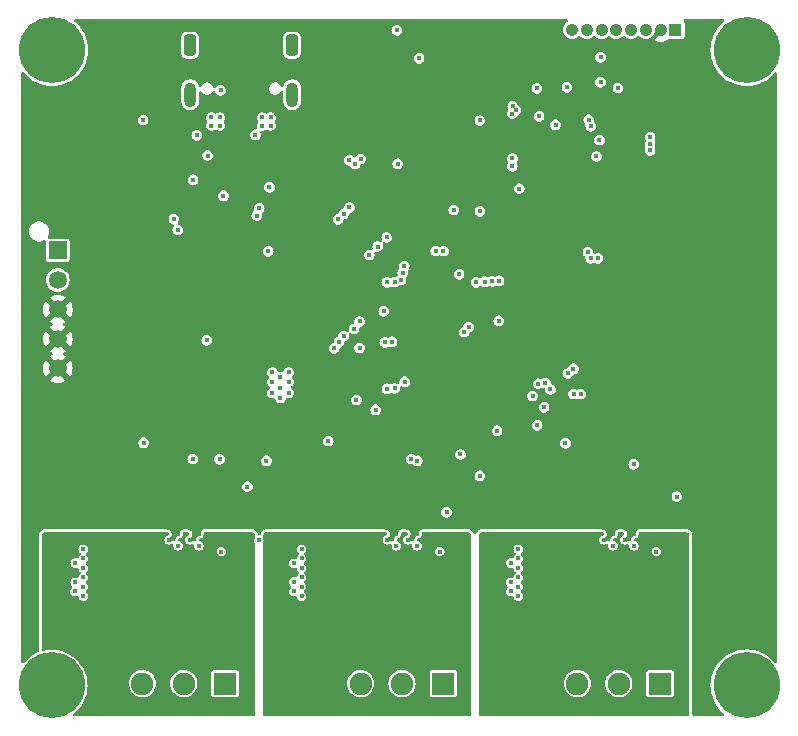
<source format=gbr>
%TF.GenerationSoftware,KiCad,Pcbnew,8.0.3*%
%TF.CreationDate,2024-09-21T15:41:28+02:00*%
%TF.ProjectId,POV_Motor_crtl,504f565f-4d6f-4746-9f72-5f6372746c2e,rev?*%
%TF.SameCoordinates,Original*%
%TF.FileFunction,Copper,L2,Inr*%
%TF.FilePolarity,Positive*%
%FSLAX46Y46*%
G04 Gerber Fmt 4.6, Leading zero omitted, Abs format (unit mm)*
G04 Created by KiCad (PCBNEW 8.0.3) date 2024-09-21 15:41:28*
%MOMM*%
%LPD*%
G01*
G04 APERTURE LIST*
G04 Aperture macros list*
%AMRoundRect*
0 Rectangle with rounded corners*
0 $1 Rounding radius*
0 $2 $3 $4 $5 $6 $7 $8 $9 X,Y pos of 4 corners*
0 Add a 4 corners polygon primitive as box body*
4,1,4,$2,$3,$4,$5,$6,$7,$8,$9,$2,$3,0*
0 Add four circle primitives for the rounded corners*
1,1,$1+$1,$2,$3*
1,1,$1+$1,$4,$5*
1,1,$1+$1,$6,$7*
1,1,$1+$1,$8,$9*
0 Add four rect primitives between the rounded corners*
20,1,$1+$1,$2,$3,$4,$5,0*
20,1,$1+$1,$4,$5,$6,$7,0*
20,1,$1+$1,$6,$7,$8,$9,0*
20,1,$1+$1,$8,$9,$2,$3,0*%
G04 Aperture macros list end*
%TA.AperFunction,ComponentPad*%
%ADD10C,5.600000*%
%TD*%
%TA.AperFunction,ComponentPad*%
%ADD11R,1.905000X1.905000*%
%TD*%
%TA.AperFunction,ComponentPad*%
%ADD12C,1.905000*%
%TD*%
%TA.AperFunction,ComponentPad*%
%ADD13R,1.058000X1.058000*%
%TD*%
%TA.AperFunction,ComponentPad*%
%ADD14C,1.058000*%
%TD*%
%TA.AperFunction,ComponentPad*%
%ADD15R,1.498600X1.498600*%
%TD*%
%TA.AperFunction,ComponentPad*%
%ADD16C,1.498600*%
%TD*%
%TA.AperFunction,ComponentPad*%
%ADD17O,1.000000X2.100000*%
%TD*%
%TA.AperFunction,ComponentPad*%
%ADD18RoundRect,0.250000X0.250000X0.650000X-0.250000X0.650000X-0.250000X-0.650000X0.250000X-0.650000X0*%
%TD*%
%TA.AperFunction,ViaPad*%
%ADD19C,0.400000*%
%TD*%
%TA.AperFunction,ViaPad*%
%ADD20C,0.550000*%
%TD*%
G04 APERTURE END LIST*
D10*
%TO.N,N/C*%
%TO.C,REF\u002A\u002A*%
X32100000Y-89100000D03*
%TD*%
D11*
%TO.N,/MCU/BLDC Driver P/DRV_OUTC*%
%TO.C,M501*%
X83577200Y-142743200D03*
D12*
%TO.N,/MCU/BLDC Driver P/DRV_OUTB*%
X80077200Y-142743200D03*
%TO.N,/MCU/BLDC Driver P/DRV_OUTA*%
X76577200Y-142743200D03*
%TD*%
D11*
%TO.N,/MCU/BLDC Driver R/DRV_OUTC*%
%TO.C,M601*%
X65227201Y-142743200D03*
D12*
%TO.N,/MCU/BLDC Driver R/DRV_OUTB*%
X61727200Y-142743200D03*
%TO.N,/MCU/BLDC Driver R/DRV_OUTA*%
X58227200Y-142743200D03*
%TD*%
D13*
%TO.N,+3V3*%
%TO.C,J202*%
X84867600Y-87383200D03*
D14*
%TO.N,GND*%
X83617600Y-87383200D03*
%TO.N,ESP_FSPI_CLK*%
X82367600Y-87383200D03*
%TO.N,ESP_FSPI_Q*%
X81117600Y-87383200D03*
%TO.N,ESP_FSPI_D*%
X79867600Y-87383200D03*
%TO.N,ESP_IMU_NCS*%
X78617600Y-87383200D03*
%TO.N,ESP_INTER_ACC*%
X77367600Y-87383200D03*
%TO.N,ESP_INTER_GYR{slash}BOOT*%
X76117600Y-87383200D03*
%TD*%
D11*
%TO.N,/MCU/BLDC Driver Y/DRV_OUTC*%
%TO.C,M301*%
X46747401Y-142743200D03*
D12*
%TO.N,/MCU/BLDC Driver Y/DRV_OUTB*%
X43247400Y-142743200D03*
%TO.N,/MCU/BLDC Driver Y/DRV_OUTA*%
X39747400Y-142743200D03*
%TD*%
D10*
%TO.N,N/C*%
%TO.C,REF\u002A\u002A*%
X90900000Y-142900000D03*
%TD*%
D15*
%TO.N,VSYS*%
%TO.C,J402*%
X32588200Y-106070400D03*
D16*
X32588200Y-108570400D03*
%TO.N,GND*%
X32588200Y-111070400D03*
X32588200Y-113570400D03*
X32588200Y-116070400D03*
%TD*%
D10*
%TO.N,N/C*%
%TO.C,REF\u002A\u002A*%
X32100000Y-142900000D03*
%TD*%
D17*
%TO.N,SHELL_GND_0*%
%TO.C,J201*%
X52427600Y-92876800D03*
%TO.N,SHELL_GND*%
X43787600Y-92876800D03*
D18*
%TO.N,SHELL_GND_1*%
X52427600Y-88696800D03*
%TO.N,SHELL_GND_2*%
X43787600Y-88696800D03*
%TD*%
D10*
%TO.N,N/C*%
%TO.C,REF\u002A\u002A*%
X90900000Y-89100000D03*
%TD*%
D19*
%TO.N,GND*%
X41122600Y-116865400D03*
X42037000Y-116865400D03*
X44043600Y-118135400D03*
X44043600Y-115722400D03*
X47218600Y-113588800D03*
X46507400Y-113588800D03*
X69646800Y-90805000D03*
X60960000Y-89560400D03*
X42513924Y-98405276D03*
X42951400Y-96951800D03*
X41427400Y-89560400D03*
X65100200Y-107111800D03*
X44272200Y-94869000D03*
X78832600Y-130576600D03*
X44517400Y-128087400D03*
X46736000Y-111582200D03*
X79171800Y-106680000D03*
X44517400Y-131084600D03*
X68884800Y-116332000D03*
X79594600Y-131084599D03*
X61264800Y-116509800D03*
X81940400Y-121234200D03*
X79594600Y-127071401D03*
X76200000Y-100126800D03*
X67513200Y-106730800D03*
X43755400Y-129560600D03*
X78832600Y-129560600D03*
X56743600Y-111607600D03*
X88290400Y-103200200D03*
X47167800Y-105486200D03*
X81347200Y-129078000D03*
X61244600Y-131084599D03*
X46736000Y-110566200D03*
X74447400Y-100126800D03*
X80848200Y-121183400D03*
X88290400Y-98069400D03*
X56997600Y-110312200D03*
X42468800Y-116484400D03*
X81347200Y-128087400D03*
X76200000Y-99390199D03*
X81347200Y-130068600D03*
X64846200Y-94081600D03*
X45110400Y-121234200D03*
X61244600Y-130068600D03*
X78832600Y-126563400D03*
X42764800Y-130068600D03*
X68122800Y-116433600D03*
X60482600Y-127579400D03*
X61244600Y-129078000D03*
X79594600Y-130068600D03*
X91135200Y-101625400D03*
X75463400Y-97637600D03*
X44517400Y-127071400D03*
X49606200Y-130632200D03*
X42002800Y-128570000D03*
X42002800Y-126563400D03*
X43755400Y-130576600D03*
X73710800Y-97637600D03*
X45593000Y-106426000D03*
X47701200Y-113055400D03*
X42002800Y-127579400D03*
X79933800Y-97028000D03*
X81347200Y-127071400D03*
X74726800Y-104216200D03*
X62997200Y-130068600D03*
X46558200Y-97967800D03*
X42002800Y-129560600D03*
X52501800Y-95504000D03*
X73710800Y-99390199D03*
X79594600Y-129078000D03*
X45974000Y-108483400D03*
X81347200Y-131084600D03*
X80585200Y-129560600D03*
X73710800Y-98374200D03*
X62997200Y-129078000D03*
X62489200Y-121087000D03*
X55168800Y-116941600D03*
X34899600Y-93599000D03*
X71272400Y-92989400D03*
X45466000Y-108762800D03*
X78943200Y-92329000D03*
X78832600Y-128570000D03*
X91135200Y-99644200D03*
X62997200Y-131084600D03*
X75463400Y-98374200D03*
X75920600Y-106095800D03*
X44678600Y-95504000D03*
X36059200Y-124637800D03*
X42002800Y-130576600D03*
X62997200Y-127071400D03*
X42764800Y-131084599D03*
X62235200Y-129560600D03*
X42764800Y-128087400D03*
X44517400Y-129078000D03*
X74193400Y-92354400D03*
X60482600Y-128570000D03*
X43865800Y-95504000D03*
X75387200Y-105587800D03*
X40690800Y-116484400D03*
X44500800Y-115265200D03*
X66624200Y-115951000D03*
X69519800Y-102743000D03*
X44450000Y-103200200D03*
X43755400Y-128570000D03*
X69113400Y-120040400D03*
X72898000Y-124790200D03*
X62235200Y-127579400D03*
X80645000Y-101600000D03*
X49504600Y-129159000D03*
X60482600Y-130576600D03*
X54533800Y-123977400D03*
X46228000Y-111074200D03*
X89128600Y-103200200D03*
X55168800Y-100736400D03*
X49479200Y-128143000D03*
X69621400Y-114630200D03*
X75463400Y-99390199D03*
X62235200Y-126563400D03*
X44500800Y-117627400D03*
X51689000Y-95504000D03*
X79857600Y-104876600D03*
X41579800Y-116484400D03*
X60482600Y-126563400D03*
X62865000Y-105130600D03*
X44500800Y-118592600D03*
X76200000Y-98374200D03*
X44517400Y-130068600D03*
X45720000Y-110566200D03*
X80585200Y-128570000D03*
X80568800Y-97053400D03*
X46075600Y-99187000D03*
X60482600Y-129560600D03*
X62235200Y-130576600D03*
X79594600Y-128087400D03*
X82626200Y-101600000D03*
X61244600Y-127071401D03*
X89941400Y-103200200D03*
X74447400Y-97637600D03*
X73710800Y-100126800D03*
X80585200Y-130576600D03*
X73990200Y-108254800D03*
X42764800Y-129078000D03*
X44018200Y-121234200D03*
X89941400Y-98069400D03*
X81102200Y-95808800D03*
X76200000Y-97637600D03*
X68376800Y-93722200D03*
X80585200Y-127579400D03*
X45720000Y-111582200D03*
X42764800Y-127071401D03*
X80585200Y-126563400D03*
X44500800Y-116179600D03*
X61244600Y-128087400D03*
X63576200Y-121158000D03*
X79832200Y-103835200D03*
X74447400Y-99390200D03*
X61163200Y-104317800D03*
X62235200Y-128570000D03*
X76784200Y-92329000D03*
X43755400Y-127579400D03*
X75463400Y-100126800D03*
X52095400Y-94869000D03*
X78832600Y-127579400D03*
X89128600Y-98069400D03*
X62997200Y-128087400D03*
X74447400Y-98374200D03*
X43755400Y-126563400D03*
%TO.N,+3V3*%
X51435000Y-117754400D03*
X63169800Y-89814400D03*
X65227200Y-106121200D03*
X50749200Y-118135400D03*
X52120800Y-117195600D03*
X50749200Y-116408200D03*
X71374000Y-94208600D03*
X82727800Y-97612200D03*
X39852600Y-122351800D03*
X51435000Y-116789200D03*
X71094600Y-93853000D03*
X78308200Y-106730800D03*
X50241200Y-123875800D03*
X82727800Y-97078800D03*
X73152000Y-92354400D03*
X59667278Y-105742878D03*
X64592200Y-106121200D03*
X71043800Y-94488000D03*
X50393600Y-106146600D03*
X39801800Y-95021400D03*
X52120800Y-118135400D03*
X68326000Y-125145800D03*
X52120800Y-116408200D03*
X80010000Y-92329000D03*
X75565000Y-122402600D03*
X82727800Y-96494600D03*
X61950600Y-117195600D03*
X45186600Y-113690400D03*
X60426600Y-104978200D03*
X50749200Y-117195600D03*
X58956078Y-106454078D03*
X77698600Y-106730800D03*
X55486300Y-122212100D03*
X77470000Y-106197400D03*
X51435000Y-118541800D03*
%TO.N,/MCU/ESP_CHIP_EN*%
X78536800Y-89720400D03*
X78536800Y-91846400D03*
%TO.N,ESP_INTER_GYR{slash}BOOT*%
X73329800Y-94723762D03*
X61290200Y-87426800D03*
%TO.N,DRVR_DRVOFF{slash}NRST*%
X69926200Y-112031800D03*
X61366400Y-98729800D03*
X65499576Y-128237576D03*
X72779948Y-118389400D03*
X64922400Y-131572000D03*
X73754576Y-119347576D03*
%TO.N,VM*%
X53218200Y-135351800D03*
X71568200Y-131364000D03*
X71568200Y-132964200D03*
X34738400Y-131364000D03*
X34061400Y-132537200D03*
X34738400Y-134539000D03*
X53218200Y-133751600D03*
X70916800Y-134950200D03*
X53218200Y-132964200D03*
X34738400Y-132151400D03*
X70916800Y-134162800D03*
X71568200Y-132151400D03*
X34738400Y-132964200D03*
X53218200Y-134539000D03*
X71568200Y-133751600D03*
X34061400Y-134162800D03*
X70916800Y-132537200D03*
X52552600Y-134137400D03*
X34036000Y-134950200D03*
X52552600Y-132562600D03*
X34738400Y-135351800D03*
X34738400Y-133751600D03*
X53218200Y-131364000D03*
X52552600Y-134950200D03*
X71568200Y-134539000D03*
X71568200Y-135351800D03*
X53218200Y-132151400D03*
%TO.N,VSYS*%
X42748200Y-104343200D03*
%TO.N,DRVP_ALARM*%
X69773800Y-121335800D03*
X73177400Y-120878600D03*
%TO.N,DRVY_ALARM*%
X58133000Y-114325400D03*
X55983000Y-114350800D03*
%TO.N,/MCU/CC1*%
X46358700Y-92506800D03*
X44348400Y-96316800D03*
%TO.N,VBUS*%
X50596800Y-94818200D03*
X49428400Y-103124000D03*
X46304200Y-94818200D03*
X44032800Y-100087173D03*
X45593000Y-95504000D03*
X49885600Y-94818200D03*
X50596800Y-95504000D03*
X49885600Y-95504000D03*
X46304200Y-95504000D03*
X45593000Y-94818200D03*
X50495200Y-100736400D03*
%TO.N,/MCU/CC2*%
X49310800Y-96282000D03*
X45262800Y-98044000D03*
%TO.N,ESP_IMU_NCS*%
X77698600Y-95554800D03*
%TO.N,ESP_FSPI_D*%
X68725376Y-108730376D03*
X74726800Y-95427800D03*
%TO.N,ESP_FSPI_CLK*%
X75692000Y-92252800D03*
X68010952Y-108773048D03*
%TO.N,ESP_FSPI_Q*%
X78181200Y-98120200D03*
X69338266Y-108683172D03*
%TO.N,ESP_INTER_ACC*%
X77534800Y-95007527D03*
%TO.N,STM_SWO*%
X58227000Y-98323822D03*
X56327038Y-103428800D03*
%TO.N,STM_SWDIO*%
X57277000Y-98450400D03*
X57277000Y-102438200D03*
%TO.N,STM_SWCLK*%
X57752000Y-98729800D03*
X56802038Y-102971600D03*
%TO.N,DRVP_BRAKE*%
X76250800Y-118242000D03*
X76245267Y-116092000D03*
%TO.N,DRVR_BRAKE*%
X60274200Y-113850400D03*
X62490089Y-123744000D03*
X60449600Y-117779800D03*
%TO.N,DRVY_BRAKE*%
X46278800Y-123748800D03*
X60437393Y-108777407D03*
X56783000Y-113333630D03*
X44010289Y-123744000D03*
%TO.N,DRVP_DIR*%
X81340215Y-124175800D03*
X66555243Y-108095157D03*
X76850876Y-118242000D03*
%TO.N,DRVR_DIR*%
X63021356Y-123886328D03*
X60877101Y-113810701D03*
X61098450Y-117756898D03*
%TO.N,DRVY_DIR*%
X61090769Y-108759031D03*
X56383000Y-113842800D03*
%TO.N,/MCU/ESP_SPI_NWP*%
X71070809Y-98290181D03*
X68326000Y-102768400D03*
%TO.N,/MCU/ESP_SPI_DO*%
X71653400Y-100838000D03*
X68326000Y-95072200D03*
%TO.N,/MCU/ESP_SPI_NCS0*%
X71061600Y-98952724D03*
X66116200Y-102641400D03*
%TO.N,STM_I2C_SDA*%
X57658000Y-112725200D03*
X73870224Y-117290176D03*
X61914966Y-107391200D03*
%TO.N,DRVY_SPEED*%
X59499600Y-119557800D03*
X67368350Y-112564951D03*
%TO.N,STM_I2C_SCL*%
X61792060Y-107975400D03*
X58133000Y-112090200D03*
X73254948Y-117346652D03*
X74292649Y-117842000D03*
%TO.N,DRVY_DRVOFF*%
X57864415Y-118734623D03*
X48633400Y-126068883D03*
X60172600Y-111226600D03*
X46431200Y-131572000D03*
%TO.N,DRVR_SPEED*%
X66665719Y-123344519D03*
X66987057Y-112961333D03*
%TO.N,DRVP_DRVOFF*%
X83261200Y-131572000D03*
X75761751Y-116491999D03*
X85006502Y-126912843D03*
X61645800Y-108559600D03*
%TO.N,GNDPWR*%
X38345200Y-145232400D03*
X46803400Y-135961400D03*
D20*
X33646200Y-136418600D03*
X31842800Y-135351800D03*
D19*
X80839200Y-134462800D03*
X56506200Y-137663200D03*
X46041400Y-133396000D03*
X44009400Y-134462800D03*
D20*
X31817400Y-133751600D03*
D19*
X63479800Y-143530600D03*
X85182800Y-137663200D03*
X45000000Y-140000000D03*
X58284200Y-136037600D03*
X45000000Y-143530600D03*
X81829800Y-140000000D03*
X75175000Y-145232400D03*
X66172200Y-145359400D03*
X65294600Y-135961400D03*
X68672600Y-135351800D03*
X62489200Y-134462800D03*
X60000000Y-140000000D03*
X79340600Y-134462800D03*
X63479800Y-140000000D03*
X50297200Y-132837200D03*
X85538200Y-141295400D03*
X81829800Y-143530600D03*
X51008400Y-136418600D03*
X82871200Y-133396000D03*
X50322600Y-131440200D03*
X60990600Y-134462800D03*
X70476000Y-136418600D03*
X83633400Y-135986800D03*
X67188200Y-141295400D03*
X60000000Y-143530600D03*
X38015000Y-137663200D03*
X78350000Y-143530600D03*
X50297200Y-133751600D03*
X77410200Y-133396000D03*
X66844000Y-137637800D03*
D20*
X31817400Y-132837200D03*
D19*
X41520200Y-140000000D03*
X74845000Y-137688600D03*
X50322600Y-135351800D03*
X40580400Y-133396000D03*
X68647200Y-133751600D03*
X41520200Y-143530600D03*
X47692400Y-145359400D03*
X69358400Y-136418600D03*
X48352800Y-137637800D03*
D20*
X31842800Y-131440200D03*
D19*
X78350000Y-140000000D03*
X76623000Y-136063000D03*
X68647200Y-132837200D03*
X48708400Y-141295400D03*
X84522200Y-145359400D03*
X56825000Y-145232400D03*
X42510800Y-134462800D03*
X39793000Y-136037600D03*
X59060200Y-133396000D03*
D20*
X32528600Y-136418600D03*
D19*
X68672600Y-131440200D03*
X64521200Y-133396000D03*
X52126000Y-136418600D03*
%TO.N,ESP_FSPI_NSS*%
X69942997Y-108644127D03*
X78439644Y-96732804D03*
%TO.N,/Power/RQVBUS*%
X42418000Y-103403400D03*
X49631600Y-102514400D03*
X46609000Y-101447600D03*
%TD*%
%TA.AperFunction,Conductor*%
%TO.N,GNDPWR*%
G36*
X60324851Y-129929714D02*
G01*
X60351506Y-129943296D01*
X60357298Y-129946247D01*
X60366580Y-129949263D01*
X60366122Y-129950669D01*
X60419675Y-129976057D01*
X60456606Y-130035369D01*
X60455608Y-130105231D01*
X60416998Y-130163464D01*
X60366170Y-130186675D01*
X60366580Y-130187937D01*
X60357298Y-130190952D01*
X60287125Y-130226708D01*
X60244258Y-130248550D01*
X60244257Y-130248551D01*
X60244252Y-130248554D01*
X60154554Y-130338252D01*
X60154551Y-130338257D01*
X60096952Y-130451298D01*
X60096952Y-130451299D01*
X60077108Y-130576596D01*
X60077108Y-130576603D01*
X60096952Y-130701900D01*
X60096952Y-130701901D01*
X60096954Y-130701904D01*
X60154550Y-130814942D01*
X60154552Y-130814944D01*
X60154554Y-130814947D01*
X60244252Y-130904645D01*
X60244254Y-130904646D01*
X60244258Y-130904650D01*
X60357296Y-130962246D01*
X60357297Y-130962246D01*
X60357299Y-130962247D01*
X60482597Y-130982092D01*
X60482600Y-130982092D01*
X60482603Y-130982092D01*
X60607900Y-130962247D01*
X60607901Y-130962246D01*
X60607904Y-130962246D01*
X60663646Y-130933843D01*
X60732313Y-130920947D01*
X60797053Y-130947222D01*
X60837311Y-131004328D01*
X60842414Y-131063723D01*
X60839108Y-131084598D01*
X60839108Y-131084602D01*
X60858952Y-131209899D01*
X60858952Y-131209900D01*
X60873625Y-131238696D01*
X60916550Y-131322941D01*
X60916552Y-131322943D01*
X60916554Y-131322946D01*
X61006252Y-131412644D01*
X61006254Y-131412645D01*
X61006258Y-131412649D01*
X61119296Y-131470245D01*
X61119297Y-131470245D01*
X61119299Y-131470246D01*
X61244597Y-131490091D01*
X61244600Y-131490091D01*
X61244603Y-131490091D01*
X61369900Y-131470246D01*
X61369901Y-131470246D01*
X61369902Y-131470245D01*
X61369904Y-131470245D01*
X61482942Y-131412649D01*
X61572650Y-131322941D01*
X61630246Y-131209903D01*
X61630246Y-131209901D01*
X61630247Y-131209900D01*
X61630247Y-131209899D01*
X61650092Y-131084602D01*
X61650092Y-131084595D01*
X61630247Y-130959298D01*
X61630247Y-130959297D01*
X61617278Y-130933844D01*
X61572650Y-130846257D01*
X61572646Y-130846253D01*
X61572645Y-130846251D01*
X61482947Y-130756553D01*
X61482944Y-130756551D01*
X61482942Y-130756549D01*
X61375696Y-130701904D01*
X61369901Y-130698951D01*
X61360620Y-130695936D01*
X61361076Y-130694529D01*
X61307523Y-130669139D01*
X61270595Y-130609826D01*
X61271595Y-130539964D01*
X61310208Y-130481733D01*
X61361030Y-130458525D01*
X61360620Y-130457263D01*
X61369901Y-130454247D01*
X61369902Y-130454246D01*
X61369904Y-130454246D01*
X61482942Y-130396650D01*
X61572650Y-130306942D01*
X61630246Y-130193904D01*
X61630246Y-130193902D01*
X61630247Y-130193901D01*
X61630247Y-130193900D01*
X61650092Y-130068603D01*
X61650092Y-130068599D01*
X61648666Y-130059595D01*
X61657623Y-129990302D01*
X61702620Y-129936851D01*
X61769372Y-129916213D01*
X61771140Y-129916200D01*
X62021158Y-129916200D01*
X62077451Y-129929714D01*
X62104106Y-129943296D01*
X62109898Y-129946247D01*
X62119180Y-129949263D01*
X62118722Y-129950669D01*
X62172275Y-129976057D01*
X62209206Y-130035369D01*
X62208208Y-130105231D01*
X62169598Y-130163464D01*
X62118770Y-130186675D01*
X62119180Y-130187937D01*
X62109898Y-130190952D01*
X62039725Y-130226708D01*
X61996858Y-130248550D01*
X61996857Y-130248551D01*
X61996852Y-130248554D01*
X61907154Y-130338252D01*
X61907151Y-130338257D01*
X61849552Y-130451298D01*
X61849552Y-130451299D01*
X61829708Y-130576596D01*
X61829708Y-130576603D01*
X61849552Y-130701900D01*
X61849552Y-130701901D01*
X61849554Y-130701904D01*
X61907150Y-130814942D01*
X61907152Y-130814944D01*
X61907154Y-130814947D01*
X61996852Y-130904645D01*
X61996854Y-130904646D01*
X61996858Y-130904650D01*
X62109896Y-130962246D01*
X62109897Y-130962246D01*
X62109899Y-130962247D01*
X62235197Y-130982092D01*
X62235200Y-130982092D01*
X62235203Y-130982092D01*
X62360500Y-130962247D01*
X62360501Y-130962246D01*
X62360504Y-130962246D01*
X62416246Y-130933843D01*
X62484913Y-130920947D01*
X62549653Y-130947222D01*
X62589911Y-131004328D01*
X62595014Y-131063723D01*
X62591708Y-131084599D01*
X62591708Y-131084603D01*
X62611552Y-131209900D01*
X62611552Y-131209901D01*
X62611554Y-131209904D01*
X62669150Y-131322942D01*
X62669152Y-131322944D01*
X62669154Y-131322947D01*
X62758852Y-131412645D01*
X62758854Y-131412646D01*
X62758858Y-131412650D01*
X62871896Y-131470246D01*
X62871897Y-131470246D01*
X62871899Y-131470247D01*
X62997197Y-131490092D01*
X62997200Y-131490092D01*
X62997203Y-131490092D01*
X63122500Y-131470247D01*
X63122501Y-131470247D01*
X63122502Y-131470246D01*
X63122504Y-131470246D01*
X63235542Y-131412650D01*
X63325250Y-131322942D01*
X63382846Y-131209904D01*
X63382846Y-131209902D01*
X63382847Y-131209901D01*
X63382847Y-131209900D01*
X63402692Y-131084603D01*
X63402692Y-131084596D01*
X63382847Y-130959299D01*
X63382847Y-130959298D01*
X63355001Y-130904648D01*
X63325250Y-130846258D01*
X63325246Y-130846254D01*
X63325245Y-130846252D01*
X63235547Y-130756554D01*
X63235544Y-130756552D01*
X63235542Y-130756550D01*
X63128294Y-130701904D01*
X63122501Y-130698952D01*
X63113220Y-130695937D01*
X63113676Y-130694531D01*
X63060125Y-130669145D01*
X63023193Y-130609833D01*
X63024191Y-130539971D01*
X63062800Y-130481738D01*
X63113629Y-130458524D01*
X63113220Y-130457263D01*
X63122501Y-130454247D01*
X63122502Y-130454246D01*
X63122504Y-130454246D01*
X63235542Y-130396650D01*
X63325250Y-130306942D01*
X63382846Y-130193904D01*
X63382846Y-130193902D01*
X63382847Y-130193901D01*
X63382847Y-130193900D01*
X63402692Y-130068603D01*
X63402692Y-130068599D01*
X63401266Y-130059595D01*
X63410223Y-129990302D01*
X63455220Y-129936851D01*
X63521972Y-129916213D01*
X63523740Y-129916200D01*
X67257589Y-129916200D01*
X67281771Y-129918581D01*
X67360418Y-129934224D01*
X67405108Y-129952735D01*
X67461426Y-129990366D01*
X67495633Y-130024573D01*
X67533262Y-130080888D01*
X67551776Y-130125587D01*
X67565364Y-130193901D01*
X67567417Y-130204219D01*
X67569800Y-130228410D01*
X67569800Y-145375500D01*
X67550115Y-145442539D01*
X67497311Y-145488294D01*
X67445800Y-145499500D01*
X50111200Y-145499500D01*
X50044161Y-145479815D01*
X49998406Y-145427011D01*
X49987200Y-145375500D01*
X49987200Y-142743199D01*
X57069260Y-142743199D01*
X57069260Y-142743200D01*
X57088975Y-142955970D01*
X57088976Y-142955972D01*
X57147451Y-143161491D01*
X57147457Y-143161506D01*
X57242696Y-143352771D01*
X57242701Y-143352779D01*
X57371473Y-143523301D01*
X57529384Y-143667255D01*
X57529386Y-143667257D01*
X57711058Y-143779743D01*
X57711064Y-143779746D01*
X57753274Y-143796098D01*
X57910315Y-143856936D01*
X58120359Y-143896200D01*
X58120361Y-143896200D01*
X58334039Y-143896200D01*
X58334041Y-143896200D01*
X58544085Y-143856936D01*
X58743338Y-143779745D01*
X58925015Y-143667256D01*
X59082928Y-143523299D01*
X59211700Y-143352777D01*
X59306947Y-143161496D01*
X59365424Y-142955971D01*
X59385140Y-142743200D01*
X59385140Y-142743199D01*
X60569260Y-142743199D01*
X60569260Y-142743200D01*
X60588975Y-142955970D01*
X60588976Y-142955972D01*
X60647451Y-143161491D01*
X60647457Y-143161506D01*
X60742696Y-143352771D01*
X60742701Y-143352779D01*
X60871473Y-143523301D01*
X61029384Y-143667255D01*
X61029386Y-143667257D01*
X61211058Y-143779743D01*
X61211064Y-143779746D01*
X61253274Y-143796098D01*
X61410315Y-143856936D01*
X61620359Y-143896200D01*
X61620361Y-143896200D01*
X61834039Y-143896200D01*
X61834041Y-143896200D01*
X62044085Y-143856936D01*
X62243338Y-143779745D01*
X62425015Y-143667256D01*
X62582928Y-143523299D01*
X62711700Y-143352777D01*
X62806947Y-143161496D01*
X62865424Y-142955971D01*
X62885140Y-142743200D01*
X62865424Y-142530429D01*
X62806947Y-142324904D01*
X62806942Y-142324893D01*
X62711703Y-142133628D01*
X62711698Y-142133620D01*
X62582926Y-141963098D01*
X62425015Y-141819144D01*
X62425013Y-141819142D01*
X62347175Y-141770947D01*
X64074201Y-141770947D01*
X64074201Y-143715452D01*
X64085832Y-143773929D01*
X64085833Y-143773930D01*
X64130148Y-143840252D01*
X64196470Y-143884567D01*
X64196471Y-143884568D01*
X64254948Y-143896199D01*
X64254951Y-143896200D01*
X64254953Y-143896200D01*
X66199451Y-143896200D01*
X66199452Y-143896199D01*
X66214269Y-143893252D01*
X66257930Y-143884568D01*
X66257930Y-143884567D01*
X66257932Y-143884567D01*
X66324253Y-143840252D01*
X66368568Y-143773931D01*
X66368568Y-143773929D01*
X66368569Y-143773929D01*
X66380200Y-143715452D01*
X66380201Y-143715450D01*
X66380201Y-141770949D01*
X66380200Y-141770947D01*
X66368569Y-141712470D01*
X66368568Y-141712469D01*
X66324253Y-141646147D01*
X66257931Y-141601832D01*
X66257930Y-141601831D01*
X66199453Y-141590200D01*
X66199449Y-141590200D01*
X64254953Y-141590200D01*
X64254948Y-141590200D01*
X64196471Y-141601831D01*
X64196470Y-141601832D01*
X64130148Y-141646147D01*
X64085833Y-141712469D01*
X64085832Y-141712470D01*
X64074201Y-141770947D01*
X62347175Y-141770947D01*
X62243341Y-141706656D01*
X62243335Y-141706653D01*
X62086297Y-141645817D01*
X62044085Y-141629464D01*
X61834041Y-141590200D01*
X61620359Y-141590200D01*
X61410315Y-141629464D01*
X61410312Y-141629464D01*
X61410312Y-141629465D01*
X61211064Y-141706653D01*
X61211058Y-141706656D01*
X61029386Y-141819142D01*
X61029384Y-141819144D01*
X60871473Y-141963098D01*
X60742701Y-142133620D01*
X60742696Y-142133628D01*
X60647457Y-142324893D01*
X60647451Y-142324908D01*
X60588976Y-142530427D01*
X60588975Y-142530429D01*
X60569260Y-142743199D01*
X59385140Y-142743199D01*
X59365424Y-142530429D01*
X59306947Y-142324904D01*
X59306942Y-142324893D01*
X59211703Y-142133628D01*
X59211698Y-142133620D01*
X59082926Y-141963098D01*
X58925015Y-141819144D01*
X58925013Y-141819142D01*
X58743341Y-141706656D01*
X58743335Y-141706653D01*
X58586297Y-141645817D01*
X58544085Y-141629464D01*
X58334041Y-141590200D01*
X58120359Y-141590200D01*
X57910315Y-141629464D01*
X57910312Y-141629464D01*
X57910312Y-141629465D01*
X57711064Y-141706653D01*
X57711058Y-141706656D01*
X57529386Y-141819142D01*
X57529384Y-141819144D01*
X57371473Y-141963098D01*
X57242701Y-142133620D01*
X57242696Y-142133628D01*
X57147457Y-142324893D01*
X57147451Y-142324908D01*
X57088976Y-142530427D01*
X57088975Y-142530429D01*
X57069260Y-142743199D01*
X49987200Y-142743199D01*
X49987200Y-132562596D01*
X52147108Y-132562596D01*
X52147108Y-132562603D01*
X52166952Y-132687900D01*
X52166952Y-132687901D01*
X52166954Y-132687904D01*
X52224550Y-132800942D01*
X52224552Y-132800944D01*
X52224554Y-132800947D01*
X52314252Y-132890645D01*
X52314254Y-132890646D01*
X52314258Y-132890650D01*
X52427296Y-132948246D01*
X52427297Y-132948246D01*
X52427299Y-132948247D01*
X52552597Y-132968092D01*
X52552600Y-132968092D01*
X52552602Y-132968092D01*
X52663928Y-132950459D01*
X52677904Y-132948246D01*
X52677904Y-132948245D01*
X52684470Y-132947206D01*
X52753763Y-132956161D01*
X52807215Y-133001157D01*
X52826341Y-133050281D01*
X52832552Y-133089501D01*
X52832554Y-133089504D01*
X52890150Y-133202542D01*
X52890152Y-133202544D01*
X52890154Y-133202547D01*
X52957826Y-133270219D01*
X52991311Y-133331542D01*
X52986327Y-133401234D01*
X52957826Y-133445581D01*
X52890154Y-133513252D01*
X52890151Y-133513257D01*
X52832553Y-133626298D01*
X52828782Y-133650106D01*
X52798852Y-133713240D01*
X52739540Y-133750170D01*
X52686912Y-133753180D01*
X52606338Y-133740419D01*
X52552600Y-133731908D01*
X52552598Y-133731908D01*
X52552597Y-133731908D01*
X52427299Y-133751752D01*
X52427298Y-133751752D01*
X52351937Y-133790151D01*
X52314258Y-133809350D01*
X52314257Y-133809351D01*
X52314252Y-133809354D01*
X52224554Y-133899052D01*
X52224551Y-133899057D01*
X52166952Y-134012098D01*
X52166952Y-134012099D01*
X52147108Y-134137396D01*
X52147108Y-134137403D01*
X52166952Y-134262700D01*
X52166952Y-134262701D01*
X52166954Y-134262704D01*
X52224550Y-134375742D01*
X52224552Y-134375744D01*
X52224554Y-134375747D01*
X52304926Y-134456119D01*
X52338411Y-134517442D01*
X52333427Y-134587134D01*
X52304926Y-134631481D01*
X52224554Y-134711852D01*
X52224551Y-134711857D01*
X52166952Y-134824898D01*
X52166952Y-134824899D01*
X52147108Y-134950196D01*
X52147108Y-134950203D01*
X52166952Y-135075500D01*
X52166952Y-135075501D01*
X52166954Y-135075504D01*
X52224550Y-135188542D01*
X52224552Y-135188544D01*
X52224554Y-135188547D01*
X52314252Y-135278245D01*
X52314254Y-135278246D01*
X52314258Y-135278250D01*
X52427296Y-135335846D01*
X52427297Y-135335846D01*
X52427299Y-135335847D01*
X52552597Y-135355692D01*
X52552600Y-135355692D01*
X52552602Y-135355692D01*
X52663928Y-135338059D01*
X52677904Y-135335846D01*
X52677904Y-135335845D01*
X52684470Y-135334806D01*
X52753763Y-135343761D01*
X52807215Y-135388757D01*
X52826341Y-135437881D01*
X52832552Y-135477101D01*
X52832554Y-135477104D01*
X52890150Y-135590142D01*
X52890152Y-135590144D01*
X52890154Y-135590147D01*
X52979852Y-135679845D01*
X52979854Y-135679846D01*
X52979858Y-135679850D01*
X53092896Y-135737446D01*
X53092897Y-135737446D01*
X53092899Y-135737447D01*
X53218197Y-135757292D01*
X53218200Y-135757292D01*
X53218203Y-135757292D01*
X53343500Y-135737447D01*
X53343501Y-135737447D01*
X53343502Y-135737446D01*
X53343504Y-135737446D01*
X53456542Y-135679850D01*
X53546250Y-135590142D01*
X53603846Y-135477104D01*
X53603846Y-135477102D01*
X53603847Y-135477101D01*
X53603847Y-135477100D01*
X53623692Y-135351803D01*
X53623692Y-135351796D01*
X53603847Y-135226499D01*
X53603847Y-135226498D01*
X53603846Y-135226496D01*
X53546250Y-135113458D01*
X53546246Y-135113454D01*
X53546245Y-135113452D01*
X53465874Y-135033081D01*
X53432389Y-134971758D01*
X53437373Y-134902066D01*
X53465874Y-134857719D01*
X53546245Y-134777347D01*
X53546250Y-134777342D01*
X53603846Y-134664304D01*
X53603846Y-134664302D01*
X53603847Y-134664301D01*
X53603847Y-134664300D01*
X53623692Y-134539003D01*
X53623692Y-134538996D01*
X53603847Y-134413699D01*
X53603847Y-134413698D01*
X53603846Y-134413696D01*
X53546250Y-134300658D01*
X53546246Y-134300654D01*
X53546245Y-134300652D01*
X53478574Y-134232981D01*
X53445089Y-134171658D01*
X53450073Y-134101966D01*
X53478574Y-134057619D01*
X53546245Y-133989947D01*
X53546250Y-133989942D01*
X53603846Y-133876904D01*
X53603846Y-133876902D01*
X53603847Y-133876901D01*
X53603847Y-133876900D01*
X53623692Y-133751603D01*
X53623692Y-133751596D01*
X53603847Y-133626299D01*
X53603847Y-133626298D01*
X53603846Y-133626296D01*
X53546250Y-133513258D01*
X53546246Y-133513254D01*
X53546245Y-133513252D01*
X53478574Y-133445581D01*
X53445089Y-133384258D01*
X53450073Y-133314566D01*
X53478574Y-133270219D01*
X53546245Y-133202547D01*
X53546250Y-133202542D01*
X53603846Y-133089504D01*
X53603846Y-133089502D01*
X53603847Y-133089501D01*
X53603847Y-133089500D01*
X53623692Y-132964203D01*
X53623692Y-132964196D01*
X53603847Y-132838899D01*
X53603847Y-132838898D01*
X53603846Y-132838896D01*
X53546250Y-132725858D01*
X53546246Y-132725854D01*
X53546245Y-132725852D01*
X53465874Y-132645481D01*
X53432389Y-132584158D01*
X53437373Y-132514466D01*
X53465874Y-132470119D01*
X53546245Y-132389747D01*
X53546250Y-132389742D01*
X53603846Y-132276704D01*
X53603846Y-132276702D01*
X53603847Y-132276701D01*
X53603847Y-132276700D01*
X53623692Y-132151403D01*
X53623692Y-132151396D01*
X53603847Y-132026099D01*
X53603847Y-132026098D01*
X53603846Y-132026096D01*
X53546250Y-131913058D01*
X53546246Y-131913054D01*
X53546245Y-131913052D01*
X53478574Y-131845381D01*
X53445089Y-131784058D01*
X53450073Y-131714366D01*
X53478574Y-131670019D01*
X53546245Y-131602347D01*
X53546250Y-131602342D01*
X53561712Y-131571996D01*
X64516908Y-131571996D01*
X64516908Y-131572003D01*
X64536752Y-131697300D01*
X64536752Y-131697301D01*
X64554097Y-131731342D01*
X64594350Y-131810342D01*
X64594352Y-131810344D01*
X64594354Y-131810347D01*
X64684052Y-131900045D01*
X64684054Y-131900046D01*
X64684058Y-131900050D01*
X64797096Y-131957646D01*
X64797097Y-131957646D01*
X64797099Y-131957647D01*
X64922397Y-131977492D01*
X64922400Y-131977492D01*
X64922403Y-131977492D01*
X65047700Y-131957647D01*
X65047701Y-131957647D01*
X65047702Y-131957646D01*
X65047704Y-131957646D01*
X65160742Y-131900050D01*
X65250450Y-131810342D01*
X65308046Y-131697304D01*
X65308046Y-131697302D01*
X65308047Y-131697301D01*
X65308047Y-131697300D01*
X65327892Y-131572003D01*
X65327892Y-131571996D01*
X65308047Y-131446699D01*
X65308047Y-131446698D01*
X65308046Y-131446696D01*
X65250450Y-131333658D01*
X65250446Y-131333654D01*
X65250445Y-131333652D01*
X65160747Y-131243954D01*
X65160744Y-131243952D01*
X65160742Y-131243950D01*
X65047704Y-131186354D01*
X65047703Y-131186353D01*
X65047700Y-131186352D01*
X64922403Y-131166508D01*
X64922397Y-131166508D01*
X64797099Y-131186352D01*
X64797098Y-131186352D01*
X64721737Y-131224751D01*
X64684058Y-131243950D01*
X64684057Y-131243951D01*
X64684052Y-131243954D01*
X64594354Y-131333652D01*
X64594351Y-131333657D01*
X64536752Y-131446698D01*
X64536752Y-131446699D01*
X64516908Y-131571996D01*
X53561712Y-131571996D01*
X53603846Y-131489304D01*
X53603846Y-131489302D01*
X53603847Y-131489301D01*
X53603847Y-131489300D01*
X53623692Y-131364003D01*
X53623692Y-131363996D01*
X53603847Y-131238699D01*
X53603847Y-131238698D01*
X53603846Y-131238696D01*
X53546250Y-131125658D01*
X53546246Y-131125654D01*
X53546245Y-131125652D01*
X53456547Y-131035954D01*
X53456544Y-131035952D01*
X53456542Y-131035950D01*
X53343504Y-130978354D01*
X53343503Y-130978353D01*
X53343500Y-130978352D01*
X53218203Y-130958508D01*
X53218197Y-130958508D01*
X53092899Y-130978352D01*
X53092898Y-130978352D01*
X53041919Y-131004328D01*
X52979858Y-131035950D01*
X52979857Y-131035951D01*
X52979852Y-131035954D01*
X52890154Y-131125652D01*
X52890151Y-131125657D01*
X52832552Y-131238698D01*
X52832552Y-131238699D01*
X52812708Y-131363996D01*
X52812708Y-131364003D01*
X52832552Y-131489300D01*
X52832552Y-131489301D01*
X52851005Y-131525517D01*
X52890150Y-131602342D01*
X52890152Y-131602344D01*
X52890154Y-131602347D01*
X52957826Y-131670019D01*
X52991311Y-131731342D01*
X52986327Y-131801034D01*
X52957826Y-131845381D01*
X52890154Y-131913052D01*
X52890151Y-131913057D01*
X52832552Y-132026098D01*
X52824858Y-132074683D01*
X52794929Y-132137817D01*
X52735618Y-132174749D01*
X52682988Y-132177758D01*
X52552604Y-132157108D01*
X52552597Y-132157108D01*
X52427299Y-132176952D01*
X52427298Y-132176952D01*
X52351937Y-132215351D01*
X52314258Y-132234550D01*
X52314257Y-132234551D01*
X52314252Y-132234554D01*
X52224554Y-132324252D01*
X52224551Y-132324257D01*
X52166952Y-132437298D01*
X52166952Y-132437299D01*
X52147108Y-132562596D01*
X49987200Y-132562596D01*
X49987200Y-130791443D01*
X49991031Y-130767256D01*
X49990320Y-130767144D01*
X50011692Y-130632203D01*
X50011692Y-130632197D01*
X49990320Y-130497258D01*
X49991030Y-130497145D01*
X49987200Y-130472957D01*
X49987200Y-130228410D01*
X49989581Y-130204229D01*
X50005225Y-130125579D01*
X50023734Y-130080893D01*
X50061368Y-130024570D01*
X50095570Y-129990368D01*
X50151893Y-129952734D01*
X50196579Y-129934225D01*
X50275228Y-129918581D01*
X50299411Y-129916200D01*
X60268558Y-129916200D01*
X60324851Y-129929714D01*
G37*
%TD.AperFunction*%
%TD*%
%TA.AperFunction,Conductor*%
%TO.N,GNDPWR*%
G36*
X41845051Y-129929714D02*
G01*
X41871706Y-129943296D01*
X41877498Y-129946247D01*
X41886780Y-129949263D01*
X41886322Y-129950669D01*
X41939875Y-129976057D01*
X41976806Y-130035369D01*
X41975808Y-130105231D01*
X41937198Y-130163464D01*
X41886370Y-130186675D01*
X41886780Y-130187937D01*
X41877498Y-130190952D01*
X41807325Y-130226708D01*
X41764458Y-130248550D01*
X41764457Y-130248551D01*
X41764452Y-130248554D01*
X41674754Y-130338252D01*
X41674751Y-130338257D01*
X41617152Y-130451298D01*
X41617152Y-130451299D01*
X41597308Y-130576596D01*
X41597308Y-130576603D01*
X41617152Y-130701900D01*
X41617152Y-130701901D01*
X41617154Y-130701904D01*
X41674750Y-130814942D01*
X41674752Y-130814944D01*
X41674754Y-130814947D01*
X41764452Y-130904645D01*
X41764454Y-130904646D01*
X41764458Y-130904650D01*
X41877496Y-130962246D01*
X41877497Y-130962246D01*
X41877499Y-130962247D01*
X42002797Y-130982092D01*
X42002800Y-130982092D01*
X42002803Y-130982092D01*
X42128100Y-130962247D01*
X42128101Y-130962246D01*
X42128104Y-130962246D01*
X42183846Y-130933843D01*
X42252513Y-130920947D01*
X42317253Y-130947222D01*
X42357511Y-131004328D01*
X42362614Y-131063723D01*
X42359308Y-131084598D01*
X42359308Y-131084602D01*
X42379152Y-131209899D01*
X42379152Y-131209900D01*
X42393825Y-131238696D01*
X42436750Y-131322941D01*
X42436752Y-131322943D01*
X42436754Y-131322946D01*
X42526452Y-131412644D01*
X42526454Y-131412645D01*
X42526458Y-131412649D01*
X42639496Y-131470245D01*
X42639497Y-131470245D01*
X42639499Y-131470246D01*
X42764797Y-131490091D01*
X42764800Y-131490091D01*
X42764803Y-131490091D01*
X42890100Y-131470246D01*
X42890101Y-131470246D01*
X42890102Y-131470245D01*
X42890104Y-131470245D01*
X43003142Y-131412649D01*
X43092850Y-131322941D01*
X43150446Y-131209903D01*
X43150446Y-131209901D01*
X43150447Y-131209900D01*
X43150447Y-131209899D01*
X43170292Y-131084602D01*
X43170292Y-131084595D01*
X43150447Y-130959298D01*
X43150447Y-130959297D01*
X43137478Y-130933844D01*
X43092850Y-130846257D01*
X43092846Y-130846253D01*
X43092845Y-130846251D01*
X43003147Y-130756553D01*
X43003144Y-130756551D01*
X43003142Y-130756549D01*
X42895896Y-130701904D01*
X42890101Y-130698951D01*
X42880820Y-130695936D01*
X42881276Y-130694529D01*
X42827723Y-130669139D01*
X42790795Y-130609826D01*
X42791795Y-130539964D01*
X42830408Y-130481733D01*
X42881230Y-130458525D01*
X42880820Y-130457263D01*
X42890101Y-130454247D01*
X42890102Y-130454246D01*
X42890104Y-130454246D01*
X43003142Y-130396650D01*
X43092850Y-130306942D01*
X43150446Y-130193904D01*
X43150446Y-130193902D01*
X43150447Y-130193901D01*
X43150447Y-130193900D01*
X43170292Y-130068603D01*
X43170292Y-130068599D01*
X43168866Y-130059595D01*
X43177823Y-129990302D01*
X43222820Y-129936851D01*
X43289572Y-129916213D01*
X43291340Y-129916200D01*
X43541358Y-129916200D01*
X43597651Y-129929714D01*
X43624306Y-129943296D01*
X43630098Y-129946247D01*
X43639380Y-129949263D01*
X43638922Y-129950669D01*
X43692475Y-129976057D01*
X43729406Y-130035369D01*
X43728408Y-130105231D01*
X43689798Y-130163464D01*
X43638970Y-130186675D01*
X43639380Y-130187937D01*
X43630098Y-130190952D01*
X43559925Y-130226708D01*
X43517058Y-130248550D01*
X43517057Y-130248551D01*
X43517052Y-130248554D01*
X43427354Y-130338252D01*
X43427351Y-130338257D01*
X43369752Y-130451298D01*
X43369752Y-130451299D01*
X43349908Y-130576596D01*
X43349908Y-130576603D01*
X43369752Y-130701900D01*
X43369752Y-130701901D01*
X43369754Y-130701904D01*
X43427350Y-130814942D01*
X43427352Y-130814944D01*
X43427354Y-130814947D01*
X43517052Y-130904645D01*
X43517054Y-130904646D01*
X43517058Y-130904650D01*
X43630096Y-130962246D01*
X43630097Y-130962246D01*
X43630099Y-130962247D01*
X43755397Y-130982092D01*
X43755400Y-130982092D01*
X43755403Y-130982092D01*
X43880700Y-130962247D01*
X43880701Y-130962246D01*
X43880704Y-130962246D01*
X43936446Y-130933843D01*
X44005113Y-130920947D01*
X44069853Y-130947222D01*
X44110111Y-131004328D01*
X44115214Y-131063723D01*
X44111908Y-131084599D01*
X44111908Y-131084603D01*
X44131752Y-131209900D01*
X44131752Y-131209901D01*
X44131754Y-131209904D01*
X44189350Y-131322942D01*
X44189352Y-131322944D01*
X44189354Y-131322947D01*
X44279052Y-131412645D01*
X44279054Y-131412646D01*
X44279058Y-131412650D01*
X44392096Y-131470246D01*
X44392097Y-131470246D01*
X44392099Y-131470247D01*
X44517397Y-131490092D01*
X44517400Y-131490092D01*
X44517403Y-131490092D01*
X44642700Y-131470247D01*
X44642701Y-131470247D01*
X44642702Y-131470246D01*
X44642704Y-131470246D01*
X44755742Y-131412650D01*
X44845450Y-131322942D01*
X44903046Y-131209904D01*
X44903046Y-131209902D01*
X44903047Y-131209901D01*
X44903047Y-131209900D01*
X44922892Y-131084603D01*
X44922892Y-131084596D01*
X44903047Y-130959299D01*
X44903047Y-130959298D01*
X44875201Y-130904648D01*
X44845450Y-130846258D01*
X44845446Y-130846254D01*
X44845445Y-130846252D01*
X44755747Y-130756554D01*
X44755744Y-130756552D01*
X44755742Y-130756550D01*
X44648494Y-130701904D01*
X44642701Y-130698952D01*
X44633420Y-130695937D01*
X44633876Y-130694531D01*
X44580325Y-130669145D01*
X44543393Y-130609833D01*
X44544391Y-130539971D01*
X44583000Y-130481738D01*
X44633829Y-130458524D01*
X44633420Y-130457263D01*
X44642701Y-130454247D01*
X44642702Y-130454246D01*
X44642704Y-130454246D01*
X44755742Y-130396650D01*
X44845450Y-130306942D01*
X44903046Y-130193904D01*
X44903046Y-130193902D01*
X44903047Y-130193901D01*
X44903047Y-130193900D01*
X44922892Y-130068603D01*
X44922892Y-130068599D01*
X44921466Y-130059595D01*
X44930423Y-129990302D01*
X44975420Y-129936851D01*
X45042172Y-129916213D01*
X45043940Y-129916200D01*
X48969589Y-129916200D01*
X48993771Y-129918581D01*
X49072418Y-129934224D01*
X49117108Y-129952735D01*
X49173426Y-129990366D01*
X49207633Y-130024573D01*
X49245262Y-130080888D01*
X49263776Y-130125587D01*
X49277364Y-130193901D01*
X49279417Y-130204219D01*
X49281800Y-130228410D01*
X49281800Y-130356925D01*
X49268285Y-130413220D01*
X49220552Y-130506898D01*
X49220552Y-130506899D01*
X49200708Y-130632196D01*
X49200708Y-130632203D01*
X49220552Y-130757500D01*
X49220553Y-130757503D01*
X49220554Y-130757504D01*
X49265776Y-130846257D01*
X49268284Y-130851178D01*
X49281800Y-130907474D01*
X49281800Y-145375500D01*
X49262115Y-145442539D01*
X49209311Y-145488294D01*
X49157800Y-145499500D01*
X34010673Y-145499500D01*
X33943634Y-145479815D01*
X33897879Y-145427011D01*
X33887935Y-145357853D01*
X33916960Y-145294297D01*
X33930967Y-145280511D01*
X33974940Y-145243612D01*
X34162558Y-145086183D01*
X34402412Y-144831953D01*
X34611130Y-144551596D01*
X34785889Y-144248904D01*
X34924326Y-143927971D01*
X35024569Y-143593136D01*
X35085262Y-143248927D01*
X35105585Y-142900000D01*
X35096452Y-142743199D01*
X38589460Y-142743199D01*
X38589460Y-142743200D01*
X38609175Y-142955970D01*
X38609176Y-142955972D01*
X38667651Y-143161491D01*
X38667657Y-143161506D01*
X38762896Y-143352771D01*
X38762901Y-143352779D01*
X38891673Y-143523301D01*
X39049584Y-143667255D01*
X39049586Y-143667257D01*
X39231258Y-143779743D01*
X39231264Y-143779746D01*
X39273474Y-143796098D01*
X39430515Y-143856936D01*
X39640559Y-143896200D01*
X39640561Y-143896200D01*
X39854239Y-143896200D01*
X39854241Y-143896200D01*
X40064285Y-143856936D01*
X40263538Y-143779745D01*
X40445215Y-143667256D01*
X40603128Y-143523299D01*
X40731900Y-143352777D01*
X40827147Y-143161496D01*
X40885624Y-142955971D01*
X40905340Y-142743200D01*
X40905340Y-142743199D01*
X42089460Y-142743199D01*
X42089460Y-142743200D01*
X42109175Y-142955970D01*
X42109176Y-142955972D01*
X42167651Y-143161491D01*
X42167657Y-143161506D01*
X42262896Y-143352771D01*
X42262901Y-143352779D01*
X42391673Y-143523301D01*
X42549584Y-143667255D01*
X42549586Y-143667257D01*
X42731258Y-143779743D01*
X42731264Y-143779746D01*
X42773474Y-143796098D01*
X42930515Y-143856936D01*
X43140559Y-143896200D01*
X43140561Y-143896200D01*
X43354239Y-143896200D01*
X43354241Y-143896200D01*
X43564285Y-143856936D01*
X43763538Y-143779745D01*
X43945215Y-143667256D01*
X44103128Y-143523299D01*
X44231900Y-143352777D01*
X44327147Y-143161496D01*
X44385624Y-142955971D01*
X44405340Y-142743200D01*
X44385624Y-142530429D01*
X44327147Y-142324904D01*
X44268374Y-142206872D01*
X44231903Y-142133628D01*
X44231898Y-142133620D01*
X44103126Y-141963098D01*
X43945215Y-141819144D01*
X43945213Y-141819142D01*
X43867375Y-141770947D01*
X45594401Y-141770947D01*
X45594401Y-143715452D01*
X45606032Y-143773929D01*
X45606033Y-143773930D01*
X45650348Y-143840252D01*
X45716670Y-143884567D01*
X45716671Y-143884568D01*
X45775148Y-143896199D01*
X45775151Y-143896200D01*
X45775153Y-143896200D01*
X47719651Y-143896200D01*
X47719652Y-143896199D01*
X47734469Y-143893252D01*
X47778130Y-143884568D01*
X47778130Y-143884567D01*
X47778132Y-143884567D01*
X47844453Y-143840252D01*
X47888768Y-143773931D01*
X47888768Y-143773929D01*
X47888769Y-143773929D01*
X47900400Y-143715452D01*
X47900401Y-143715450D01*
X47900401Y-141770949D01*
X47900400Y-141770947D01*
X47888769Y-141712470D01*
X47888768Y-141712469D01*
X47844453Y-141646147D01*
X47778131Y-141601832D01*
X47778130Y-141601831D01*
X47719653Y-141590200D01*
X47719649Y-141590200D01*
X45775153Y-141590200D01*
X45775148Y-141590200D01*
X45716671Y-141601831D01*
X45716670Y-141601832D01*
X45650348Y-141646147D01*
X45606033Y-141712469D01*
X45606032Y-141712470D01*
X45594401Y-141770947D01*
X43867375Y-141770947D01*
X43763541Y-141706656D01*
X43763535Y-141706653D01*
X43606497Y-141645817D01*
X43564285Y-141629464D01*
X43354241Y-141590200D01*
X43140559Y-141590200D01*
X42930515Y-141629464D01*
X42930512Y-141629464D01*
X42930512Y-141629465D01*
X42731264Y-141706653D01*
X42731258Y-141706656D01*
X42549586Y-141819142D01*
X42549584Y-141819144D01*
X42391673Y-141963098D01*
X42262901Y-142133620D01*
X42262896Y-142133628D01*
X42167657Y-142324893D01*
X42167651Y-142324908D01*
X42109176Y-142530427D01*
X42109175Y-142530429D01*
X42089460Y-142743199D01*
X40905340Y-142743199D01*
X40885624Y-142530429D01*
X40827147Y-142324904D01*
X40768374Y-142206872D01*
X40731903Y-142133628D01*
X40731898Y-142133620D01*
X40603126Y-141963098D01*
X40445215Y-141819144D01*
X40445213Y-141819142D01*
X40263541Y-141706656D01*
X40263535Y-141706653D01*
X40106497Y-141645817D01*
X40064285Y-141629464D01*
X39854241Y-141590200D01*
X39640559Y-141590200D01*
X39430515Y-141629464D01*
X39430512Y-141629464D01*
X39430512Y-141629465D01*
X39231264Y-141706653D01*
X39231258Y-141706656D01*
X39049586Y-141819142D01*
X39049584Y-141819144D01*
X38891673Y-141963098D01*
X38762901Y-142133620D01*
X38762896Y-142133628D01*
X38667657Y-142324893D01*
X38667651Y-142324908D01*
X38609176Y-142530427D01*
X38609175Y-142530429D01*
X38589460Y-142743199D01*
X35096452Y-142743199D01*
X35085262Y-142551073D01*
X35081622Y-142530427D01*
X35024571Y-142206872D01*
X35024569Y-142206865D01*
X35024569Y-142206864D01*
X34924326Y-141872029D01*
X34785889Y-141551096D01*
X34611130Y-141248404D01*
X34611129Y-141248402D01*
X34402415Y-140968050D01*
X34402410Y-140968044D01*
X34286433Y-140845117D01*
X34162558Y-140713817D01*
X34014488Y-140589572D01*
X33894813Y-140489152D01*
X33894805Y-140489146D01*
X33602796Y-140297088D01*
X33290458Y-140140226D01*
X33290452Y-140140223D01*
X32962012Y-140020681D01*
X32962009Y-140020680D01*
X32621915Y-139940077D01*
X32578519Y-139935004D01*
X32274759Y-139899500D01*
X31925241Y-139899500D01*
X31578086Y-139940077D01*
X31394596Y-139983564D01*
X31324824Y-139979870D01*
X31268125Y-139939041D01*
X31242501Y-139874039D01*
X31242000Y-139862906D01*
X31242000Y-134950196D01*
X33630508Y-134950196D01*
X33630508Y-134950203D01*
X33650352Y-135075500D01*
X33650352Y-135075501D01*
X33650354Y-135075504D01*
X33707950Y-135188542D01*
X33707952Y-135188544D01*
X33707954Y-135188547D01*
X33797652Y-135278245D01*
X33797654Y-135278246D01*
X33797658Y-135278250D01*
X33910696Y-135335846D01*
X33910697Y-135335846D01*
X33910699Y-135335847D01*
X34035997Y-135355692D01*
X34036000Y-135355692D01*
X34036003Y-135355692D01*
X34161300Y-135335847D01*
X34161301Y-135335846D01*
X34161304Y-135335846D01*
X34165682Y-135333614D01*
X34234351Y-135320717D01*
X34299092Y-135346991D01*
X34339351Y-135404097D01*
X34344453Y-135424699D01*
X34352753Y-135477101D01*
X34352752Y-135477101D01*
X34352754Y-135477104D01*
X34410350Y-135590142D01*
X34410352Y-135590144D01*
X34410354Y-135590147D01*
X34500052Y-135679845D01*
X34500054Y-135679846D01*
X34500058Y-135679850D01*
X34613096Y-135737446D01*
X34613097Y-135737446D01*
X34613099Y-135737447D01*
X34738397Y-135757292D01*
X34738400Y-135757292D01*
X34738403Y-135757292D01*
X34863700Y-135737447D01*
X34863701Y-135737447D01*
X34863702Y-135737446D01*
X34863704Y-135737446D01*
X34976742Y-135679850D01*
X35066450Y-135590142D01*
X35124046Y-135477104D01*
X35124046Y-135477102D01*
X35124047Y-135477101D01*
X35124047Y-135477100D01*
X35143892Y-135351803D01*
X35143892Y-135351796D01*
X35124047Y-135226499D01*
X35124047Y-135226498D01*
X35124046Y-135226496D01*
X35066450Y-135113458D01*
X35066446Y-135113454D01*
X35066445Y-135113452D01*
X34986074Y-135033081D01*
X34952589Y-134971758D01*
X34957573Y-134902066D01*
X34986074Y-134857719D01*
X35066445Y-134777347D01*
X35066450Y-134777342D01*
X35124046Y-134664304D01*
X35124046Y-134664302D01*
X35124047Y-134664301D01*
X35124047Y-134664300D01*
X35143892Y-134539003D01*
X35143892Y-134538996D01*
X35124047Y-134413699D01*
X35124047Y-134413698D01*
X35117649Y-134401142D01*
X35066450Y-134300658D01*
X35066446Y-134300654D01*
X35066445Y-134300652D01*
X34998774Y-134232981D01*
X34965289Y-134171658D01*
X34970273Y-134101966D01*
X34998774Y-134057619D01*
X35066445Y-133989947D01*
X35066450Y-133989942D01*
X35124046Y-133876904D01*
X35124046Y-133876902D01*
X35124047Y-133876901D01*
X35124047Y-133876900D01*
X35143892Y-133751603D01*
X35143892Y-133751596D01*
X35124047Y-133626299D01*
X35124047Y-133626298D01*
X35124046Y-133626296D01*
X35066450Y-133513258D01*
X35066446Y-133513254D01*
X35066445Y-133513252D01*
X34998774Y-133445581D01*
X34965289Y-133384258D01*
X34970273Y-133314566D01*
X34998774Y-133270219D01*
X35066445Y-133202547D01*
X35066450Y-133202542D01*
X35124046Y-133089504D01*
X35124046Y-133089502D01*
X35124047Y-133089501D01*
X35124047Y-133089500D01*
X35143892Y-132964203D01*
X35143892Y-132964196D01*
X35124047Y-132838899D01*
X35124047Y-132838898D01*
X35124046Y-132838896D01*
X35066450Y-132725858D01*
X35066446Y-132725854D01*
X35066445Y-132725852D01*
X34986074Y-132645481D01*
X34952589Y-132584158D01*
X34957573Y-132514466D01*
X34986074Y-132470119D01*
X35066445Y-132389747D01*
X35066450Y-132389742D01*
X35124046Y-132276704D01*
X35124046Y-132276702D01*
X35124047Y-132276701D01*
X35124047Y-132276700D01*
X35143892Y-132151403D01*
X35143892Y-132151396D01*
X35124047Y-132026099D01*
X35124047Y-132026098D01*
X35124046Y-132026096D01*
X35066450Y-131913058D01*
X35066446Y-131913054D01*
X35066445Y-131913052D01*
X34998774Y-131845381D01*
X34965289Y-131784058D01*
X34970273Y-131714366D01*
X34998774Y-131670019D01*
X35066445Y-131602347D01*
X35066450Y-131602342D01*
X35081912Y-131571996D01*
X46025708Y-131571996D01*
X46025708Y-131572003D01*
X46045552Y-131697300D01*
X46045552Y-131697301D01*
X46062897Y-131731342D01*
X46103150Y-131810342D01*
X46103152Y-131810344D01*
X46103154Y-131810347D01*
X46192852Y-131900045D01*
X46192854Y-131900046D01*
X46192858Y-131900050D01*
X46305896Y-131957646D01*
X46305897Y-131957646D01*
X46305899Y-131957647D01*
X46431197Y-131977492D01*
X46431200Y-131977492D01*
X46431203Y-131977492D01*
X46556500Y-131957647D01*
X46556501Y-131957647D01*
X46556502Y-131957646D01*
X46556504Y-131957646D01*
X46669542Y-131900050D01*
X46759250Y-131810342D01*
X46816846Y-131697304D01*
X46816846Y-131697302D01*
X46816847Y-131697301D01*
X46816847Y-131697300D01*
X46836692Y-131572003D01*
X46836692Y-131571996D01*
X46816847Y-131446699D01*
X46816847Y-131446698D01*
X46816846Y-131446696D01*
X46759250Y-131333658D01*
X46759246Y-131333654D01*
X46759245Y-131333652D01*
X46669547Y-131243954D01*
X46669544Y-131243952D01*
X46669542Y-131243950D01*
X46556504Y-131186354D01*
X46556503Y-131186353D01*
X46556500Y-131186352D01*
X46431203Y-131166508D01*
X46431197Y-131166508D01*
X46305899Y-131186352D01*
X46305898Y-131186352D01*
X46230537Y-131224751D01*
X46192858Y-131243950D01*
X46192857Y-131243951D01*
X46192852Y-131243954D01*
X46103154Y-131333652D01*
X46103151Y-131333657D01*
X46045552Y-131446698D01*
X46045552Y-131446699D01*
X46025708Y-131571996D01*
X35081912Y-131571996D01*
X35124046Y-131489304D01*
X35124046Y-131489302D01*
X35124047Y-131489301D01*
X35124047Y-131489300D01*
X35143892Y-131364003D01*
X35143892Y-131363996D01*
X35124047Y-131238699D01*
X35124047Y-131238698D01*
X35124046Y-131238696D01*
X35066450Y-131125658D01*
X35066446Y-131125654D01*
X35066445Y-131125652D01*
X34976747Y-131035954D01*
X34976744Y-131035952D01*
X34976742Y-131035950D01*
X34863704Y-130978354D01*
X34863703Y-130978353D01*
X34863700Y-130978352D01*
X34738403Y-130958508D01*
X34738397Y-130958508D01*
X34613099Y-130978352D01*
X34613098Y-130978352D01*
X34562119Y-131004328D01*
X34500058Y-131035950D01*
X34500057Y-131035951D01*
X34500052Y-131035954D01*
X34410354Y-131125652D01*
X34410351Y-131125657D01*
X34352752Y-131238698D01*
X34352752Y-131238699D01*
X34332908Y-131363996D01*
X34332908Y-131364003D01*
X34352752Y-131489300D01*
X34352752Y-131489301D01*
X34371205Y-131525517D01*
X34410350Y-131602342D01*
X34410352Y-131602344D01*
X34410354Y-131602347D01*
X34478026Y-131670019D01*
X34511511Y-131731342D01*
X34506527Y-131801034D01*
X34478026Y-131845381D01*
X34410354Y-131913052D01*
X34410351Y-131913057D01*
X34352753Y-132026098D01*
X34348440Y-132053329D01*
X34318510Y-132116463D01*
X34259199Y-132153394D01*
X34196436Y-132152497D01*
X34196344Y-132153080D01*
X34192291Y-132152438D01*
X34189336Y-132152396D01*
X34187645Y-132151860D01*
X34186705Y-132151554D01*
X34186704Y-132151554D01*
X34186702Y-132151553D01*
X34186697Y-132151552D01*
X34061403Y-132131708D01*
X34061397Y-132131708D01*
X33936099Y-132151552D01*
X33936098Y-132151552D01*
X33860737Y-132189951D01*
X33823058Y-132209150D01*
X33823057Y-132209151D01*
X33823052Y-132209154D01*
X33733354Y-132298852D01*
X33733351Y-132298857D01*
X33675752Y-132411898D01*
X33675752Y-132411899D01*
X33655908Y-132537196D01*
X33655908Y-132537203D01*
X33675752Y-132662500D01*
X33675752Y-132662501D01*
X33675754Y-132662504D01*
X33733350Y-132775542D01*
X33733352Y-132775544D01*
X33733354Y-132775547D01*
X33823052Y-132865245D01*
X33823054Y-132865246D01*
X33823058Y-132865250D01*
X33936096Y-132922846D01*
X33936097Y-132922846D01*
X33936099Y-132922847D01*
X34061397Y-132942692D01*
X34061400Y-132942692D01*
X34061403Y-132942692D01*
X34196344Y-132921320D01*
X34196787Y-132924120D01*
X34251262Y-132922554D01*
X34311101Y-132958623D01*
X34341941Y-133021319D01*
X34342234Y-133023088D01*
X34352752Y-133089501D01*
X34352754Y-133089504D01*
X34410350Y-133202542D01*
X34410352Y-133202544D01*
X34410354Y-133202547D01*
X34478026Y-133270219D01*
X34511511Y-133331542D01*
X34506527Y-133401234D01*
X34478026Y-133445581D01*
X34410354Y-133513252D01*
X34410351Y-133513257D01*
X34352752Y-133626298D01*
X34352752Y-133626299D01*
X34344614Y-133677684D01*
X34314684Y-133740819D01*
X34255373Y-133777750D01*
X34196624Y-133776910D01*
X34196344Y-133778680D01*
X34061403Y-133757308D01*
X34061397Y-133757308D01*
X33936099Y-133777152D01*
X33936098Y-133777152D01*
X33860737Y-133815551D01*
X33823058Y-133834750D01*
X33823057Y-133834751D01*
X33823052Y-133834754D01*
X33733354Y-133924452D01*
X33733351Y-133924457D01*
X33675752Y-134037498D01*
X33675752Y-134037499D01*
X33655908Y-134162796D01*
X33655908Y-134162803D01*
X33675752Y-134288100D01*
X33675752Y-134288101D01*
X33694205Y-134324317D01*
X33733350Y-134401142D01*
X33733352Y-134401144D01*
X33733354Y-134401147D01*
X33788326Y-134456119D01*
X33821811Y-134517442D01*
X33816827Y-134587134D01*
X33788326Y-134631481D01*
X33707954Y-134711852D01*
X33707951Y-134711857D01*
X33650352Y-134824898D01*
X33650352Y-134824899D01*
X33630508Y-134950196D01*
X31242000Y-134950196D01*
X31242000Y-130228410D01*
X31244381Y-130204229D01*
X31260025Y-130125579D01*
X31278534Y-130080893D01*
X31316168Y-130024570D01*
X31350370Y-129990368D01*
X31406693Y-129952734D01*
X31451379Y-129934225D01*
X31530028Y-129918581D01*
X31554211Y-129916200D01*
X41788758Y-129916200D01*
X41845051Y-129929714D01*
G37*
%TD.AperFunction*%
%TD*%
%TA.AperFunction,Conductor*%
%TO.N,GNDPWR*%
G36*
X78674851Y-129929714D02*
G01*
X78701506Y-129943296D01*
X78707298Y-129946247D01*
X78716580Y-129949263D01*
X78716122Y-129950669D01*
X78769675Y-129976057D01*
X78806606Y-130035369D01*
X78805608Y-130105231D01*
X78766998Y-130163464D01*
X78716170Y-130186675D01*
X78716580Y-130187937D01*
X78707298Y-130190952D01*
X78633785Y-130228410D01*
X78594258Y-130248550D01*
X78594257Y-130248551D01*
X78594252Y-130248554D01*
X78504554Y-130338252D01*
X78504551Y-130338257D01*
X78446952Y-130451298D01*
X78446952Y-130451299D01*
X78427108Y-130576596D01*
X78427108Y-130576603D01*
X78446952Y-130701900D01*
X78446952Y-130701901D01*
X78446954Y-130701904D01*
X78504550Y-130814942D01*
X78504552Y-130814944D01*
X78504554Y-130814947D01*
X78594252Y-130904645D01*
X78594254Y-130904646D01*
X78594258Y-130904650D01*
X78707296Y-130962246D01*
X78707297Y-130962246D01*
X78707299Y-130962247D01*
X78832597Y-130982092D01*
X78832600Y-130982092D01*
X78832603Y-130982092D01*
X78957900Y-130962247D01*
X78957901Y-130962246D01*
X78957904Y-130962246D01*
X79013646Y-130933843D01*
X79082313Y-130920947D01*
X79147053Y-130947222D01*
X79187311Y-131004328D01*
X79192414Y-131063723D01*
X79189108Y-131084598D01*
X79189108Y-131084602D01*
X79208952Y-131209899D01*
X79208952Y-131209900D01*
X79223625Y-131238696D01*
X79266550Y-131322941D01*
X79266552Y-131322943D01*
X79266554Y-131322946D01*
X79356252Y-131412644D01*
X79356254Y-131412645D01*
X79356258Y-131412649D01*
X79469296Y-131470245D01*
X79469297Y-131470245D01*
X79469299Y-131470246D01*
X79594597Y-131490091D01*
X79594600Y-131490091D01*
X79594603Y-131490091D01*
X79719900Y-131470246D01*
X79719901Y-131470246D01*
X79719902Y-131470245D01*
X79719904Y-131470245D01*
X79832942Y-131412649D01*
X79922650Y-131322941D01*
X79980246Y-131209903D01*
X79980246Y-131209901D01*
X79980247Y-131209900D01*
X79980247Y-131209899D01*
X80000092Y-131084602D01*
X80000092Y-131084595D01*
X79980247Y-130959298D01*
X79980247Y-130959297D01*
X79967278Y-130933844D01*
X79922650Y-130846257D01*
X79922646Y-130846253D01*
X79922645Y-130846251D01*
X79832947Y-130756553D01*
X79832944Y-130756551D01*
X79832942Y-130756549D01*
X79725696Y-130701904D01*
X79719901Y-130698951D01*
X79710620Y-130695936D01*
X79711076Y-130694529D01*
X79657523Y-130669139D01*
X79620595Y-130609826D01*
X79621595Y-130539964D01*
X79660208Y-130481733D01*
X79711030Y-130458525D01*
X79710620Y-130457263D01*
X79719901Y-130454247D01*
X79719902Y-130454246D01*
X79719904Y-130454246D01*
X79832942Y-130396650D01*
X79922650Y-130306942D01*
X79980246Y-130193904D01*
X79980246Y-130193902D01*
X79980247Y-130193901D01*
X79980247Y-130193900D01*
X80000092Y-130068603D01*
X80000092Y-130068599D01*
X79998666Y-130059595D01*
X80007623Y-129990302D01*
X80052620Y-129936851D01*
X80119372Y-129916213D01*
X80121140Y-129916200D01*
X80371158Y-129916200D01*
X80427451Y-129929714D01*
X80454106Y-129943296D01*
X80459898Y-129946247D01*
X80469180Y-129949263D01*
X80468722Y-129950669D01*
X80522275Y-129976057D01*
X80559206Y-130035369D01*
X80558208Y-130105231D01*
X80519598Y-130163464D01*
X80468770Y-130186675D01*
X80469180Y-130187937D01*
X80459898Y-130190952D01*
X80386385Y-130228410D01*
X80346858Y-130248550D01*
X80346857Y-130248551D01*
X80346852Y-130248554D01*
X80257154Y-130338252D01*
X80257151Y-130338257D01*
X80199552Y-130451298D01*
X80199552Y-130451299D01*
X80179708Y-130576596D01*
X80179708Y-130576603D01*
X80199552Y-130701900D01*
X80199552Y-130701901D01*
X80199554Y-130701904D01*
X80257150Y-130814942D01*
X80257152Y-130814944D01*
X80257154Y-130814947D01*
X80346852Y-130904645D01*
X80346854Y-130904646D01*
X80346858Y-130904650D01*
X80459896Y-130962246D01*
X80459897Y-130962246D01*
X80459899Y-130962247D01*
X80585197Y-130982092D01*
X80585200Y-130982092D01*
X80585203Y-130982092D01*
X80710500Y-130962247D01*
X80710501Y-130962246D01*
X80710504Y-130962246D01*
X80766246Y-130933843D01*
X80834913Y-130920947D01*
X80899653Y-130947222D01*
X80939911Y-131004328D01*
X80945014Y-131063723D01*
X80941708Y-131084599D01*
X80941708Y-131084603D01*
X80961552Y-131209900D01*
X80961552Y-131209901D01*
X80961554Y-131209904D01*
X81019150Y-131322942D01*
X81019152Y-131322944D01*
X81019154Y-131322947D01*
X81108852Y-131412645D01*
X81108854Y-131412646D01*
X81108858Y-131412650D01*
X81221896Y-131470246D01*
X81221897Y-131470246D01*
X81221899Y-131470247D01*
X81347197Y-131490092D01*
X81347200Y-131490092D01*
X81347203Y-131490092D01*
X81472500Y-131470247D01*
X81472501Y-131470247D01*
X81472502Y-131470246D01*
X81472504Y-131470246D01*
X81585542Y-131412650D01*
X81675250Y-131322942D01*
X81732846Y-131209904D01*
X81732846Y-131209902D01*
X81732847Y-131209901D01*
X81732847Y-131209900D01*
X81752692Y-131084603D01*
X81752692Y-131084596D01*
X81732847Y-130959299D01*
X81732847Y-130959298D01*
X81705001Y-130904648D01*
X81675250Y-130846258D01*
X81675246Y-130846254D01*
X81675245Y-130846252D01*
X81585547Y-130756554D01*
X81585544Y-130756552D01*
X81585542Y-130756550D01*
X81478294Y-130701904D01*
X81472501Y-130698952D01*
X81463220Y-130695937D01*
X81463676Y-130694531D01*
X81410125Y-130669145D01*
X81373193Y-130609833D01*
X81374191Y-130539971D01*
X81412800Y-130481738D01*
X81463629Y-130458524D01*
X81463220Y-130457263D01*
X81472501Y-130454247D01*
X81472502Y-130454246D01*
X81472504Y-130454246D01*
X81585542Y-130396650D01*
X81675250Y-130306942D01*
X81732846Y-130193904D01*
X81732846Y-130193902D01*
X81732847Y-130193901D01*
X81732847Y-130193900D01*
X81752692Y-130068603D01*
X81752692Y-130068599D01*
X81751266Y-130059595D01*
X81760223Y-129990302D01*
X81805220Y-129936851D01*
X81871972Y-129916213D01*
X81873740Y-129916200D01*
X85748789Y-129916200D01*
X85772971Y-129918581D01*
X85851618Y-129934224D01*
X85896308Y-129952735D01*
X85952626Y-129990366D01*
X85986833Y-130024573D01*
X86024462Y-130080888D01*
X86042976Y-130125587D01*
X86056564Y-130193901D01*
X86058617Y-130204219D01*
X86061000Y-130228410D01*
X86061000Y-145375500D01*
X86041315Y-145442539D01*
X85988511Y-145488294D01*
X85937000Y-145499500D01*
X68348400Y-145499500D01*
X68281361Y-145479815D01*
X68235606Y-145427011D01*
X68224400Y-145375500D01*
X68224400Y-142743199D01*
X75419260Y-142743199D01*
X75419260Y-142743200D01*
X75438975Y-142955970D01*
X75438976Y-142955972D01*
X75497451Y-143161491D01*
X75497457Y-143161506D01*
X75592696Y-143352771D01*
X75592701Y-143352779D01*
X75721473Y-143523301D01*
X75879384Y-143667255D01*
X75879386Y-143667257D01*
X76061058Y-143779743D01*
X76061064Y-143779746D01*
X76103274Y-143796098D01*
X76260315Y-143856936D01*
X76470359Y-143896200D01*
X76470361Y-143896200D01*
X76684039Y-143896200D01*
X76684041Y-143896200D01*
X76894085Y-143856936D01*
X77093338Y-143779745D01*
X77275015Y-143667256D01*
X77432928Y-143523299D01*
X77561700Y-143352777D01*
X77656947Y-143161496D01*
X77715424Y-142955971D01*
X77735140Y-142743200D01*
X77735140Y-142743199D01*
X78919260Y-142743199D01*
X78919260Y-142743200D01*
X78938975Y-142955970D01*
X78938976Y-142955972D01*
X78997451Y-143161491D01*
X78997457Y-143161506D01*
X79092696Y-143352771D01*
X79092701Y-143352779D01*
X79221473Y-143523301D01*
X79379384Y-143667255D01*
X79379386Y-143667257D01*
X79561058Y-143779743D01*
X79561064Y-143779746D01*
X79603274Y-143796098D01*
X79760315Y-143856936D01*
X79970359Y-143896200D01*
X79970361Y-143896200D01*
X80184039Y-143896200D01*
X80184041Y-143896200D01*
X80394085Y-143856936D01*
X80593338Y-143779745D01*
X80775015Y-143667256D01*
X80932928Y-143523299D01*
X81061700Y-143352777D01*
X81156947Y-143161496D01*
X81215424Y-142955971D01*
X81235140Y-142743200D01*
X81215424Y-142530429D01*
X81156947Y-142324904D01*
X81156942Y-142324893D01*
X81061703Y-142133628D01*
X81061698Y-142133620D01*
X80932926Y-141963098D01*
X80775015Y-141819144D01*
X80775013Y-141819142D01*
X80697175Y-141770947D01*
X82424200Y-141770947D01*
X82424200Y-143715452D01*
X82435831Y-143773929D01*
X82435832Y-143773930D01*
X82480147Y-143840252D01*
X82546469Y-143884567D01*
X82546470Y-143884568D01*
X82604947Y-143896199D01*
X82604950Y-143896200D01*
X82604952Y-143896200D01*
X84549450Y-143896200D01*
X84549451Y-143896199D01*
X84564268Y-143893252D01*
X84607929Y-143884568D01*
X84607929Y-143884567D01*
X84607931Y-143884567D01*
X84674252Y-143840252D01*
X84718567Y-143773931D01*
X84718567Y-143773929D01*
X84718568Y-143773929D01*
X84730199Y-143715452D01*
X84730200Y-143715450D01*
X84730200Y-141770949D01*
X84730199Y-141770947D01*
X84718568Y-141712470D01*
X84718567Y-141712469D01*
X84674252Y-141646147D01*
X84607930Y-141601832D01*
X84607929Y-141601831D01*
X84549452Y-141590200D01*
X84549448Y-141590200D01*
X82604952Y-141590200D01*
X82604947Y-141590200D01*
X82546470Y-141601831D01*
X82546469Y-141601832D01*
X82480147Y-141646147D01*
X82435832Y-141712469D01*
X82435831Y-141712470D01*
X82424200Y-141770947D01*
X80697175Y-141770947D01*
X80593341Y-141706656D01*
X80593335Y-141706653D01*
X80436297Y-141645817D01*
X80394085Y-141629464D01*
X80184041Y-141590200D01*
X79970359Y-141590200D01*
X79760315Y-141629464D01*
X79760312Y-141629464D01*
X79760312Y-141629465D01*
X79561064Y-141706653D01*
X79561058Y-141706656D01*
X79379386Y-141819142D01*
X79379384Y-141819144D01*
X79221473Y-141963098D01*
X79092701Y-142133620D01*
X79092696Y-142133628D01*
X78997457Y-142324893D01*
X78997451Y-142324908D01*
X78938976Y-142530427D01*
X78938975Y-142530429D01*
X78919260Y-142743199D01*
X77735140Y-142743199D01*
X77715424Y-142530429D01*
X77656947Y-142324904D01*
X77656942Y-142324893D01*
X77561703Y-142133628D01*
X77561698Y-142133620D01*
X77432926Y-141963098D01*
X77275015Y-141819144D01*
X77275013Y-141819142D01*
X77093341Y-141706656D01*
X77093335Y-141706653D01*
X76936297Y-141645817D01*
X76894085Y-141629464D01*
X76684041Y-141590200D01*
X76470359Y-141590200D01*
X76260315Y-141629464D01*
X76260312Y-141629464D01*
X76260312Y-141629465D01*
X76061064Y-141706653D01*
X76061058Y-141706656D01*
X75879386Y-141819142D01*
X75879384Y-141819144D01*
X75721473Y-141963098D01*
X75592701Y-142133620D01*
X75592696Y-142133628D01*
X75497457Y-142324893D01*
X75497451Y-142324908D01*
X75438976Y-142530427D01*
X75438975Y-142530429D01*
X75419260Y-142743199D01*
X68224400Y-142743199D01*
X68224400Y-132537196D01*
X70511308Y-132537196D01*
X70511308Y-132537203D01*
X70531152Y-132662500D01*
X70531152Y-132662501D01*
X70531154Y-132662504D01*
X70588750Y-132775542D01*
X70588752Y-132775544D01*
X70588754Y-132775547D01*
X70678452Y-132865245D01*
X70678454Y-132865246D01*
X70678458Y-132865250D01*
X70791496Y-132922846D01*
X70791497Y-132922846D01*
X70791499Y-132922847D01*
X70916797Y-132942692D01*
X70916800Y-132942692D01*
X70916802Y-132942692D01*
X71030893Y-132924622D01*
X71100187Y-132933577D01*
X71153639Y-132978573D01*
X71172764Y-133027697D01*
X71182552Y-133089501D01*
X71182554Y-133089504D01*
X71240150Y-133202542D01*
X71240152Y-133202544D01*
X71240154Y-133202547D01*
X71307826Y-133270219D01*
X71341311Y-133331542D01*
X71336327Y-133401234D01*
X71307826Y-133445581D01*
X71240154Y-133513252D01*
X71240151Y-133513257D01*
X71182552Y-133626298D01*
X71175205Y-133672690D01*
X71145275Y-133735824D01*
X71085964Y-133772755D01*
X71033335Y-133775764D01*
X70916804Y-133757308D01*
X70916797Y-133757308D01*
X70791499Y-133777152D01*
X70791498Y-133777152D01*
X70716137Y-133815551D01*
X70678458Y-133834750D01*
X70678457Y-133834751D01*
X70678452Y-133834754D01*
X70588754Y-133924452D01*
X70588751Y-133924457D01*
X70531152Y-134037498D01*
X70531152Y-134037499D01*
X70511308Y-134162796D01*
X70511308Y-134162803D01*
X70531152Y-134288100D01*
X70531152Y-134288101D01*
X70549605Y-134324317D01*
X70588750Y-134401142D01*
X70588752Y-134401144D01*
X70588754Y-134401147D01*
X70656426Y-134468819D01*
X70689911Y-134530142D01*
X70684927Y-134599834D01*
X70656426Y-134644181D01*
X70588754Y-134711852D01*
X70588751Y-134711857D01*
X70531152Y-134824898D01*
X70531152Y-134824899D01*
X70511308Y-134950196D01*
X70511308Y-134950203D01*
X70531152Y-135075500D01*
X70531152Y-135075501D01*
X70531154Y-135075504D01*
X70588750Y-135188542D01*
X70588752Y-135188544D01*
X70588754Y-135188547D01*
X70678452Y-135278245D01*
X70678454Y-135278246D01*
X70678458Y-135278250D01*
X70791496Y-135335846D01*
X70791497Y-135335846D01*
X70791499Y-135335847D01*
X70916797Y-135355692D01*
X70916800Y-135355692D01*
X70916802Y-135355692D01*
X70999448Y-135342601D01*
X71034817Y-135337000D01*
X71104110Y-135345954D01*
X71157562Y-135390951D01*
X71176688Y-135440074D01*
X71182552Y-135477101D01*
X71182554Y-135477104D01*
X71240150Y-135590142D01*
X71240152Y-135590144D01*
X71240154Y-135590147D01*
X71329852Y-135679845D01*
X71329854Y-135679846D01*
X71329858Y-135679850D01*
X71442896Y-135737446D01*
X71442897Y-135737446D01*
X71442899Y-135737447D01*
X71568197Y-135757292D01*
X71568200Y-135757292D01*
X71568203Y-135757292D01*
X71693500Y-135737447D01*
X71693501Y-135737447D01*
X71693502Y-135737446D01*
X71693504Y-135737446D01*
X71806542Y-135679850D01*
X71896250Y-135590142D01*
X71953846Y-135477104D01*
X71953846Y-135477102D01*
X71953847Y-135477101D01*
X71953847Y-135477100D01*
X71973692Y-135351803D01*
X71973692Y-135351796D01*
X71953847Y-135226499D01*
X71953847Y-135226498D01*
X71953846Y-135226496D01*
X71896250Y-135113458D01*
X71896246Y-135113454D01*
X71896245Y-135113452D01*
X71815874Y-135033081D01*
X71782389Y-134971758D01*
X71787373Y-134902066D01*
X71815874Y-134857719D01*
X71896245Y-134777347D01*
X71896250Y-134777342D01*
X71953846Y-134664304D01*
X71953846Y-134664302D01*
X71953847Y-134664301D01*
X71953847Y-134664300D01*
X71973692Y-134539003D01*
X71973692Y-134538996D01*
X71953847Y-134413699D01*
X71953847Y-134413698D01*
X71947449Y-134401142D01*
X71896250Y-134300658D01*
X71896246Y-134300654D01*
X71896245Y-134300652D01*
X71828574Y-134232981D01*
X71795089Y-134171658D01*
X71800073Y-134101966D01*
X71828574Y-134057619D01*
X71896245Y-133989947D01*
X71896250Y-133989942D01*
X71953846Y-133876904D01*
X71953846Y-133876902D01*
X71953847Y-133876901D01*
X71953847Y-133876900D01*
X71973692Y-133751603D01*
X71973692Y-133751596D01*
X71953847Y-133626299D01*
X71953847Y-133626298D01*
X71953846Y-133626296D01*
X71896250Y-133513258D01*
X71896246Y-133513254D01*
X71896245Y-133513252D01*
X71828574Y-133445581D01*
X71795089Y-133384258D01*
X71800073Y-133314566D01*
X71828574Y-133270219D01*
X71896245Y-133202547D01*
X71896250Y-133202542D01*
X71953846Y-133089504D01*
X71953846Y-133089502D01*
X71953847Y-133089501D01*
X71953847Y-133089500D01*
X71973692Y-132964203D01*
X71973692Y-132964196D01*
X71953847Y-132838899D01*
X71953847Y-132838898D01*
X71952746Y-132836738D01*
X71896250Y-132725858D01*
X71896246Y-132725854D01*
X71896245Y-132725852D01*
X71815874Y-132645481D01*
X71782389Y-132584158D01*
X71787373Y-132514466D01*
X71815874Y-132470119D01*
X71896245Y-132389747D01*
X71896250Y-132389742D01*
X71953846Y-132276704D01*
X71953846Y-132276702D01*
X71953847Y-132276701D01*
X71953847Y-132276700D01*
X71973692Y-132151403D01*
X71973692Y-132151396D01*
X71953847Y-132026099D01*
X71953847Y-132026098D01*
X71953846Y-132026096D01*
X71896250Y-131913058D01*
X71896246Y-131913054D01*
X71896245Y-131913052D01*
X71828574Y-131845381D01*
X71795089Y-131784058D01*
X71800073Y-131714366D01*
X71828574Y-131670019D01*
X71896245Y-131602347D01*
X71896250Y-131602342D01*
X71911712Y-131571996D01*
X82855708Y-131571996D01*
X82855708Y-131572003D01*
X82875552Y-131697300D01*
X82875552Y-131697301D01*
X82892897Y-131731342D01*
X82933150Y-131810342D01*
X82933152Y-131810344D01*
X82933154Y-131810347D01*
X83022852Y-131900045D01*
X83022854Y-131900046D01*
X83022858Y-131900050D01*
X83135896Y-131957646D01*
X83135897Y-131957646D01*
X83135899Y-131957647D01*
X83261197Y-131977492D01*
X83261200Y-131977492D01*
X83261203Y-131977492D01*
X83386500Y-131957647D01*
X83386501Y-131957647D01*
X83386502Y-131957646D01*
X83386504Y-131957646D01*
X83499542Y-131900050D01*
X83589250Y-131810342D01*
X83646846Y-131697304D01*
X83646846Y-131697302D01*
X83646847Y-131697301D01*
X83646847Y-131697300D01*
X83666692Y-131572003D01*
X83666692Y-131571996D01*
X83646847Y-131446699D01*
X83646847Y-131446698D01*
X83646846Y-131446696D01*
X83589250Y-131333658D01*
X83589246Y-131333654D01*
X83589245Y-131333652D01*
X83499547Y-131243954D01*
X83499544Y-131243952D01*
X83499542Y-131243950D01*
X83386504Y-131186354D01*
X83386503Y-131186353D01*
X83386500Y-131186352D01*
X83261203Y-131166508D01*
X83261197Y-131166508D01*
X83135899Y-131186352D01*
X83135898Y-131186352D01*
X83060537Y-131224751D01*
X83022858Y-131243950D01*
X83022857Y-131243951D01*
X83022852Y-131243954D01*
X82933154Y-131333652D01*
X82933151Y-131333657D01*
X82875552Y-131446698D01*
X82875552Y-131446699D01*
X82855708Y-131571996D01*
X71911712Y-131571996D01*
X71953846Y-131489304D01*
X71953846Y-131489302D01*
X71953847Y-131489301D01*
X71953847Y-131489300D01*
X71973692Y-131364003D01*
X71973692Y-131363996D01*
X71953847Y-131238699D01*
X71953847Y-131238698D01*
X71953846Y-131238696D01*
X71896250Y-131125658D01*
X71896246Y-131125654D01*
X71896245Y-131125652D01*
X71806547Y-131035954D01*
X71806544Y-131035952D01*
X71806542Y-131035950D01*
X71693504Y-130978354D01*
X71693503Y-130978353D01*
X71693500Y-130978352D01*
X71568203Y-130958508D01*
X71568197Y-130958508D01*
X71442899Y-130978352D01*
X71442898Y-130978352D01*
X71391919Y-131004328D01*
X71329858Y-131035950D01*
X71329857Y-131035951D01*
X71329852Y-131035954D01*
X71240154Y-131125652D01*
X71240151Y-131125657D01*
X71182552Y-131238698D01*
X71182552Y-131238699D01*
X71162708Y-131363996D01*
X71162708Y-131364003D01*
X71182552Y-131489300D01*
X71182552Y-131489301D01*
X71201005Y-131525517D01*
X71240150Y-131602342D01*
X71240152Y-131602344D01*
X71240154Y-131602347D01*
X71307826Y-131670019D01*
X71341311Y-131731342D01*
X71336327Y-131801034D01*
X71307826Y-131845381D01*
X71240154Y-131913052D01*
X71240151Y-131913057D01*
X71182553Y-132026098D01*
X71179129Y-132047714D01*
X71149198Y-132110848D01*
X71089885Y-132147778D01*
X71037258Y-132150786D01*
X70916802Y-132131708D01*
X70916797Y-132131708D01*
X70791499Y-132151552D01*
X70791498Y-132151552D01*
X70716137Y-132189951D01*
X70678458Y-132209150D01*
X70678457Y-132209151D01*
X70678452Y-132209154D01*
X70588754Y-132298852D01*
X70588751Y-132298857D01*
X70531152Y-132411898D01*
X70531152Y-132411899D01*
X70511308Y-132537196D01*
X68224400Y-132537196D01*
X68224400Y-130228410D01*
X68226781Y-130204229D01*
X68242425Y-130125579D01*
X68260934Y-130080893D01*
X68298568Y-130024570D01*
X68332770Y-129990368D01*
X68389093Y-129952734D01*
X68433779Y-129934225D01*
X68512428Y-129918581D01*
X68536611Y-129916200D01*
X78618558Y-129916200D01*
X78674851Y-129929714D01*
G37*
%TD.AperFunction*%
%TD*%
%TA.AperFunction,Conductor*%
%TO.N,GND*%
G36*
X75693897Y-86520185D02*
G01*
X75739652Y-86572989D01*
X75749596Y-86642147D01*
X75720571Y-86705703D01*
X75692831Y-86729493D01*
X75628516Y-86769904D01*
X75504306Y-86894114D01*
X75410852Y-87042845D01*
X75410850Y-87042848D01*
X75352835Y-87208644D01*
X75352833Y-87208655D01*
X75333168Y-87383196D01*
X75333168Y-87383203D01*
X75352833Y-87557744D01*
X75352835Y-87557755D01*
X75410850Y-87723551D01*
X75410851Y-87723552D01*
X75504306Y-87872285D01*
X75628515Y-87996494D01*
X75777248Y-88089949D01*
X75943047Y-88147965D01*
X75943053Y-88147965D01*
X75943055Y-88147966D01*
X76117596Y-88167632D01*
X76117600Y-88167632D01*
X76117604Y-88167632D01*
X76292144Y-88147966D01*
X76292143Y-88147966D01*
X76292153Y-88147965D01*
X76457952Y-88089949D01*
X76606685Y-87996494D01*
X76654919Y-87948260D01*
X76716242Y-87914775D01*
X76785934Y-87919759D01*
X76830281Y-87948260D01*
X76878515Y-87996494D01*
X77027248Y-88089949D01*
X77193047Y-88147965D01*
X77193053Y-88147965D01*
X77193055Y-88147966D01*
X77367596Y-88167632D01*
X77367600Y-88167632D01*
X77367604Y-88167632D01*
X77542144Y-88147966D01*
X77542143Y-88147966D01*
X77542153Y-88147965D01*
X77707952Y-88089949D01*
X77856685Y-87996494D01*
X77904919Y-87948260D01*
X77966242Y-87914775D01*
X78035934Y-87919759D01*
X78080281Y-87948260D01*
X78128515Y-87996494D01*
X78277248Y-88089949D01*
X78443047Y-88147965D01*
X78443053Y-88147965D01*
X78443055Y-88147966D01*
X78617596Y-88167632D01*
X78617600Y-88167632D01*
X78617604Y-88167632D01*
X78792144Y-88147966D01*
X78792143Y-88147966D01*
X78792153Y-88147965D01*
X78957952Y-88089949D01*
X79106685Y-87996494D01*
X79154919Y-87948260D01*
X79216242Y-87914775D01*
X79285934Y-87919759D01*
X79330281Y-87948260D01*
X79378515Y-87996494D01*
X79527248Y-88089949D01*
X79693047Y-88147965D01*
X79693053Y-88147965D01*
X79693055Y-88147966D01*
X79867596Y-88167632D01*
X79867600Y-88167632D01*
X79867604Y-88167632D01*
X80042144Y-88147966D01*
X80042143Y-88147966D01*
X80042153Y-88147965D01*
X80207952Y-88089949D01*
X80356685Y-87996494D01*
X80404919Y-87948260D01*
X80466242Y-87914775D01*
X80535934Y-87919759D01*
X80580281Y-87948260D01*
X80628515Y-87996494D01*
X80777248Y-88089949D01*
X80943047Y-88147965D01*
X80943053Y-88147965D01*
X80943055Y-88147966D01*
X81117596Y-88167632D01*
X81117600Y-88167632D01*
X81117604Y-88167632D01*
X81292144Y-88147966D01*
X81292143Y-88147966D01*
X81292153Y-88147965D01*
X81457952Y-88089949D01*
X81606685Y-87996494D01*
X81654919Y-87948260D01*
X81716242Y-87914775D01*
X81785934Y-87919759D01*
X81830281Y-87948260D01*
X81878515Y-87996494D01*
X82027248Y-88089949D01*
X82193047Y-88147965D01*
X82193053Y-88147965D01*
X82193055Y-88147966D01*
X82367596Y-88167632D01*
X82367600Y-88167632D01*
X82367604Y-88167632D01*
X82542144Y-88147966D01*
X82542143Y-88147966D01*
X82542153Y-88147965D01*
X82707952Y-88089949D01*
X82856685Y-87996494D01*
X82980894Y-87872285D01*
X83074349Y-87723552D01*
X83132365Y-87557753D01*
X83132950Y-87552555D01*
X83160014Y-87488142D01*
X83168490Y-87478755D01*
X83359467Y-87287777D01*
X83342600Y-87328499D01*
X83342600Y-87437901D01*
X83384466Y-87538975D01*
X83461825Y-87616334D01*
X83562899Y-87658200D01*
X83672301Y-87658200D01*
X83713015Y-87641335D01*
X83087647Y-88266704D01*
X83221910Y-88338470D01*
X83415884Y-88397311D01*
X83415880Y-88397311D01*
X83617600Y-88417178D01*
X83819317Y-88397311D01*
X84013291Y-88338470D01*
X84192042Y-88242925D01*
X84192049Y-88242921D01*
X84255502Y-88190847D01*
X84319812Y-88163534D01*
X84334167Y-88162700D01*
X85421276Y-88162700D01*
X85421277Y-88162699D01*
X85494340Y-88148166D01*
X85577201Y-88092801D01*
X85632566Y-88009940D01*
X85647100Y-87936874D01*
X85647100Y-86829526D01*
X85647100Y-86829523D01*
X85647099Y-86829521D01*
X85632567Y-86756464D01*
X85632566Y-86756462D01*
X85632566Y-86756460D01*
X85632564Y-86756458D01*
X85632564Y-86756456D01*
X85590425Y-86693390D01*
X85569547Y-86626713D01*
X85588032Y-86559333D01*
X85640011Y-86512643D01*
X85693527Y-86500500D01*
X88906047Y-86500500D01*
X88973086Y-86520185D01*
X89018841Y-86572989D01*
X89028785Y-86642147D01*
X88999760Y-86705703D01*
X88988674Y-86716959D01*
X88739573Y-86939570D01*
X88739570Y-86939573D01*
X88511269Y-87195040D01*
X88312998Y-87474478D01*
X88147263Y-87774353D01*
X88078933Y-87939317D01*
X88016540Y-88089949D01*
X88016146Y-88090899D01*
X87921297Y-88420124D01*
X87921295Y-88420133D01*
X87863905Y-88757906D01*
X87863903Y-88757918D01*
X87844693Y-89100000D01*
X87863903Y-89442081D01*
X87863905Y-89442093D01*
X87921295Y-89779866D01*
X87921297Y-89779875D01*
X87940722Y-89847299D01*
X88016147Y-90109104D01*
X88080680Y-90264900D01*
X88147263Y-90425646D01*
X88312998Y-90725521D01*
X88511269Y-91004959D01*
X88739570Y-91260426D01*
X88739573Y-91260429D01*
X88995040Y-91488730D01*
X88995046Y-91488734D01*
X88995047Y-91488735D01*
X89274479Y-91687002D01*
X89574352Y-91852736D01*
X89890896Y-91983853D01*
X90220130Y-92078704D01*
X90557914Y-92136096D01*
X90900000Y-92155307D01*
X91242086Y-92136096D01*
X91579870Y-92078704D01*
X91909104Y-91983853D01*
X92225648Y-91852736D01*
X92525521Y-91687002D01*
X92804953Y-91488735D01*
X92867999Y-91432394D01*
X92908835Y-91395900D01*
X93060428Y-91260428D01*
X93223291Y-91078185D01*
X93283041Y-91011325D01*
X93342390Y-90974454D01*
X93412251Y-90975523D01*
X93470444Y-91014193D01*
X93498494Y-91078185D01*
X93499500Y-91093952D01*
X93499500Y-140906047D01*
X93479815Y-140973086D01*
X93427011Y-141018841D01*
X93357853Y-141028785D01*
X93294297Y-140999760D01*
X93283041Y-140988674D01*
X93060429Y-140739573D01*
X93060426Y-140739570D01*
X92804959Y-140511269D01*
X92525521Y-140312998D01*
X92225646Y-140147263D01*
X92074069Y-140084478D01*
X91909104Y-140016147D01*
X91824479Y-139991766D01*
X91579875Y-139921297D01*
X91579866Y-139921295D01*
X91242093Y-139863905D01*
X91242081Y-139863903D01*
X90900000Y-139844693D01*
X90557918Y-139863903D01*
X90557906Y-139863905D01*
X90220133Y-139921295D01*
X90220124Y-139921297D01*
X89899348Y-140013712D01*
X89890896Y-140016147D01*
X89833938Y-140039740D01*
X89574353Y-140147263D01*
X89274478Y-140312998D01*
X88995040Y-140511269D01*
X88739573Y-140739570D01*
X88739570Y-140739573D01*
X88511269Y-140995040D01*
X88312998Y-141274478D01*
X88147263Y-141574353D01*
X88016146Y-141890899D01*
X87921297Y-142220124D01*
X87921295Y-142220133D01*
X87863905Y-142557906D01*
X87863903Y-142557918D01*
X87844693Y-142900000D01*
X87863903Y-143242081D01*
X87863904Y-143242086D01*
X87921296Y-143579870D01*
X88016147Y-143909104D01*
X88101198Y-144114435D01*
X88147263Y-144225646D01*
X88312998Y-144525521D01*
X88511269Y-144804959D01*
X88739570Y-145060426D01*
X88739573Y-145060429D01*
X88988674Y-145283041D01*
X89025545Y-145342390D01*
X89024476Y-145412251D01*
X88985806Y-145470445D01*
X88921814Y-145498494D01*
X88906047Y-145499500D01*
X86440500Y-145499500D01*
X86373461Y-145479815D01*
X86327706Y-145427011D01*
X86316500Y-145375500D01*
X86316500Y-130228422D01*
X86316500Y-130228410D01*
X86315269Y-130203363D01*
X86312886Y-130179172D01*
X86309205Y-130154359D01*
X86307152Y-130144041D01*
X86293567Y-130075743D01*
X86279029Y-130027816D01*
X86260515Y-129983117D01*
X86236902Y-129938938D01*
X86199273Y-129882623D01*
X86199271Y-129882620D01*
X86199268Y-129882616D01*
X86167506Y-129843916D01*
X86167499Y-129843907D01*
X86133292Y-129809700D01*
X86126201Y-129803880D01*
X86094582Y-129777930D01*
X86094578Y-129777927D01*
X86038264Y-129740299D01*
X86038261Y-129740297D01*
X86038260Y-129740296D01*
X86038258Y-129740295D01*
X85994083Y-129716683D01*
X85994076Y-129716680D01*
X85994074Y-129716679D01*
X85994069Y-129716677D01*
X85949394Y-129698172D01*
X85949384Y-129698168D01*
X85901467Y-129683634D01*
X85822813Y-129667989D01*
X85798013Y-129664311D01*
X85773831Y-129661930D01*
X85764988Y-129661495D01*
X85748789Y-129660700D01*
X81873740Y-129660700D01*
X81873728Y-129660700D01*
X81871992Y-129660706D01*
X81870087Y-129660720D01*
X81796508Y-129672112D01*
X81796493Y-129672115D01*
X81729766Y-129692745D01*
X81729763Y-129692746D01*
X81687605Y-129710032D01*
X81687604Y-129710032D01*
X81609763Y-129772301D01*
X81609761Y-129772302D01*
X81564765Y-129825751D01*
X81564760Y-129825757D01*
X81538654Y-129863070D01*
X81506830Y-129957548D01*
X81497874Y-130026841D01*
X81497949Y-130032120D01*
X81496435Y-130053268D01*
X81489895Y-130094564D01*
X81477902Y-130131471D01*
X81474881Y-130137399D01*
X81452081Y-130168777D01*
X81447376Y-130173482D01*
X81415989Y-130196286D01*
X81359510Y-130225063D01*
X81354734Y-130227369D01*
X81306672Y-130249321D01*
X81306656Y-130249329D01*
X81270093Y-130269806D01*
X81270089Y-130269809D01*
X81199857Y-130340546D01*
X81199850Y-130340554D01*
X81161247Y-130398778D01*
X81139559Y-130438835D01*
X81118717Y-130536316D01*
X81118716Y-130536322D01*
X81118124Y-130577777D01*
X81097483Y-130644528D01*
X81044030Y-130689523D01*
X80974737Y-130698477D01*
X80947508Y-130690903D01*
X80930995Y-130684201D01*
X80887439Y-130670904D01*
X80787753Y-130669837D01*
X80787752Y-130669837D01*
X80787748Y-130669837D01*
X80719094Y-130682730D01*
X80719079Y-130682734D01*
X80650253Y-130706190D01*
X80648048Y-130707314D01*
X80611162Y-130719295D01*
X80604595Y-130720336D01*
X80565800Y-130720335D01*
X80559234Y-130719295D01*
X80522338Y-130707307D01*
X80516405Y-130704284D01*
X80485019Y-130681480D01*
X80480318Y-130676779D01*
X80457514Y-130645393D01*
X80457073Y-130644528D01*
X80454491Y-130639460D01*
X80442503Y-130602560D01*
X80441463Y-130595992D01*
X80441463Y-130557206D01*
X80442503Y-130550638D01*
X80454490Y-130513739D01*
X80457517Y-130507799D01*
X80480316Y-130476420D01*
X80485018Y-130471718D01*
X80516395Y-130448920D01*
X80572954Y-130420100D01*
X80577698Y-130417810D01*
X80625731Y-130395877D01*
X80662304Y-130375396D01*
X80732544Y-130304653D01*
X80771154Y-130246420D01*
X80792839Y-130206368D01*
X80813682Y-130108881D01*
X80814155Y-130075743D01*
X80814680Y-130039031D01*
X80814679Y-130039029D01*
X80814680Y-130039019D01*
X80811269Y-129993601D01*
X80807317Y-129983120D01*
X80776098Y-129900320D01*
X80739172Y-129841015D01*
X80739168Y-129841009D01*
X80711743Y-129804645D01*
X80711738Y-129804640D01*
X80631723Y-129745186D01*
X80580985Y-129721132D01*
X80577820Y-129719576D01*
X80570107Y-129715647D01*
X80570096Y-129715637D01*
X80570095Y-129715641D01*
X80543450Y-129702064D01*
X80487093Y-129681273D01*
X80430801Y-129667759D01*
X80430793Y-129667757D01*
X80371164Y-129660700D01*
X80371158Y-129660700D01*
X80121140Y-129660700D01*
X80121128Y-129660700D01*
X80119392Y-129660706D01*
X80117487Y-129660720D01*
X80043908Y-129672112D01*
X80043893Y-129672115D01*
X79977166Y-129692745D01*
X79977163Y-129692746D01*
X79935005Y-129710032D01*
X79935004Y-129710032D01*
X79857163Y-129772301D01*
X79857161Y-129772302D01*
X79812165Y-129825751D01*
X79812160Y-129825757D01*
X79786054Y-129863070D01*
X79754230Y-129957548D01*
X79745274Y-130026841D01*
X79745349Y-130032120D01*
X79743835Y-130053268D01*
X79737295Y-130094564D01*
X79725302Y-130131471D01*
X79722281Y-130137399D01*
X79699481Y-130168777D01*
X79694777Y-130173481D01*
X79663391Y-130196285D01*
X79606864Y-130225087D01*
X79602080Y-130227397D01*
X79554070Y-130249321D01*
X79517514Y-130269792D01*
X79517511Y-130269794D01*
X79447276Y-130340524D01*
X79447273Y-130340528D01*
X79447271Y-130340530D01*
X79447269Y-130340533D01*
X79410574Y-130395872D01*
X79408650Y-130398773D01*
X79408649Y-130398774D01*
X79386968Y-130438818D01*
X79386967Y-130438819D01*
X79366120Y-130536308D01*
X79365527Y-130577780D01*
X79344885Y-130644531D01*
X79291431Y-130689525D01*
X79222138Y-130698478D01*
X79194912Y-130690904D01*
X79178399Y-130684203D01*
X79178400Y-130684203D01*
X79178397Y-130684202D01*
X79134839Y-130670904D01*
X79035153Y-130669837D01*
X79035152Y-130669837D01*
X79035148Y-130669837D01*
X78966494Y-130682730D01*
X78966479Y-130682734D01*
X78897653Y-130706190D01*
X78895448Y-130707314D01*
X78858562Y-130719295D01*
X78851995Y-130720336D01*
X78813200Y-130720335D01*
X78806634Y-130719295D01*
X78769738Y-130707307D01*
X78763805Y-130704284D01*
X78732419Y-130681480D01*
X78727718Y-130676779D01*
X78704914Y-130645393D01*
X78704473Y-130644528D01*
X78701891Y-130639460D01*
X78689903Y-130602560D01*
X78688863Y-130595992D01*
X78688863Y-130557206D01*
X78689903Y-130550638D01*
X78701890Y-130513739D01*
X78704917Y-130507799D01*
X78727716Y-130476420D01*
X78732418Y-130471718D01*
X78763795Y-130448920D01*
X78820354Y-130420100D01*
X78825098Y-130417810D01*
X78873131Y-130395877D01*
X78909704Y-130375396D01*
X78979944Y-130304653D01*
X79018554Y-130246420D01*
X79040239Y-130206368D01*
X79061082Y-130108881D01*
X79061555Y-130075743D01*
X79062080Y-130039031D01*
X79062079Y-130039029D01*
X79062080Y-130039019D01*
X79058669Y-129993601D01*
X79054717Y-129983120D01*
X79023498Y-129900320D01*
X78986572Y-129841015D01*
X78986568Y-129841009D01*
X78959143Y-129804645D01*
X78959138Y-129804640D01*
X78879123Y-129745186D01*
X78828385Y-129721132D01*
X78825220Y-129719576D01*
X78817507Y-129715647D01*
X78817496Y-129715637D01*
X78817495Y-129715641D01*
X78790850Y-129702064D01*
X78734493Y-129681273D01*
X78678201Y-129667759D01*
X78678193Y-129667757D01*
X78618564Y-129660700D01*
X78618558Y-129660700D01*
X68536611Y-129660700D01*
X68521330Y-129661450D01*
X68511590Y-129661928D01*
X68511549Y-129661931D01*
X68487415Y-129664307D01*
X68487398Y-129664309D01*
X68487393Y-129664310D01*
X68479038Y-129665549D01*
X68462593Y-129667988D01*
X68383936Y-129683633D01*
X68383927Y-129683635D01*
X68336011Y-129698170D01*
X68291323Y-129716680D01*
X68291320Y-129716682D01*
X68247146Y-129740292D01*
X68190821Y-129777927D01*
X68152094Y-129809710D01*
X68117910Y-129843894D01*
X68086127Y-129882621D01*
X68048492Y-129938946D01*
X68024882Y-129983120D01*
X68024880Y-129983124D01*
X68011661Y-130015039D01*
X67967820Y-130069443D01*
X67901526Y-130091509D01*
X67833827Y-130074230D01*
X67786216Y-130023094D01*
X67782538Y-130015040D01*
X67769321Y-129983132D01*
X67769318Y-129983125D01*
X67769315Y-129983117D01*
X67745702Y-129938938D01*
X67708073Y-129882623D01*
X67708071Y-129882620D01*
X67708068Y-129882616D01*
X67676306Y-129843916D01*
X67676299Y-129843907D01*
X67642092Y-129809700D01*
X67635001Y-129803880D01*
X67603382Y-129777930D01*
X67603378Y-129777927D01*
X67547064Y-129740299D01*
X67547061Y-129740297D01*
X67547060Y-129740296D01*
X67547058Y-129740295D01*
X67502883Y-129716683D01*
X67502876Y-129716680D01*
X67502874Y-129716679D01*
X67502869Y-129716677D01*
X67458194Y-129698172D01*
X67458184Y-129698168D01*
X67410267Y-129683634D01*
X67331613Y-129667989D01*
X67306813Y-129664311D01*
X67282631Y-129661930D01*
X67273788Y-129661495D01*
X67257589Y-129660700D01*
X63523740Y-129660700D01*
X63523728Y-129660700D01*
X63521992Y-129660706D01*
X63520087Y-129660720D01*
X63446508Y-129672112D01*
X63446493Y-129672115D01*
X63379766Y-129692745D01*
X63379763Y-129692746D01*
X63337605Y-129710032D01*
X63337604Y-129710032D01*
X63259763Y-129772301D01*
X63259761Y-129772302D01*
X63214765Y-129825751D01*
X63214760Y-129825757D01*
X63188654Y-129863070D01*
X63156830Y-129957548D01*
X63147874Y-130026841D01*
X63147949Y-130032120D01*
X63146435Y-130053268D01*
X63139895Y-130094564D01*
X63127902Y-130131471D01*
X63124881Y-130137399D01*
X63102081Y-130168777D01*
X63097376Y-130173482D01*
X63065989Y-130196286D01*
X63009510Y-130225063D01*
X63004734Y-130227369D01*
X62956672Y-130249321D01*
X62956656Y-130249329D01*
X62920093Y-130269806D01*
X62920089Y-130269809D01*
X62849857Y-130340546D01*
X62849850Y-130340554D01*
X62811247Y-130398778D01*
X62789559Y-130438835D01*
X62768717Y-130536316D01*
X62768716Y-130536322D01*
X62768124Y-130577777D01*
X62747483Y-130644528D01*
X62694030Y-130689523D01*
X62624737Y-130698477D01*
X62597508Y-130690903D01*
X62580995Y-130684201D01*
X62537439Y-130670904D01*
X62437753Y-130669837D01*
X62437752Y-130669837D01*
X62437748Y-130669837D01*
X62369094Y-130682730D01*
X62369079Y-130682734D01*
X62300253Y-130706190D01*
X62298048Y-130707314D01*
X62261162Y-130719295D01*
X62254595Y-130720336D01*
X62215800Y-130720335D01*
X62209234Y-130719295D01*
X62172338Y-130707307D01*
X62166405Y-130704284D01*
X62135019Y-130681480D01*
X62130318Y-130676779D01*
X62107514Y-130645393D01*
X62107073Y-130644528D01*
X62104491Y-130639460D01*
X62092503Y-130602560D01*
X62091463Y-130595992D01*
X62091463Y-130557206D01*
X62092503Y-130550638D01*
X62104490Y-130513739D01*
X62107517Y-130507799D01*
X62130316Y-130476420D01*
X62135019Y-130471717D01*
X62166395Y-130448920D01*
X62222964Y-130420095D01*
X62227669Y-130417823D01*
X62275731Y-130395877D01*
X62312304Y-130375396D01*
X62382544Y-130304653D01*
X62421154Y-130246420D01*
X62442839Y-130206368D01*
X62463682Y-130108881D01*
X62464155Y-130075743D01*
X62464680Y-130039031D01*
X62464679Y-130039029D01*
X62464680Y-130039019D01*
X62461269Y-129993601D01*
X62457317Y-129983120D01*
X62426098Y-129900320D01*
X62389172Y-129841015D01*
X62389168Y-129841009D01*
X62361743Y-129804645D01*
X62361738Y-129804640D01*
X62281723Y-129745186D01*
X62230985Y-129721132D01*
X62227820Y-129719576D01*
X62220107Y-129715647D01*
X62220096Y-129715637D01*
X62220095Y-129715641D01*
X62193450Y-129702064D01*
X62137093Y-129681273D01*
X62080801Y-129667759D01*
X62080793Y-129667757D01*
X62021164Y-129660700D01*
X62021158Y-129660700D01*
X61771140Y-129660700D01*
X61771128Y-129660700D01*
X61769392Y-129660706D01*
X61767487Y-129660720D01*
X61693908Y-129672112D01*
X61693893Y-129672115D01*
X61627166Y-129692745D01*
X61627163Y-129692746D01*
X61585005Y-129710032D01*
X61585004Y-129710032D01*
X61507163Y-129772301D01*
X61507161Y-129772302D01*
X61462165Y-129825751D01*
X61462160Y-129825757D01*
X61436054Y-129863070D01*
X61404230Y-129957548D01*
X61395274Y-130026841D01*
X61395349Y-130032120D01*
X61393835Y-130053268D01*
X61387295Y-130094564D01*
X61375302Y-130131471D01*
X61372281Y-130137399D01*
X61349481Y-130168777D01*
X61344777Y-130173481D01*
X61313391Y-130196285D01*
X61256864Y-130225087D01*
X61252080Y-130227397D01*
X61204070Y-130249321D01*
X61167514Y-130269792D01*
X61167511Y-130269794D01*
X61097276Y-130340524D01*
X61097273Y-130340528D01*
X61097271Y-130340530D01*
X61097269Y-130340533D01*
X61060574Y-130395872D01*
X61058650Y-130398773D01*
X61058649Y-130398774D01*
X61036968Y-130438818D01*
X61036967Y-130438819D01*
X61016120Y-130536308D01*
X61015527Y-130577780D01*
X60994885Y-130644531D01*
X60941431Y-130689525D01*
X60872138Y-130698478D01*
X60844912Y-130690904D01*
X60828399Y-130684203D01*
X60828400Y-130684203D01*
X60828397Y-130684202D01*
X60784839Y-130670904D01*
X60685153Y-130669837D01*
X60685152Y-130669837D01*
X60685148Y-130669837D01*
X60616494Y-130682730D01*
X60616479Y-130682734D01*
X60547653Y-130706190D01*
X60545448Y-130707314D01*
X60508562Y-130719295D01*
X60501995Y-130720336D01*
X60463200Y-130720335D01*
X60456634Y-130719295D01*
X60419738Y-130707307D01*
X60413805Y-130704284D01*
X60382419Y-130681480D01*
X60377718Y-130676779D01*
X60354914Y-130645393D01*
X60354473Y-130644528D01*
X60351891Y-130639460D01*
X60339903Y-130602560D01*
X60338863Y-130595992D01*
X60338863Y-130557206D01*
X60339903Y-130550638D01*
X60351890Y-130513739D01*
X60354917Y-130507799D01*
X60377716Y-130476420D01*
X60382419Y-130471717D01*
X60413795Y-130448920D01*
X60470364Y-130420095D01*
X60475069Y-130417823D01*
X60523131Y-130395877D01*
X60559704Y-130375396D01*
X60629944Y-130304653D01*
X60668554Y-130246420D01*
X60690239Y-130206368D01*
X60711082Y-130108881D01*
X60711555Y-130075743D01*
X60712080Y-130039031D01*
X60712079Y-130039029D01*
X60712080Y-130039019D01*
X60708669Y-129993601D01*
X60704717Y-129983120D01*
X60673498Y-129900320D01*
X60636572Y-129841015D01*
X60636568Y-129841009D01*
X60609143Y-129804645D01*
X60609138Y-129804640D01*
X60529123Y-129745186D01*
X60478385Y-129721132D01*
X60475220Y-129719576D01*
X60467507Y-129715647D01*
X60467496Y-129715637D01*
X60467495Y-129715641D01*
X60440850Y-129702064D01*
X60384493Y-129681273D01*
X60328201Y-129667759D01*
X60328193Y-129667757D01*
X60268564Y-129660700D01*
X60268558Y-129660700D01*
X50299411Y-129660700D01*
X50284130Y-129661450D01*
X50274390Y-129661928D01*
X50274349Y-129661931D01*
X50250215Y-129664307D01*
X50250198Y-129664309D01*
X50250193Y-129664310D01*
X50241838Y-129665549D01*
X50225393Y-129667988D01*
X50146736Y-129683633D01*
X50146727Y-129683635D01*
X50098811Y-129698170D01*
X50054123Y-129716680D01*
X50054120Y-129716682D01*
X50009946Y-129740292D01*
X49953621Y-129777927D01*
X49914894Y-129809710D01*
X49880710Y-129843894D01*
X49848927Y-129882621D01*
X49811292Y-129938946D01*
X49787682Y-129983120D01*
X49787677Y-129983130D01*
X49769175Y-130027801D01*
X49769170Y-130027814D01*
X49753751Y-130078647D01*
X49752891Y-130078386D01*
X49719359Y-130135422D01*
X49657006Y-130166948D01*
X49587507Y-130159759D01*
X49532928Y-130116137D01*
X49515757Y-130078504D01*
X49515252Y-130078658D01*
X49507760Y-130053963D01*
X49499829Y-130027816D01*
X49481315Y-129983117D01*
X49457702Y-129938938D01*
X49420073Y-129882623D01*
X49420071Y-129882620D01*
X49420068Y-129882616D01*
X49388306Y-129843916D01*
X49388299Y-129843907D01*
X49354092Y-129809700D01*
X49347001Y-129803880D01*
X49315382Y-129777930D01*
X49315378Y-129777927D01*
X49259064Y-129740299D01*
X49259061Y-129740297D01*
X49259060Y-129740296D01*
X49259058Y-129740295D01*
X49214883Y-129716683D01*
X49214876Y-129716680D01*
X49214874Y-129716679D01*
X49214869Y-129716677D01*
X49170194Y-129698172D01*
X49170184Y-129698168D01*
X49122267Y-129683634D01*
X49043613Y-129667989D01*
X49018813Y-129664311D01*
X48994631Y-129661930D01*
X48985788Y-129661495D01*
X48969589Y-129660700D01*
X45043940Y-129660700D01*
X45043928Y-129660700D01*
X45042192Y-129660706D01*
X45040287Y-129660720D01*
X44966708Y-129672112D01*
X44966693Y-129672115D01*
X44899966Y-129692745D01*
X44899963Y-129692746D01*
X44857805Y-129710032D01*
X44857804Y-129710032D01*
X44779963Y-129772301D01*
X44779961Y-129772302D01*
X44734965Y-129825751D01*
X44734960Y-129825757D01*
X44708854Y-129863070D01*
X44677030Y-129957548D01*
X44668074Y-130026841D01*
X44668149Y-130032120D01*
X44666635Y-130053268D01*
X44660095Y-130094564D01*
X44648102Y-130131471D01*
X44645081Y-130137399D01*
X44622281Y-130168777D01*
X44617576Y-130173482D01*
X44586189Y-130196286D01*
X44529710Y-130225063D01*
X44524934Y-130227369D01*
X44476872Y-130249321D01*
X44476856Y-130249329D01*
X44440293Y-130269806D01*
X44440289Y-130269809D01*
X44370057Y-130340546D01*
X44370050Y-130340554D01*
X44331447Y-130398778D01*
X44309759Y-130438835D01*
X44288917Y-130536316D01*
X44288916Y-130536322D01*
X44288324Y-130577777D01*
X44267683Y-130644528D01*
X44214230Y-130689523D01*
X44144937Y-130698477D01*
X44117708Y-130690903D01*
X44101195Y-130684201D01*
X44057639Y-130670904D01*
X43957953Y-130669837D01*
X43957952Y-130669837D01*
X43957948Y-130669837D01*
X43889294Y-130682730D01*
X43889279Y-130682734D01*
X43820453Y-130706190D01*
X43818248Y-130707314D01*
X43781362Y-130719295D01*
X43774795Y-130720336D01*
X43736000Y-130720335D01*
X43729434Y-130719295D01*
X43692538Y-130707307D01*
X43686605Y-130704284D01*
X43655219Y-130681480D01*
X43650518Y-130676779D01*
X43627714Y-130645393D01*
X43627273Y-130644528D01*
X43624691Y-130639460D01*
X43612703Y-130602560D01*
X43611663Y-130595992D01*
X43611663Y-130557206D01*
X43612703Y-130550638D01*
X43624690Y-130513739D01*
X43627717Y-130507799D01*
X43650516Y-130476420D01*
X43655219Y-130471717D01*
X43686595Y-130448920D01*
X43743164Y-130420095D01*
X43747869Y-130417823D01*
X43795931Y-130395877D01*
X43832504Y-130375396D01*
X43902744Y-130304653D01*
X43941354Y-130246420D01*
X43963039Y-130206368D01*
X43983882Y-130108881D01*
X43984355Y-130075743D01*
X43984880Y-130039031D01*
X43984879Y-130039029D01*
X43984880Y-130039019D01*
X43981469Y-129993601D01*
X43977517Y-129983120D01*
X43946298Y-129900320D01*
X43909372Y-129841015D01*
X43909368Y-129841009D01*
X43881943Y-129804645D01*
X43881938Y-129804640D01*
X43801923Y-129745186D01*
X43751185Y-129721132D01*
X43748020Y-129719576D01*
X43740307Y-129715647D01*
X43740296Y-129715637D01*
X43740295Y-129715641D01*
X43713650Y-129702064D01*
X43657293Y-129681273D01*
X43601001Y-129667759D01*
X43600993Y-129667757D01*
X43541364Y-129660700D01*
X43541358Y-129660700D01*
X43291340Y-129660700D01*
X43291328Y-129660700D01*
X43289592Y-129660706D01*
X43287687Y-129660720D01*
X43214108Y-129672112D01*
X43214093Y-129672115D01*
X43147366Y-129692745D01*
X43147363Y-129692746D01*
X43105205Y-129710032D01*
X43105204Y-129710032D01*
X43027363Y-129772301D01*
X43027361Y-129772302D01*
X42982365Y-129825751D01*
X42982360Y-129825757D01*
X42956254Y-129863070D01*
X42924430Y-129957548D01*
X42915474Y-130026841D01*
X42915549Y-130032120D01*
X42914035Y-130053268D01*
X42907495Y-130094564D01*
X42895502Y-130131471D01*
X42892481Y-130137399D01*
X42869681Y-130168777D01*
X42864977Y-130173481D01*
X42833591Y-130196285D01*
X42777064Y-130225087D01*
X42772280Y-130227397D01*
X42724270Y-130249321D01*
X42687714Y-130269792D01*
X42687711Y-130269794D01*
X42617476Y-130340524D01*
X42617473Y-130340528D01*
X42617471Y-130340530D01*
X42617469Y-130340533D01*
X42580774Y-130395872D01*
X42578850Y-130398773D01*
X42578849Y-130398774D01*
X42557168Y-130438818D01*
X42557167Y-130438819D01*
X42536320Y-130536308D01*
X42535727Y-130577780D01*
X42515085Y-130644531D01*
X42461631Y-130689525D01*
X42392338Y-130698478D01*
X42365112Y-130690904D01*
X42348599Y-130684203D01*
X42348600Y-130684203D01*
X42348597Y-130684202D01*
X42305039Y-130670904D01*
X42205353Y-130669837D01*
X42205352Y-130669837D01*
X42205348Y-130669837D01*
X42136694Y-130682730D01*
X42136679Y-130682734D01*
X42067853Y-130706190D01*
X42065648Y-130707314D01*
X42028762Y-130719295D01*
X42022195Y-130720336D01*
X41983400Y-130720335D01*
X41976834Y-130719295D01*
X41939938Y-130707307D01*
X41934005Y-130704284D01*
X41902619Y-130681480D01*
X41897918Y-130676779D01*
X41875114Y-130645393D01*
X41874673Y-130644528D01*
X41872091Y-130639460D01*
X41860103Y-130602560D01*
X41859063Y-130595992D01*
X41859063Y-130557206D01*
X41860103Y-130550638D01*
X41872090Y-130513739D01*
X41875117Y-130507799D01*
X41897916Y-130476420D01*
X41902619Y-130471717D01*
X41933995Y-130448920D01*
X41990564Y-130420095D01*
X41995269Y-130417823D01*
X42043331Y-130395877D01*
X42079904Y-130375396D01*
X42150144Y-130304653D01*
X42188754Y-130246420D01*
X42210439Y-130206368D01*
X42231282Y-130108881D01*
X42231755Y-130075743D01*
X42232280Y-130039031D01*
X42232279Y-130039029D01*
X42232280Y-130039019D01*
X42228869Y-129993601D01*
X42224917Y-129983120D01*
X42193698Y-129900320D01*
X42156772Y-129841015D01*
X42156768Y-129841009D01*
X42129343Y-129804645D01*
X42129338Y-129804640D01*
X42049323Y-129745186D01*
X41998585Y-129721132D01*
X41995420Y-129719576D01*
X41987707Y-129715647D01*
X41987696Y-129715637D01*
X41987695Y-129715641D01*
X41961050Y-129702064D01*
X41904693Y-129681273D01*
X41848401Y-129667759D01*
X41848393Y-129667757D01*
X41788764Y-129660700D01*
X41788758Y-129660700D01*
X31554211Y-129660700D01*
X31538930Y-129661450D01*
X31529190Y-129661928D01*
X31529149Y-129661931D01*
X31505015Y-129664307D01*
X31504998Y-129664309D01*
X31504993Y-129664310D01*
X31496638Y-129665549D01*
X31480193Y-129667988D01*
X31401536Y-129683633D01*
X31401527Y-129683635D01*
X31353611Y-129698170D01*
X31308923Y-129716680D01*
X31308920Y-129716682D01*
X31264746Y-129740292D01*
X31208421Y-129777927D01*
X31169694Y-129809710D01*
X31135510Y-129843894D01*
X31103727Y-129882621D01*
X31066092Y-129938946D01*
X31042482Y-129983120D01*
X31042477Y-129983130D01*
X31023975Y-130027801D01*
X31023970Y-130027814D01*
X31009433Y-130075736D01*
X31009429Y-130075754D01*
X30993793Y-130154363D01*
X30993791Y-130154376D01*
X30990111Y-130179185D01*
X30987730Y-130203366D01*
X30987730Y-130203373D01*
X30986500Y-130228410D01*
X30986500Y-131363999D01*
X30986500Y-132537199D01*
X30986500Y-134950199D01*
X30986500Y-139862906D01*
X30986744Y-139873787D01*
X30986758Y-139874393D01*
X30987259Y-139885526D01*
X30999745Y-139944041D01*
X30994483Y-140013712D01*
X30952390Y-140069479D01*
X30925928Y-140084478D01*
X30774353Y-140147263D01*
X30474478Y-140312998D01*
X30195040Y-140511269D01*
X29939573Y-140739570D01*
X29939570Y-140739573D01*
X29716959Y-140988674D01*
X29657610Y-141025545D01*
X29587749Y-141024476D01*
X29529555Y-140985806D01*
X29501506Y-140921814D01*
X29500500Y-140906047D01*
X29500500Y-128237576D01*
X65044443Y-128237576D01*
X65062878Y-128365801D01*
X65116693Y-128483637D01*
X65116694Y-128483639D01*
X65201527Y-128581543D01*
X65310507Y-128651580D01*
X65434801Y-128688075D01*
X65434803Y-128688076D01*
X65434804Y-128688076D01*
X65564349Y-128688076D01*
X65564349Y-128688075D01*
X65688645Y-128651580D01*
X65797625Y-128581543D01*
X65882458Y-128483639D01*
X65936273Y-128365802D01*
X65954709Y-128237576D01*
X65936273Y-128109350D01*
X65882458Y-127991513D01*
X65797625Y-127893609D01*
X65688645Y-127823572D01*
X65688641Y-127823570D01*
X65688640Y-127823570D01*
X65564350Y-127787076D01*
X65564348Y-127787076D01*
X65434804Y-127787076D01*
X65434802Y-127787076D01*
X65310511Y-127823570D01*
X65310508Y-127823571D01*
X65310507Y-127823572D01*
X65259253Y-127856510D01*
X65201526Y-127893609D01*
X65116694Y-127991513D01*
X65116693Y-127991514D01*
X65062878Y-128109350D01*
X65044443Y-128237576D01*
X29500500Y-128237576D01*
X29500500Y-126912843D01*
X84551369Y-126912843D01*
X84569804Y-127041068D01*
X84623619Y-127158904D01*
X84623620Y-127158906D01*
X84708453Y-127256810D01*
X84817433Y-127326847D01*
X84941727Y-127363342D01*
X84941729Y-127363343D01*
X84941730Y-127363343D01*
X85071275Y-127363343D01*
X85071275Y-127363342D01*
X85195571Y-127326847D01*
X85304551Y-127256810D01*
X85389384Y-127158906D01*
X85443199Y-127041069D01*
X85461635Y-126912843D01*
X85443199Y-126784617D01*
X85389384Y-126666780D01*
X85304551Y-126568876D01*
X85195571Y-126498839D01*
X85195567Y-126498837D01*
X85195566Y-126498837D01*
X85071276Y-126462343D01*
X85071274Y-126462343D01*
X84941730Y-126462343D01*
X84941728Y-126462343D01*
X84817437Y-126498837D01*
X84817434Y-126498838D01*
X84817433Y-126498839D01*
X84785466Y-126519383D01*
X84708452Y-126568876D01*
X84623620Y-126666780D01*
X84623619Y-126666781D01*
X84569804Y-126784617D01*
X84551369Y-126912843D01*
X29500500Y-126912843D01*
X29500500Y-126068883D01*
X48178267Y-126068883D01*
X48196702Y-126197108D01*
X48250517Y-126314944D01*
X48250518Y-126314946D01*
X48335351Y-126412850D01*
X48444331Y-126482887D01*
X48498660Y-126498839D01*
X48568625Y-126519382D01*
X48568627Y-126519383D01*
X48568628Y-126519383D01*
X48698173Y-126519383D01*
X48698173Y-126519382D01*
X48822469Y-126482887D01*
X48931449Y-126412850D01*
X49016282Y-126314946D01*
X49070097Y-126197109D01*
X49088533Y-126068883D01*
X49070097Y-125940657D01*
X49016282Y-125822820D01*
X48931449Y-125724916D01*
X48822469Y-125654879D01*
X48822465Y-125654877D01*
X48822464Y-125654877D01*
X48698174Y-125618383D01*
X48698172Y-125618383D01*
X48568628Y-125618383D01*
X48568626Y-125618383D01*
X48444335Y-125654877D01*
X48444332Y-125654878D01*
X48444331Y-125654879D01*
X48393077Y-125687817D01*
X48335350Y-125724916D01*
X48250518Y-125822820D01*
X48250517Y-125822821D01*
X48196702Y-125940657D01*
X48178267Y-126068883D01*
X29500500Y-126068883D01*
X29500500Y-125145800D01*
X67870867Y-125145800D01*
X67889302Y-125274025D01*
X67943117Y-125391861D01*
X67943118Y-125391863D01*
X68027951Y-125489767D01*
X68136931Y-125559804D01*
X68261225Y-125596299D01*
X68261227Y-125596300D01*
X68261228Y-125596300D01*
X68390773Y-125596300D01*
X68390773Y-125596299D01*
X68515069Y-125559804D01*
X68624049Y-125489767D01*
X68708882Y-125391863D01*
X68762697Y-125274026D01*
X68781133Y-125145800D01*
X68762697Y-125017574D01*
X68708882Y-124899737D01*
X68624049Y-124801833D01*
X68515069Y-124731796D01*
X68515065Y-124731794D01*
X68515064Y-124731794D01*
X68390774Y-124695300D01*
X68390772Y-124695300D01*
X68261228Y-124695300D01*
X68261226Y-124695300D01*
X68136935Y-124731794D01*
X68136932Y-124731795D01*
X68136931Y-124731796D01*
X68085677Y-124764734D01*
X68027950Y-124801833D01*
X67943118Y-124899737D01*
X67943117Y-124899738D01*
X67889302Y-125017574D01*
X67870867Y-125145800D01*
X29500500Y-125145800D01*
X29500500Y-123744000D01*
X43555156Y-123744000D01*
X43573591Y-123872225D01*
X43599857Y-123929738D01*
X43627407Y-123990063D01*
X43712240Y-124087967D01*
X43821220Y-124158004D01*
X43945514Y-124194499D01*
X43945516Y-124194500D01*
X43945517Y-124194500D01*
X44075062Y-124194500D01*
X44075062Y-124194499D01*
X44199358Y-124158004D01*
X44308338Y-124087967D01*
X44393171Y-123990063D01*
X44446986Y-123872226D01*
X44464732Y-123748800D01*
X45823667Y-123748800D01*
X45842102Y-123877025D01*
X45866176Y-123929738D01*
X45895918Y-123994863D01*
X45980751Y-124092767D01*
X46089731Y-124162804D01*
X46214025Y-124199299D01*
X46214027Y-124199300D01*
X46214028Y-124199300D01*
X46343573Y-124199300D01*
X46343573Y-124199299D01*
X46467869Y-124162804D01*
X46576849Y-124092767D01*
X46661682Y-123994863D01*
X46715497Y-123877026D01*
X46715673Y-123875800D01*
X49786067Y-123875800D01*
X49804502Y-124004025D01*
X49845030Y-124092767D01*
X49858318Y-124121863D01*
X49943151Y-124219767D01*
X50052131Y-124289804D01*
X50100568Y-124304026D01*
X50176425Y-124326299D01*
X50176427Y-124326300D01*
X50176428Y-124326300D01*
X50305973Y-124326300D01*
X50305973Y-124326299D01*
X50430269Y-124289804D01*
X50539249Y-124219767D01*
X50624082Y-124121863D01*
X50677897Y-124004026D01*
X50696333Y-123875800D01*
X50677897Y-123747574D01*
X50676265Y-123744000D01*
X62034956Y-123744000D01*
X62053391Y-123872225D01*
X62079657Y-123929738D01*
X62107207Y-123990063D01*
X62192040Y-124087967D01*
X62301020Y-124158004D01*
X62425314Y-124194499D01*
X62425316Y-124194500D01*
X62425317Y-124194500D01*
X62554861Y-124194500D01*
X62587955Y-124184783D01*
X62657823Y-124184783D01*
X62716600Y-124222555D01*
X62723307Y-124230295D01*
X62832287Y-124300332D01*
X62956581Y-124336827D01*
X62956583Y-124336828D01*
X62956584Y-124336828D01*
X63086129Y-124336828D01*
X63086129Y-124336827D01*
X63210425Y-124300332D01*
X63319405Y-124230295D01*
X63366624Y-124175800D01*
X80885082Y-124175800D01*
X80903517Y-124304025D01*
X80918498Y-124336828D01*
X80957333Y-124421863D01*
X81042166Y-124519767D01*
X81151146Y-124589804D01*
X81275440Y-124626299D01*
X81275442Y-124626300D01*
X81275443Y-124626300D01*
X81404988Y-124626300D01*
X81404988Y-124626299D01*
X81529284Y-124589804D01*
X81638264Y-124519767D01*
X81723097Y-124421863D01*
X81776912Y-124304026D01*
X81795348Y-124175800D01*
X81776912Y-124047574D01*
X81723097Y-123929737D01*
X81638264Y-123831833D01*
X81529284Y-123761796D01*
X81529280Y-123761794D01*
X81529279Y-123761794D01*
X81404989Y-123725300D01*
X81404987Y-123725300D01*
X81275443Y-123725300D01*
X81275441Y-123725300D01*
X81151150Y-123761794D01*
X81151147Y-123761795D01*
X81151146Y-123761796D01*
X81099892Y-123794734D01*
X81042165Y-123831833D01*
X80957333Y-123929737D01*
X80957332Y-123929738D01*
X80903517Y-124047574D01*
X80885082Y-124175800D01*
X63366624Y-124175800D01*
X63404238Y-124132391D01*
X63458053Y-124014554D01*
X63476489Y-123886328D01*
X63458053Y-123758102D01*
X63404238Y-123640265D01*
X63319405Y-123542361D01*
X63210425Y-123472324D01*
X63210421Y-123472322D01*
X63210420Y-123472322D01*
X63086130Y-123435828D01*
X63086128Y-123435828D01*
X62956584Y-123435828D01*
X62956580Y-123435828D01*
X62923485Y-123445545D01*
X62853615Y-123445543D01*
X62794840Y-123407768D01*
X62792297Y-123404833D01*
X62788138Y-123400033D01*
X62701756Y-123344519D01*
X66210586Y-123344519D01*
X66229021Y-123472744D01*
X66256007Y-123531833D01*
X66282837Y-123590582D01*
X66367670Y-123688486D01*
X66476650Y-123758523D01*
X66600944Y-123795018D01*
X66600946Y-123795019D01*
X66600947Y-123795019D01*
X66730492Y-123795019D01*
X66730492Y-123795018D01*
X66854788Y-123758523D01*
X66963768Y-123688486D01*
X67048601Y-123590582D01*
X67102416Y-123472745D01*
X67120852Y-123344519D01*
X67102416Y-123216293D01*
X67048601Y-123098456D01*
X66963768Y-123000552D01*
X66854788Y-122930515D01*
X66854784Y-122930513D01*
X66854783Y-122930513D01*
X66730493Y-122894019D01*
X66730491Y-122894019D01*
X66600947Y-122894019D01*
X66600945Y-122894019D01*
X66476654Y-122930513D01*
X66476651Y-122930514D01*
X66476650Y-122930515D01*
X66425396Y-122963453D01*
X66367669Y-123000552D01*
X66282837Y-123098456D01*
X66282836Y-123098457D01*
X66229021Y-123216293D01*
X66210586Y-123344519D01*
X62701756Y-123344519D01*
X62679158Y-123329996D01*
X62679154Y-123329994D01*
X62679153Y-123329994D01*
X62554863Y-123293500D01*
X62554861Y-123293500D01*
X62425317Y-123293500D01*
X62425315Y-123293500D01*
X62301024Y-123329994D01*
X62301021Y-123329995D01*
X62301020Y-123329996D01*
X62278422Y-123344519D01*
X62192039Y-123400033D01*
X62107207Y-123497937D01*
X62107206Y-123497938D01*
X62053391Y-123615774D01*
X62034956Y-123744000D01*
X50676265Y-123744000D01*
X50624082Y-123629737D01*
X50539249Y-123531833D01*
X50430269Y-123461796D01*
X50430265Y-123461794D01*
X50430264Y-123461794D01*
X50305974Y-123425300D01*
X50305972Y-123425300D01*
X50176428Y-123425300D01*
X50176426Y-123425300D01*
X50052135Y-123461794D01*
X50052132Y-123461795D01*
X50052131Y-123461796D01*
X50000877Y-123494734D01*
X49943150Y-123531833D01*
X49858318Y-123629737D01*
X49858317Y-123629738D01*
X49804502Y-123747574D01*
X49786067Y-123875800D01*
X46715673Y-123875800D01*
X46733933Y-123748800D01*
X46715497Y-123620574D01*
X46661682Y-123502737D01*
X46576849Y-123404833D01*
X46467869Y-123334796D01*
X46467865Y-123334794D01*
X46467864Y-123334794D01*
X46343574Y-123298300D01*
X46343572Y-123298300D01*
X46214028Y-123298300D01*
X46214026Y-123298300D01*
X46089735Y-123334794D01*
X46089732Y-123334795D01*
X46089731Y-123334796D01*
X46074602Y-123344519D01*
X45980750Y-123404833D01*
X45895918Y-123502737D01*
X45895917Y-123502738D01*
X45842102Y-123620574D01*
X45823667Y-123748800D01*
X44464732Y-123748800D01*
X44465422Y-123744000D01*
X44446986Y-123615774D01*
X44393171Y-123497937D01*
X44308338Y-123400033D01*
X44199358Y-123329996D01*
X44199354Y-123329994D01*
X44199353Y-123329994D01*
X44075063Y-123293500D01*
X44075061Y-123293500D01*
X43945517Y-123293500D01*
X43945515Y-123293500D01*
X43821224Y-123329994D01*
X43821221Y-123329995D01*
X43821220Y-123329996D01*
X43798622Y-123344519D01*
X43712239Y-123400033D01*
X43627407Y-123497937D01*
X43627406Y-123497938D01*
X43573591Y-123615774D01*
X43555156Y-123744000D01*
X29500500Y-123744000D01*
X29500500Y-122351800D01*
X39397467Y-122351800D01*
X39415902Y-122480025D01*
X39450630Y-122556067D01*
X39469718Y-122597863D01*
X39554551Y-122695767D01*
X39663531Y-122765804D01*
X39787825Y-122802299D01*
X39787827Y-122802300D01*
X39787828Y-122802300D01*
X39917373Y-122802300D01*
X39917373Y-122802299D01*
X40041669Y-122765804D01*
X40150649Y-122695767D01*
X40235482Y-122597863D01*
X40289297Y-122480026D01*
X40307733Y-122351800D01*
X40289297Y-122223574D01*
X40284057Y-122212100D01*
X55031167Y-122212100D01*
X55049602Y-122340325D01*
X55054843Y-122351800D01*
X55103418Y-122458163D01*
X55188251Y-122556067D01*
X55297231Y-122626104D01*
X55374062Y-122648663D01*
X55421525Y-122662599D01*
X55421527Y-122662600D01*
X55421528Y-122662600D01*
X55551073Y-122662600D01*
X55551073Y-122662599D01*
X55675369Y-122626104D01*
X55784349Y-122556067D01*
X55869182Y-122458163D01*
X55894557Y-122402600D01*
X75109867Y-122402600D01*
X75128302Y-122530825D01*
X75171816Y-122626105D01*
X75182118Y-122648663D01*
X75266951Y-122746567D01*
X75375931Y-122816604D01*
X75500225Y-122853099D01*
X75500227Y-122853100D01*
X75500228Y-122853100D01*
X75629773Y-122853100D01*
X75629773Y-122853099D01*
X75754069Y-122816604D01*
X75863049Y-122746567D01*
X75947882Y-122648663D01*
X76001697Y-122530826D01*
X76020133Y-122402600D01*
X76001697Y-122274374D01*
X75947882Y-122156537D01*
X75863049Y-122058633D01*
X75754069Y-121988596D01*
X75754065Y-121988594D01*
X75754064Y-121988594D01*
X75629774Y-121952100D01*
X75629772Y-121952100D01*
X75500228Y-121952100D01*
X75500226Y-121952100D01*
X75375935Y-121988594D01*
X75375932Y-121988595D01*
X75375931Y-121988596D01*
X75345998Y-122007833D01*
X75266950Y-122058633D01*
X75182118Y-122156537D01*
X75182117Y-122156538D01*
X75128302Y-122274374D01*
X75109867Y-122402600D01*
X55894557Y-122402600D01*
X55922997Y-122340326D01*
X55941433Y-122212100D01*
X55922997Y-122083874D01*
X55869182Y-121966037D01*
X55784349Y-121868133D01*
X55675369Y-121798096D01*
X55675365Y-121798094D01*
X55675364Y-121798094D01*
X55551074Y-121761600D01*
X55551072Y-121761600D01*
X55421528Y-121761600D01*
X55421526Y-121761600D01*
X55297235Y-121798094D01*
X55297232Y-121798095D01*
X55297231Y-121798096D01*
X55245977Y-121831034D01*
X55188250Y-121868133D01*
X55103418Y-121966037D01*
X55103417Y-121966038D01*
X55049602Y-122083874D01*
X55031167Y-122212100D01*
X40284057Y-122212100D01*
X40235482Y-122105737D01*
X40150649Y-122007833D01*
X40041669Y-121937796D01*
X40041665Y-121937794D01*
X40041664Y-121937794D01*
X39917374Y-121901300D01*
X39917372Y-121901300D01*
X39787828Y-121901300D01*
X39787826Y-121901300D01*
X39663535Y-121937794D01*
X39663532Y-121937795D01*
X39663531Y-121937796D01*
X39612277Y-121970734D01*
X39554550Y-122007833D01*
X39469718Y-122105737D01*
X39469717Y-122105738D01*
X39415902Y-122223574D01*
X39397467Y-122351800D01*
X29500500Y-122351800D01*
X29500500Y-121335800D01*
X69318667Y-121335800D01*
X69337102Y-121464025D01*
X69390917Y-121581861D01*
X69390918Y-121581863D01*
X69475751Y-121679767D01*
X69584731Y-121749804D01*
X69709025Y-121786299D01*
X69709027Y-121786300D01*
X69709028Y-121786300D01*
X69838573Y-121786300D01*
X69838573Y-121786299D01*
X69962869Y-121749804D01*
X70071849Y-121679767D01*
X70156682Y-121581863D01*
X70210497Y-121464026D01*
X70228933Y-121335800D01*
X70210497Y-121207574D01*
X70156682Y-121089737D01*
X70071849Y-120991833D01*
X69962869Y-120921796D01*
X69962865Y-120921794D01*
X69962864Y-120921794D01*
X69838574Y-120885300D01*
X69838572Y-120885300D01*
X69709028Y-120885300D01*
X69709026Y-120885300D01*
X69584735Y-120921794D01*
X69584732Y-120921795D01*
X69584731Y-120921796D01*
X69533477Y-120954734D01*
X69475750Y-120991833D01*
X69390918Y-121089737D01*
X69390917Y-121089738D01*
X69337102Y-121207574D01*
X69318667Y-121335800D01*
X29500500Y-121335800D01*
X29500500Y-120878600D01*
X72722267Y-120878600D01*
X72740702Y-121006825D01*
X72778568Y-121089738D01*
X72794518Y-121124663D01*
X72879351Y-121222567D01*
X72988331Y-121292604D01*
X73112625Y-121329099D01*
X73112627Y-121329100D01*
X73112628Y-121329100D01*
X73242173Y-121329100D01*
X73242173Y-121329099D01*
X73366469Y-121292604D01*
X73475449Y-121222567D01*
X73560282Y-121124663D01*
X73614097Y-121006826D01*
X73632533Y-120878600D01*
X73614097Y-120750374D01*
X73560282Y-120632537D01*
X73475449Y-120534633D01*
X73366469Y-120464596D01*
X73366465Y-120464594D01*
X73366464Y-120464594D01*
X73242174Y-120428100D01*
X73242172Y-120428100D01*
X73112628Y-120428100D01*
X73112626Y-120428100D01*
X72988335Y-120464594D01*
X72988332Y-120464595D01*
X72988331Y-120464596D01*
X72937077Y-120497534D01*
X72879350Y-120534633D01*
X72794518Y-120632537D01*
X72794517Y-120632538D01*
X72740702Y-120750374D01*
X72722267Y-120878600D01*
X29500500Y-120878600D01*
X29500500Y-119557800D01*
X59044467Y-119557800D01*
X59062902Y-119686025D01*
X59097408Y-119761580D01*
X59116718Y-119803863D01*
X59201551Y-119901767D01*
X59310531Y-119971804D01*
X59434825Y-120008299D01*
X59434827Y-120008300D01*
X59434828Y-120008300D01*
X59564373Y-120008300D01*
X59564373Y-120008299D01*
X59688669Y-119971804D01*
X59797649Y-119901767D01*
X59882482Y-119803863D01*
X59936297Y-119686026D01*
X59954733Y-119557800D01*
X59936297Y-119429574D01*
X59898849Y-119347576D01*
X73299443Y-119347576D01*
X73317878Y-119475801D01*
X73371693Y-119593637D01*
X73371694Y-119593639D01*
X73445200Y-119678471D01*
X73451746Y-119686026D01*
X73456527Y-119691543D01*
X73565507Y-119761580D01*
X73689801Y-119798075D01*
X73689803Y-119798076D01*
X73689804Y-119798076D01*
X73819349Y-119798076D01*
X73819349Y-119798075D01*
X73943645Y-119761580D01*
X74052625Y-119691543D01*
X74137458Y-119593639D01*
X74191273Y-119475802D01*
X74209709Y-119347576D01*
X74191273Y-119219350D01*
X74137458Y-119101513D01*
X74052625Y-119003609D01*
X73943645Y-118933572D01*
X73943641Y-118933570D01*
X73943640Y-118933570D01*
X73819350Y-118897076D01*
X73819348Y-118897076D01*
X73689804Y-118897076D01*
X73689802Y-118897076D01*
X73565511Y-118933570D01*
X73565508Y-118933571D01*
X73565507Y-118933572D01*
X73530912Y-118955805D01*
X73456526Y-119003609D01*
X73371694Y-119101513D01*
X73371693Y-119101514D01*
X73317878Y-119219350D01*
X73299443Y-119347576D01*
X59898849Y-119347576D01*
X59882482Y-119311737D01*
X59797649Y-119213833D01*
X59688669Y-119143796D01*
X59688665Y-119143794D01*
X59688664Y-119143794D01*
X59564374Y-119107300D01*
X59564372Y-119107300D01*
X59434828Y-119107300D01*
X59434826Y-119107300D01*
X59310535Y-119143794D01*
X59310532Y-119143795D01*
X59310531Y-119143796D01*
X59259277Y-119176734D01*
X59201550Y-119213833D01*
X59116718Y-119311737D01*
X59116717Y-119311738D01*
X59062902Y-119429574D01*
X59044467Y-119557800D01*
X29500500Y-119557800D01*
X29500500Y-111070398D01*
X31334128Y-111070398D01*
X31334128Y-111070401D01*
X31353179Y-111288161D01*
X31353181Y-111288171D01*
X31409755Y-111499310D01*
X31409759Y-111499319D01*
X31502141Y-111697434D01*
X31502142Y-111697436D01*
X31545577Y-111759467D01*
X31545578Y-111759468D01*
X32109074Y-111195971D01*
X32126654Y-111261579D01*
X32191861Y-111374521D01*
X32284079Y-111466739D01*
X32397021Y-111531946D01*
X32462627Y-111549525D01*
X31899130Y-112113021D01*
X31961164Y-112156458D01*
X32071735Y-112208018D01*
X32124174Y-112254190D01*
X32143326Y-112321384D01*
X32123110Y-112388265D01*
X32071735Y-112432782D01*
X31961160Y-112484344D01*
X31899131Y-112527776D01*
X31899130Y-112527777D01*
X32462628Y-113091274D01*
X32397021Y-113108854D01*
X32284079Y-113174061D01*
X32191861Y-113266279D01*
X32126654Y-113379221D01*
X32109074Y-113444827D01*
X31545577Y-112881330D01*
X31545576Y-112881331D01*
X31502144Y-112943360D01*
X31409759Y-113141480D01*
X31409755Y-113141489D01*
X31353181Y-113352628D01*
X31353179Y-113352638D01*
X31334128Y-113570398D01*
X31334128Y-113570401D01*
X31353179Y-113788161D01*
X31353181Y-113788171D01*
X31409755Y-113999310D01*
X31409759Y-113999319D01*
X31502141Y-114197434D01*
X31502142Y-114197436D01*
X31545577Y-114259467D01*
X31545578Y-114259468D01*
X32109074Y-113695971D01*
X32126654Y-113761579D01*
X32191861Y-113874521D01*
X32284079Y-113966739D01*
X32397021Y-114031946D01*
X32462627Y-114049525D01*
X31899130Y-114613021D01*
X31961164Y-114656458D01*
X32071735Y-114708018D01*
X32124174Y-114754190D01*
X32143326Y-114821384D01*
X32123110Y-114888265D01*
X32071735Y-114932782D01*
X31961160Y-114984344D01*
X31899131Y-115027776D01*
X31899130Y-115027777D01*
X32462628Y-115591274D01*
X32397021Y-115608854D01*
X32284079Y-115674061D01*
X32191861Y-115766279D01*
X32126654Y-115879221D01*
X32109074Y-115944827D01*
X31545577Y-115381330D01*
X31545576Y-115381331D01*
X31502144Y-115443360D01*
X31409759Y-115641480D01*
X31409755Y-115641489D01*
X31353181Y-115852628D01*
X31353179Y-115852638D01*
X31334128Y-116070398D01*
X31334128Y-116070401D01*
X31353179Y-116288161D01*
X31353181Y-116288171D01*
X31409755Y-116499310D01*
X31409759Y-116499319D01*
X31502141Y-116697434D01*
X31502142Y-116697436D01*
X31545577Y-116759467D01*
X31545578Y-116759468D01*
X32109074Y-116195971D01*
X32126654Y-116261579D01*
X32191861Y-116374521D01*
X32284079Y-116466739D01*
X32397021Y-116531946D01*
X32462627Y-116549525D01*
X31899130Y-117113021D01*
X31961164Y-117156457D01*
X32159280Y-117248840D01*
X32159289Y-117248844D01*
X32370428Y-117305418D01*
X32370438Y-117305420D01*
X32588198Y-117324472D01*
X32588202Y-117324472D01*
X32805961Y-117305420D01*
X32805971Y-117305418D01*
X33017110Y-117248844D01*
X33017119Y-117248840D01*
X33215235Y-117156458D01*
X33215239Y-117156456D01*
X33277268Y-117113022D01*
X33277268Y-117113021D01*
X32713772Y-116549525D01*
X32779379Y-116531946D01*
X32892321Y-116466739D01*
X32984539Y-116374521D01*
X33049746Y-116261579D01*
X33067325Y-116195972D01*
X33630821Y-116759468D01*
X33630822Y-116759468D01*
X33674256Y-116697439D01*
X33674258Y-116697435D01*
X33766640Y-116499319D01*
X33766644Y-116499310D01*
X33791057Y-116408200D01*
X50294067Y-116408200D01*
X50312502Y-116536425D01*
X50366317Y-116654261D01*
X50366318Y-116654263D01*
X50423883Y-116720698D01*
X50452907Y-116784254D01*
X50442963Y-116853413D01*
X50423883Y-116883102D01*
X50366318Y-116949536D01*
X50366317Y-116949538D01*
X50312502Y-117067374D01*
X50294067Y-117195600D01*
X50312502Y-117323825D01*
X50348153Y-117401888D01*
X50366318Y-117441663D01*
X50451151Y-117539567D01*
X50464446Y-117548111D01*
X50484788Y-117561184D01*
X50530543Y-117613988D01*
X50540487Y-117683147D01*
X50511462Y-117746703D01*
X50484788Y-117769816D01*
X50451150Y-117791433D01*
X50366318Y-117889337D01*
X50366317Y-117889338D01*
X50312502Y-118007174D01*
X50294067Y-118135400D01*
X50312502Y-118263625D01*
X50325689Y-118292499D01*
X50366318Y-118381463D01*
X50451151Y-118479367D01*
X50560131Y-118549404D01*
X50676837Y-118583671D01*
X50684425Y-118585899D01*
X50684427Y-118585900D01*
X50684428Y-118585900D01*
X50813972Y-118585900D01*
X50841954Y-118577684D01*
X50911822Y-118577684D01*
X50970600Y-118615458D01*
X50995863Y-118661719D01*
X50998302Y-118670023D01*
X50998302Y-118670024D01*
X50998303Y-118670026D01*
X51052118Y-118787863D01*
X51136951Y-118885767D01*
X51245931Y-118955804D01*
X51370225Y-118992299D01*
X51370227Y-118992300D01*
X51370228Y-118992300D01*
X51499773Y-118992300D01*
X51499773Y-118992299D01*
X51624069Y-118955804D01*
X51733049Y-118885767D01*
X51817882Y-118787863D01*
X51842196Y-118734623D01*
X57409282Y-118734623D01*
X57427717Y-118862848D01*
X57470170Y-118955805D01*
X57481533Y-118980686D01*
X57566366Y-119078590D01*
X57675346Y-119148627D01*
X57799640Y-119185122D01*
X57799642Y-119185123D01*
X57799643Y-119185123D01*
X57929188Y-119185123D01*
X57929188Y-119185122D01*
X58053484Y-119148627D01*
X58162464Y-119078590D01*
X58247297Y-118980686D01*
X58301112Y-118862849D01*
X58319548Y-118734623D01*
X58301112Y-118606397D01*
X58247297Y-118488560D01*
X58162464Y-118390656D01*
X58160510Y-118389400D01*
X72324815Y-118389400D01*
X72343250Y-118517625D01*
X72397065Y-118635461D01*
X72397066Y-118635463D01*
X72481899Y-118733367D01*
X72590879Y-118803404D01*
X72715173Y-118839899D01*
X72715175Y-118839900D01*
X72715176Y-118839900D01*
X72844721Y-118839900D01*
X72844721Y-118839899D01*
X72969017Y-118803404D01*
X73077997Y-118733367D01*
X73162830Y-118635463D01*
X73216645Y-118517626D01*
X73235081Y-118389400D01*
X73216645Y-118261174D01*
X73162830Y-118143337D01*
X73077997Y-118045433D01*
X72997819Y-117993905D01*
X72973151Y-117965437D01*
X72935102Y-117965437D01*
X72844722Y-117938900D01*
X72844720Y-117938900D01*
X72715176Y-117938900D01*
X72715174Y-117938900D01*
X72590883Y-117975394D01*
X72590880Y-117975395D01*
X72590879Y-117975396D01*
X72547987Y-118002961D01*
X72481898Y-118045433D01*
X72397066Y-118143337D01*
X72397065Y-118143338D01*
X72343250Y-118261174D01*
X72324815Y-118389400D01*
X58160510Y-118389400D01*
X58053484Y-118320619D01*
X58053480Y-118320617D01*
X58053479Y-118320617D01*
X57929189Y-118284123D01*
X57929187Y-118284123D01*
X57799643Y-118284123D01*
X57799641Y-118284123D01*
X57675350Y-118320617D01*
X57675347Y-118320618D01*
X57675346Y-118320619D01*
X57624092Y-118353557D01*
X57566365Y-118390656D01*
X57481533Y-118488560D01*
X57481532Y-118488561D01*
X57427717Y-118606397D01*
X57409282Y-118734623D01*
X51842196Y-118734623D01*
X51871697Y-118670026D01*
X51871698Y-118670016D01*
X51874134Y-118661725D01*
X51911909Y-118602947D01*
X51975465Y-118573923D01*
X52028046Y-118577684D01*
X52056027Y-118585900D01*
X52056028Y-118585900D01*
X52185573Y-118585900D01*
X52185573Y-118585899D01*
X52309869Y-118549404D01*
X52418849Y-118479367D01*
X52503682Y-118381463D01*
X52557497Y-118263626D01*
X52575933Y-118135400D01*
X52557497Y-118007174D01*
X52503682Y-117889337D01*
X52418849Y-117791433D01*
X52418848Y-117791432D01*
X52400748Y-117779800D01*
X59994467Y-117779800D01*
X60012902Y-117908025D01*
X60056258Y-118002959D01*
X60066718Y-118025863D01*
X60151551Y-118123767D01*
X60260531Y-118193804D01*
X60384825Y-118230299D01*
X60384827Y-118230300D01*
X60384828Y-118230300D01*
X60514373Y-118230300D01*
X60514373Y-118230299D01*
X60638669Y-118193804D01*
X60724805Y-118138447D01*
X60791843Y-118118764D01*
X60858880Y-118138447D01*
X60909381Y-118170902D01*
X61033675Y-118207397D01*
X61033677Y-118207398D01*
X61033678Y-118207398D01*
X61163223Y-118207398D01*
X61163223Y-118207397D01*
X61287519Y-118170902D01*
X61396499Y-118100865D01*
X61481332Y-118002961D01*
X61535147Y-117885124D01*
X61553583Y-117756898D01*
X61547720Y-117716119D01*
X61557664Y-117646961D01*
X61603419Y-117594157D01*
X61670458Y-117574473D01*
X61737495Y-117594157D01*
X61761531Y-117609604D01*
X61761533Y-117609604D01*
X61761534Y-117609605D01*
X61885825Y-117646099D01*
X61885827Y-117646100D01*
X61885828Y-117646100D01*
X62015373Y-117646100D01*
X62015373Y-117646099D01*
X62139669Y-117609604D01*
X62248649Y-117539567D01*
X62333482Y-117441663D01*
X62376873Y-117346652D01*
X72799815Y-117346652D01*
X72818250Y-117474877D01*
X72847793Y-117539566D01*
X72872066Y-117592715D01*
X72923067Y-117651574D01*
X72951943Y-117684900D01*
X72956899Y-117690619D01*
X73037076Y-117742145D01*
X73061744Y-117770614D01*
X73099793Y-117770614D01*
X73131079Y-117779800D01*
X73170698Y-117791433D01*
X73190173Y-117797151D01*
X73190175Y-117797152D01*
X73190176Y-117797152D01*
X73319721Y-117797152D01*
X73319721Y-117797151D01*
X73444017Y-117760656D01*
X73539486Y-117699302D01*
X73606525Y-117679617D01*
X73673564Y-117699301D01*
X73681155Y-117704180D01*
X73748451Y-117723939D01*
X73807228Y-117761712D01*
X73836254Y-117825267D01*
X73837385Y-117841092D01*
X73855951Y-117970225D01*
X73881360Y-118025861D01*
X73909767Y-118088063D01*
X73994600Y-118185967D01*
X74103580Y-118256004D01*
X74129539Y-118263626D01*
X74227874Y-118292499D01*
X74227876Y-118292500D01*
X74227877Y-118292500D01*
X74357422Y-118292500D01*
X74357422Y-118292499D01*
X74481718Y-118256004D01*
X74503509Y-118242000D01*
X75795667Y-118242000D01*
X75814102Y-118370225D01*
X75823433Y-118390656D01*
X75867918Y-118488063D01*
X75941424Y-118572895D01*
X75950761Y-118583671D01*
X75952751Y-118585967D01*
X76061731Y-118656004D01*
X76109487Y-118670026D01*
X76186025Y-118692499D01*
X76186027Y-118692500D01*
X76186028Y-118692500D01*
X76315573Y-118692500D01*
X76315573Y-118692499D01*
X76439869Y-118656004D01*
X76483799Y-118627772D01*
X76550838Y-118608087D01*
X76617877Y-118627772D01*
X76661807Y-118656004D01*
X76661809Y-118656005D01*
X76786101Y-118692499D01*
X76786103Y-118692500D01*
X76786104Y-118692500D01*
X76915649Y-118692500D01*
X76915649Y-118692499D01*
X77039945Y-118656004D01*
X77148925Y-118585967D01*
X77233758Y-118488063D01*
X77287573Y-118370226D01*
X77306009Y-118242000D01*
X77287573Y-118113774D01*
X77233758Y-117995937D01*
X77148925Y-117898033D01*
X77039945Y-117827996D01*
X77039941Y-117827994D01*
X77039940Y-117827994D01*
X76915650Y-117791500D01*
X76915648Y-117791500D01*
X76786104Y-117791500D01*
X76786102Y-117791500D01*
X76661809Y-117827994D01*
X76661808Y-117827994D01*
X76617876Y-117856228D01*
X76550836Y-117875912D01*
X76483800Y-117856228D01*
X76439866Y-117827994D01*
X76315574Y-117791500D01*
X76315572Y-117791500D01*
X76186028Y-117791500D01*
X76186026Y-117791500D01*
X76061735Y-117827994D01*
X76061732Y-117827995D01*
X76061731Y-117827996D01*
X76017801Y-117856228D01*
X75952750Y-117898033D01*
X75867918Y-117995937D01*
X75867917Y-117995938D01*
X75814102Y-118113774D01*
X75795667Y-118242000D01*
X74503509Y-118242000D01*
X74590698Y-118185967D01*
X74675531Y-118088063D01*
X74729346Y-117970226D01*
X74747782Y-117842000D01*
X74729346Y-117713774D01*
X74675531Y-117595937D01*
X74590698Y-117498033D01*
X74481718Y-117427996D01*
X74481717Y-117427995D01*
X74481713Y-117427993D01*
X74414423Y-117408236D01*
X74355644Y-117370462D01*
X74326619Y-117306907D01*
X74325487Y-117291084D01*
X74325356Y-117290177D01*
X74325357Y-117290176D01*
X74306921Y-117161950D01*
X74253106Y-117044113D01*
X74168273Y-116946209D01*
X74059293Y-116876172D01*
X74059289Y-116876170D01*
X74059288Y-116876170D01*
X73934998Y-116839676D01*
X73934996Y-116839676D01*
X73805452Y-116839676D01*
X73805450Y-116839676D01*
X73681157Y-116876170D01*
X73681156Y-116876170D01*
X73585684Y-116937526D01*
X73518645Y-116957210D01*
X73451607Y-116937526D01*
X73444017Y-116932648D01*
X73444015Y-116932647D01*
X73444013Y-116932646D01*
X73444014Y-116932646D01*
X73319722Y-116896152D01*
X73319720Y-116896152D01*
X73190176Y-116896152D01*
X73190174Y-116896152D01*
X73065883Y-116932646D01*
X73065880Y-116932647D01*
X73065879Y-116932648D01*
X73039598Y-116949538D01*
X72956898Y-117002685D01*
X72872066Y-117100589D01*
X72872065Y-117100590D01*
X72818250Y-117218426D01*
X72799815Y-117346652D01*
X62376873Y-117346652D01*
X62387297Y-117323826D01*
X62405733Y-117195600D01*
X62387297Y-117067374D01*
X62333482Y-116949537D01*
X62248649Y-116851633D01*
X62139669Y-116781596D01*
X62139665Y-116781594D01*
X62139664Y-116781594D01*
X62015374Y-116745100D01*
X62015372Y-116745100D01*
X61885828Y-116745100D01*
X61885826Y-116745100D01*
X61761535Y-116781594D01*
X61761532Y-116781595D01*
X61761531Y-116781596D01*
X61716904Y-116810276D01*
X61652550Y-116851633D01*
X61567718Y-116949537D01*
X61567717Y-116949538D01*
X61513902Y-117067374D01*
X61495467Y-117195600D01*
X61495467Y-117195602D01*
X61501329Y-117236379D01*
X61491384Y-117305538D01*
X61445629Y-117358341D01*
X61378589Y-117378024D01*
X61311552Y-117358339D01*
X61287519Y-117342894D01*
X61287517Y-117342893D01*
X61287515Y-117342892D01*
X61163224Y-117306398D01*
X61163222Y-117306398D01*
X61033678Y-117306398D01*
X61033676Y-117306398D01*
X60909386Y-117342891D01*
X60909381Y-117342893D01*
X60909381Y-117342894D01*
X60890027Y-117355331D01*
X60823244Y-117398250D01*
X60756204Y-117417933D01*
X60689168Y-117398249D01*
X60638666Y-117365794D01*
X60514374Y-117329300D01*
X60514372Y-117329300D01*
X60384828Y-117329300D01*
X60384826Y-117329300D01*
X60260535Y-117365794D01*
X60260532Y-117365795D01*
X60260531Y-117365796D01*
X60253271Y-117370462D01*
X60151550Y-117435833D01*
X60066718Y-117533737D01*
X60066717Y-117533738D01*
X60012902Y-117651574D01*
X59994467Y-117779800D01*
X52400748Y-117779800D01*
X52385212Y-117769816D01*
X52339456Y-117717013D01*
X52329512Y-117647854D01*
X52358536Y-117584298D01*
X52385212Y-117561184D01*
X52405554Y-117548111D01*
X52418849Y-117539567D01*
X52503682Y-117441663D01*
X52557497Y-117323826D01*
X52575933Y-117195600D01*
X52557497Y-117067374D01*
X52503682Y-116949537D01*
X52503680Y-116949535D01*
X52503679Y-116949532D01*
X52446117Y-116883102D01*
X52417092Y-116819546D01*
X52427036Y-116750388D01*
X52446117Y-116720698D01*
X52503679Y-116654267D01*
X52503679Y-116654265D01*
X52503682Y-116654263D01*
X52557497Y-116536426D01*
X52563885Y-116491999D01*
X75306618Y-116491999D01*
X75325053Y-116620224D01*
X75360317Y-116697439D01*
X75378869Y-116738062D01*
X75463702Y-116835966D01*
X75572682Y-116906003D01*
X75696976Y-116942498D01*
X75696978Y-116942499D01*
X75696979Y-116942499D01*
X75826524Y-116942499D01*
X75826524Y-116942498D01*
X75950820Y-116906003D01*
X76059800Y-116835966D01*
X76144633Y-116738062D01*
X76198448Y-116620225D01*
X76198447Y-116620225D01*
X76200840Y-116614988D01*
X76246595Y-116562184D01*
X76301589Y-116546036D01*
X76301262Y-116543762D01*
X76310034Y-116542500D01*
X76310039Y-116542500D01*
X76434336Y-116506004D01*
X76543316Y-116435967D01*
X76628149Y-116338063D01*
X76681964Y-116220226D01*
X76700400Y-116092000D01*
X76681964Y-115963774D01*
X76628149Y-115845937D01*
X76543316Y-115748033D01*
X76434336Y-115677996D01*
X76434332Y-115677994D01*
X76434331Y-115677994D01*
X76310041Y-115641500D01*
X76310039Y-115641500D01*
X76180495Y-115641500D01*
X76180493Y-115641500D01*
X76056202Y-115677994D01*
X76056199Y-115677995D01*
X76056198Y-115677996D01*
X76004944Y-115710934D01*
X75947217Y-115748033D01*
X75862385Y-115845937D01*
X75862384Y-115845938D01*
X75806178Y-115969011D01*
X75760423Y-116021815D01*
X75705428Y-116037962D01*
X75705756Y-116040237D01*
X75696976Y-116041499D01*
X75572686Y-116077993D01*
X75572683Y-116077994D01*
X75572682Y-116077995D01*
X75550890Y-116092000D01*
X75463701Y-116148032D01*
X75378869Y-116245936D01*
X75378868Y-116245937D01*
X75325053Y-116363773D01*
X75306618Y-116491999D01*
X52563885Y-116491999D01*
X52575933Y-116408200D01*
X52557497Y-116279974D01*
X52503682Y-116162137D01*
X52418849Y-116064233D01*
X52309869Y-115994196D01*
X52309865Y-115994194D01*
X52309864Y-115994194D01*
X52185574Y-115957700D01*
X52185572Y-115957700D01*
X52056028Y-115957700D01*
X52056026Y-115957700D01*
X51931735Y-115994194D01*
X51931732Y-115994195D01*
X51931731Y-115994196D01*
X51888755Y-116021815D01*
X51822750Y-116064233D01*
X51737918Y-116162137D01*
X51737917Y-116162138D01*
X51683294Y-116281744D01*
X51637539Y-116334548D01*
X51570499Y-116354232D01*
X51535567Y-116349210D01*
X51499772Y-116338700D01*
X51370228Y-116338700D01*
X51334432Y-116349210D01*
X51264562Y-116349209D01*
X51205785Y-116311433D01*
X51186705Y-116281744D01*
X51177496Y-116261579D01*
X51132082Y-116162137D01*
X51047249Y-116064233D01*
X50938269Y-115994196D01*
X50938265Y-115994194D01*
X50938264Y-115994194D01*
X50813974Y-115957700D01*
X50813972Y-115957700D01*
X50684428Y-115957700D01*
X50684426Y-115957700D01*
X50560135Y-115994194D01*
X50560132Y-115994195D01*
X50560131Y-115994196D01*
X50517155Y-116021815D01*
X50451150Y-116064233D01*
X50366318Y-116162137D01*
X50366317Y-116162138D01*
X50312502Y-116279974D01*
X50294067Y-116408200D01*
X33791057Y-116408200D01*
X33823218Y-116288171D01*
X33823220Y-116288161D01*
X33842272Y-116070401D01*
X33842272Y-116070398D01*
X33823220Y-115852638D01*
X33823218Y-115852628D01*
X33766644Y-115641489D01*
X33766640Y-115641480D01*
X33674257Y-115443364D01*
X33630821Y-115381330D01*
X33067324Y-115944826D01*
X33049746Y-115879221D01*
X32984539Y-115766279D01*
X32892321Y-115674061D01*
X32779379Y-115608854D01*
X32713772Y-115591274D01*
X33277268Y-115027778D01*
X33277267Y-115027777D01*
X33215236Y-114984342D01*
X33215234Y-114984341D01*
X33104665Y-114932782D01*
X33052226Y-114886610D01*
X33033074Y-114819416D01*
X33053290Y-114752535D01*
X33104666Y-114708018D01*
X33215231Y-114656460D01*
X33215239Y-114656456D01*
X33277268Y-114613022D01*
X33277268Y-114613021D01*
X33015047Y-114350800D01*
X55527867Y-114350800D01*
X55546302Y-114479025D01*
X55588518Y-114571463D01*
X55600118Y-114596863D01*
X55684951Y-114694767D01*
X55793931Y-114764804D01*
X55918225Y-114801299D01*
X55918227Y-114801300D01*
X55918228Y-114801300D01*
X56047773Y-114801300D01*
X56047773Y-114801299D01*
X56172069Y-114764804D01*
X56281049Y-114694767D01*
X56365882Y-114596863D01*
X56419697Y-114479026D01*
X56434998Y-114372599D01*
X56456553Y-114325400D01*
X57677867Y-114325400D01*
X57696302Y-114453625D01*
X57750117Y-114571461D01*
X57750118Y-114571463D01*
X57834951Y-114669367D01*
X57943931Y-114739404D01*
X57994289Y-114754190D01*
X58068225Y-114775899D01*
X58068227Y-114775900D01*
X58068228Y-114775900D01*
X58197773Y-114775900D01*
X58197773Y-114775899D01*
X58322069Y-114739404D01*
X58431049Y-114669367D01*
X58515882Y-114571463D01*
X58569697Y-114453626D01*
X58588133Y-114325400D01*
X58569697Y-114197174D01*
X58515882Y-114079337D01*
X58431049Y-113981433D01*
X58322069Y-113911396D01*
X58322065Y-113911394D01*
X58322064Y-113911394D01*
X58197774Y-113874900D01*
X58197772Y-113874900D01*
X58068228Y-113874900D01*
X58068226Y-113874900D01*
X57943935Y-113911394D01*
X57943932Y-113911395D01*
X57943931Y-113911396D01*
X57901092Y-113938927D01*
X57834950Y-113981433D01*
X57750118Y-114079337D01*
X57750117Y-114079338D01*
X57696302Y-114197174D01*
X57677867Y-114325400D01*
X56456553Y-114325400D01*
X56464022Y-114309045D01*
X56522799Y-114271270D01*
X56572069Y-114256804D01*
X56681049Y-114186767D01*
X56765882Y-114088863D01*
X56819697Y-113971026D01*
X56835174Y-113863378D01*
X56841101Y-113850400D01*
X59819067Y-113850400D01*
X59837502Y-113978625D01*
X59862959Y-114034366D01*
X59891318Y-114096463D01*
X59976151Y-114194367D01*
X60085131Y-114264404D01*
X60209425Y-114300899D01*
X60209427Y-114300900D01*
X60209428Y-114300900D01*
X60338973Y-114300900D01*
X60338973Y-114300899D01*
X60463269Y-114264404D01*
X60539500Y-114215412D01*
X60606536Y-114195729D01*
X60673571Y-114215411D01*
X60688032Y-114224705D01*
X60688035Y-114224706D01*
X60688037Y-114224707D01*
X60789580Y-114254521D01*
X60806423Y-114259467D01*
X60812326Y-114261200D01*
X60812328Y-114261201D01*
X60812329Y-114261201D01*
X60941874Y-114261201D01*
X60941874Y-114261200D01*
X61066170Y-114224705D01*
X61175150Y-114154668D01*
X61259983Y-114056764D01*
X61313798Y-113938927D01*
X61332234Y-113810701D01*
X61313798Y-113682475D01*
X61259983Y-113564638D01*
X61175150Y-113466734D01*
X61066170Y-113396697D01*
X61066166Y-113396695D01*
X61066165Y-113396695D01*
X60941875Y-113360201D01*
X60941873Y-113360201D01*
X60812329Y-113360201D01*
X60812327Y-113360201D01*
X60688037Y-113396694D01*
X60611801Y-113445687D01*
X60544761Y-113465370D01*
X60477727Y-113445687D01*
X60463269Y-113436396D01*
X60463266Y-113436395D01*
X60463263Y-113436393D01*
X60338974Y-113399900D01*
X60338972Y-113399900D01*
X60209428Y-113399900D01*
X60209426Y-113399900D01*
X60085135Y-113436394D01*
X60085132Y-113436395D01*
X60085131Y-113436396D01*
X60037924Y-113466734D01*
X59976150Y-113506433D01*
X59891318Y-113604337D01*
X59891317Y-113604338D01*
X59837502Y-113722174D01*
X59819067Y-113850400D01*
X56841101Y-113850400D01*
X56864199Y-113799823D01*
X56922975Y-113762048D01*
X56972069Y-113747634D01*
X57081049Y-113677597D01*
X57165882Y-113579693D01*
X57219697Y-113461856D01*
X57238133Y-113333630D01*
X57222477Y-113224740D01*
X57232421Y-113155584D01*
X57278175Y-113102780D01*
X57345215Y-113083095D01*
X57412251Y-113102778D01*
X57412254Y-113102780D01*
X57468931Y-113139204D01*
X57468933Y-113139205D01*
X57593225Y-113175699D01*
X57593227Y-113175700D01*
X57593228Y-113175700D01*
X57722773Y-113175700D01*
X57722773Y-113175699D01*
X57847069Y-113139204D01*
X57956049Y-113069167D01*
X58040882Y-112971263D01*
X58045417Y-112961333D01*
X66531924Y-112961333D01*
X66550359Y-113089558D01*
X66574076Y-113141489D01*
X66604175Y-113207396D01*
X66689008Y-113305300D01*
X66797988Y-113375337D01*
X66881644Y-113399900D01*
X66922282Y-113411832D01*
X66922284Y-113411833D01*
X66922285Y-113411833D01*
X67051830Y-113411833D01*
X67051830Y-113411832D01*
X67176126Y-113375337D01*
X67285106Y-113305300D01*
X67369939Y-113207396D01*
X67423754Y-113089559D01*
X67423754Y-113089558D01*
X67426252Y-113081052D01*
X67428685Y-113081766D01*
X67452135Y-113030395D01*
X67510905Y-112992612D01*
X67557419Y-112978955D01*
X67666399Y-112908918D01*
X67751232Y-112811014D01*
X67805047Y-112693177D01*
X67823483Y-112564951D01*
X67805047Y-112436725D01*
X67751232Y-112318888D01*
X67666399Y-112220984D01*
X67557419Y-112150947D01*
X67557415Y-112150945D01*
X67557414Y-112150945D01*
X67433124Y-112114451D01*
X67433122Y-112114451D01*
X67303578Y-112114451D01*
X67303576Y-112114451D01*
X67179285Y-112150945D01*
X67179282Y-112150946D01*
X67179281Y-112150947D01*
X67165154Y-112160026D01*
X67070300Y-112220984D01*
X66985468Y-112318888D01*
X66985467Y-112318889D01*
X66931653Y-112436723D01*
X66929153Y-112445239D01*
X66926721Y-112444524D01*
X66903253Y-112495908D01*
X66844480Y-112533677D01*
X66797989Y-112547328D01*
X66689007Y-112617366D01*
X66604175Y-112715270D01*
X66604174Y-112715271D01*
X66550359Y-112833107D01*
X66531924Y-112961333D01*
X58045417Y-112961333D01*
X58094697Y-112853426D01*
X58113133Y-112725200D01*
X58106400Y-112678371D01*
X58116344Y-112609214D01*
X58162098Y-112556410D01*
X58194204Y-112541748D01*
X58250333Y-112525267D01*
X58322069Y-112504204D01*
X58431049Y-112434167D01*
X58515882Y-112336263D01*
X58569697Y-112218426D01*
X58588133Y-112090200D01*
X58579736Y-112031800D01*
X69471067Y-112031800D01*
X69489502Y-112160025D01*
X69517342Y-112220984D01*
X69543318Y-112277863D01*
X69628151Y-112375767D01*
X69737131Y-112445804D01*
X69850656Y-112479137D01*
X69861425Y-112482299D01*
X69861427Y-112482300D01*
X69861428Y-112482300D01*
X69990973Y-112482300D01*
X69990973Y-112482299D01*
X70115269Y-112445804D01*
X70224249Y-112375767D01*
X70309082Y-112277863D01*
X70362897Y-112160026D01*
X70381333Y-112031800D01*
X70362897Y-111903574D01*
X70309082Y-111785737D01*
X70224249Y-111687833D01*
X70115269Y-111617796D01*
X70115265Y-111617794D01*
X70115264Y-111617794D01*
X69990974Y-111581300D01*
X69990972Y-111581300D01*
X69861428Y-111581300D01*
X69861426Y-111581300D01*
X69737135Y-111617794D01*
X69737132Y-111617795D01*
X69737131Y-111617796D01*
X69685877Y-111650734D01*
X69628150Y-111687833D01*
X69543318Y-111785737D01*
X69543317Y-111785738D01*
X69489502Y-111903574D01*
X69471067Y-112031800D01*
X58579736Y-112031800D01*
X58569697Y-111961974D01*
X58515882Y-111844137D01*
X58431049Y-111746233D01*
X58322069Y-111676196D01*
X58322065Y-111676194D01*
X58322064Y-111676194D01*
X58197774Y-111639700D01*
X58197772Y-111639700D01*
X58068228Y-111639700D01*
X58068226Y-111639700D01*
X57943935Y-111676194D01*
X57943932Y-111676195D01*
X57943931Y-111676196D01*
X57910881Y-111697436D01*
X57834950Y-111746233D01*
X57750118Y-111844137D01*
X57750117Y-111844138D01*
X57696302Y-111961974D01*
X57677867Y-112090200D01*
X57677867Y-112090202D01*
X57684599Y-112137029D01*
X57674655Y-112206187D01*
X57628899Y-112258990D01*
X57596796Y-112273651D01*
X57468934Y-112311194D01*
X57359950Y-112381233D01*
X57275118Y-112479137D01*
X57275117Y-112479138D01*
X57221302Y-112596974D01*
X57202867Y-112725200D01*
X57218522Y-112834088D01*
X57208578Y-112903246D01*
X57162823Y-112956050D01*
X57095783Y-112975734D01*
X57028746Y-112956050D01*
X56972069Y-112919626D01*
X56972065Y-112919624D01*
X56972064Y-112919624D01*
X56847774Y-112883130D01*
X56847772Y-112883130D01*
X56718228Y-112883130D01*
X56718226Y-112883130D01*
X56593935Y-112919624D01*
X56593932Y-112919625D01*
X56593931Y-112919626D01*
X56557000Y-112943360D01*
X56484950Y-112989663D01*
X56400118Y-113087567D01*
X56400117Y-113087568D01*
X56346302Y-113205404D01*
X56330825Y-113313052D01*
X56301800Y-113376607D01*
X56243022Y-113414381D01*
X56193934Y-113428794D01*
X56084950Y-113498833D01*
X56000118Y-113596737D01*
X56000117Y-113596738D01*
X55946302Y-113714574D01*
X55931001Y-113820999D01*
X55901976Y-113884555D01*
X55843199Y-113922329D01*
X55793934Y-113936794D01*
X55684950Y-114006833D01*
X55600118Y-114104737D01*
X55600117Y-114104738D01*
X55546302Y-114222574D01*
X55527867Y-114350800D01*
X33015047Y-114350800D01*
X32713772Y-114049525D01*
X32779379Y-114031946D01*
X32892321Y-113966739D01*
X32984539Y-113874521D01*
X33049746Y-113761579D01*
X33067325Y-113695972D01*
X33630821Y-114259468D01*
X33630822Y-114259468D01*
X33674256Y-114197439D01*
X33674258Y-114197435D01*
X33766640Y-113999319D01*
X33766644Y-113999310D01*
X33823218Y-113788171D01*
X33823220Y-113788161D01*
X33831773Y-113690400D01*
X44731467Y-113690400D01*
X44749902Y-113818625D01*
X44792269Y-113911394D01*
X44803718Y-113936463D01*
X44888551Y-114034367D01*
X44997531Y-114104404D01*
X44998669Y-114104738D01*
X45121825Y-114140899D01*
X45121827Y-114140900D01*
X45121828Y-114140900D01*
X45251373Y-114140900D01*
X45251373Y-114140899D01*
X45375669Y-114104404D01*
X45484649Y-114034367D01*
X45569482Y-113936463D01*
X45623297Y-113818626D01*
X45641733Y-113690400D01*
X45623297Y-113562174D01*
X45569482Y-113444337D01*
X45484649Y-113346433D01*
X45375669Y-113276396D01*
X45375665Y-113276394D01*
X45375664Y-113276394D01*
X45251374Y-113239900D01*
X45251372Y-113239900D01*
X45121828Y-113239900D01*
X45121826Y-113239900D01*
X44997535Y-113276394D01*
X44997532Y-113276395D01*
X44997531Y-113276396D01*
X44952557Y-113305299D01*
X44888550Y-113346433D01*
X44803718Y-113444337D01*
X44803717Y-113444338D01*
X44749902Y-113562174D01*
X44731467Y-113690400D01*
X33831773Y-113690400D01*
X33842272Y-113570401D01*
X33842272Y-113570398D01*
X33823220Y-113352638D01*
X33823218Y-113352628D01*
X33766644Y-113141489D01*
X33766640Y-113141480D01*
X33674257Y-112943364D01*
X33630821Y-112881330D01*
X33067324Y-113444826D01*
X33049746Y-113379221D01*
X32984539Y-113266279D01*
X32892321Y-113174061D01*
X32779379Y-113108854D01*
X32713772Y-113091274D01*
X33277268Y-112527778D01*
X33277267Y-112527777D01*
X33215236Y-112484342D01*
X33215234Y-112484341D01*
X33104665Y-112432782D01*
X33052226Y-112386610D01*
X33033074Y-112319416D01*
X33053290Y-112252535D01*
X33104666Y-112208018D01*
X33215231Y-112156460D01*
X33215239Y-112156456D01*
X33277268Y-112113022D01*
X33277268Y-112113021D01*
X32713772Y-111549525D01*
X32779379Y-111531946D01*
X32892321Y-111466739D01*
X32984539Y-111374521D01*
X33049746Y-111261579D01*
X33067325Y-111195972D01*
X33630821Y-111759468D01*
X33630822Y-111759468D01*
X33674256Y-111697439D01*
X33674258Y-111697435D01*
X33766640Y-111499319D01*
X33766644Y-111499310D01*
X33823218Y-111288171D01*
X33823220Y-111288161D01*
X33828606Y-111226600D01*
X59717467Y-111226600D01*
X59735902Y-111354825D01*
X59789717Y-111472661D01*
X59789718Y-111472663D01*
X59874551Y-111570567D01*
X59983531Y-111640604D01*
X60107825Y-111677099D01*
X60107827Y-111677100D01*
X60107828Y-111677100D01*
X60237373Y-111677100D01*
X60237373Y-111677099D01*
X60361669Y-111640604D01*
X60470649Y-111570567D01*
X60555482Y-111472663D01*
X60609297Y-111354826D01*
X60627733Y-111226600D01*
X60609297Y-111098374D01*
X60555482Y-110980537D01*
X60470649Y-110882633D01*
X60361669Y-110812596D01*
X60361665Y-110812594D01*
X60361664Y-110812594D01*
X60237374Y-110776100D01*
X60237372Y-110776100D01*
X60107828Y-110776100D01*
X60107826Y-110776100D01*
X59983535Y-110812594D01*
X59983532Y-110812595D01*
X59983531Y-110812596D01*
X59932277Y-110845534D01*
X59874550Y-110882633D01*
X59789718Y-110980537D01*
X59789717Y-110980538D01*
X59735902Y-111098374D01*
X59717467Y-111226600D01*
X33828606Y-111226600D01*
X33842272Y-111070401D01*
X33842272Y-111070398D01*
X33823220Y-110852638D01*
X33823218Y-110852628D01*
X33766644Y-110641489D01*
X33766640Y-110641480D01*
X33674257Y-110443364D01*
X33630821Y-110381330D01*
X33067324Y-110944826D01*
X33049746Y-110879221D01*
X32984539Y-110766279D01*
X32892321Y-110674061D01*
X32779379Y-110608854D01*
X32713772Y-110591274D01*
X33277268Y-110027778D01*
X33277267Y-110027777D01*
X33215236Y-109984342D01*
X33215234Y-109984341D01*
X33017119Y-109891959D01*
X33017110Y-109891955D01*
X32805971Y-109835381D01*
X32805962Y-109835379D01*
X32619244Y-109819043D01*
X32589140Y-109807267D01*
X32569452Y-109817343D01*
X32557155Y-109819043D01*
X32370437Y-109835379D01*
X32370428Y-109835381D01*
X32159289Y-109891955D01*
X32159280Y-109891959D01*
X31961160Y-109984344D01*
X31899131Y-110027776D01*
X31899130Y-110027777D01*
X32462628Y-110591274D01*
X32397021Y-110608854D01*
X32284079Y-110674061D01*
X32191861Y-110766279D01*
X32126654Y-110879221D01*
X32109074Y-110944827D01*
X31545577Y-110381330D01*
X31545576Y-110381331D01*
X31502144Y-110443360D01*
X31409759Y-110641480D01*
X31409755Y-110641489D01*
X31353181Y-110852628D01*
X31353179Y-110852638D01*
X31334128Y-111070398D01*
X29500500Y-111070398D01*
X29500500Y-108570400D01*
X31583562Y-108570400D01*
X31602865Y-108766395D01*
X31602866Y-108766397D01*
X31660036Y-108954859D01*
X31752872Y-109128545D01*
X31752874Y-109128548D01*
X31877813Y-109280786D01*
X32030051Y-109405725D01*
X32030054Y-109405727D01*
X32203740Y-109498563D01*
X32203742Y-109498564D01*
X32392202Y-109555733D01*
X32392204Y-109555734D01*
X32408995Y-109557387D01*
X32558503Y-109572113D01*
X32587121Y-109583668D01*
X32605620Y-109573946D01*
X32617881Y-109572114D01*
X32784195Y-109555734D01*
X32972658Y-109498564D01*
X33146347Y-109405726D01*
X33298586Y-109280786D01*
X33423526Y-109128547D01*
X33516364Y-108954858D01*
X33570194Y-108777407D01*
X59982260Y-108777407D01*
X60000695Y-108905632D01*
X60048405Y-109010100D01*
X60054511Y-109023470D01*
X60139344Y-109121374D01*
X60248324Y-109191411D01*
X60372618Y-109227906D01*
X60372620Y-109227907D01*
X60372621Y-109227907D01*
X60502166Y-109227907D01*
X60502166Y-109227906D01*
X60626462Y-109191411D01*
X60711340Y-109136862D01*
X60778376Y-109117179D01*
X60845414Y-109136862D01*
X60901700Y-109173035D01*
X60964288Y-109191412D01*
X61025994Y-109209530D01*
X61025996Y-109209531D01*
X61025997Y-109209531D01*
X61155542Y-109209531D01*
X61155542Y-109209530D01*
X61279838Y-109173035D01*
X61388818Y-109102998D01*
X61439785Y-109044177D01*
X61498560Y-109006403D01*
X61568430Y-109006401D01*
X61581028Y-109010100D01*
X61710573Y-109010100D01*
X61710573Y-109010099D01*
X61834869Y-108973604D01*
X61943849Y-108903567D01*
X62028682Y-108805663D01*
X62043577Y-108773048D01*
X67555819Y-108773048D01*
X67574254Y-108901273D01*
X67622265Y-109006401D01*
X67628070Y-109019111D01*
X67712903Y-109117015D01*
X67821883Y-109187052D01*
X67946177Y-109223547D01*
X67946179Y-109223548D01*
X67946180Y-109223548D01*
X68075725Y-109223548D01*
X68075725Y-109223547D01*
X68200021Y-109187052D01*
X68309001Y-109117015D01*
X68309004Y-109117011D01*
X68315702Y-109111208D01*
X68317761Y-109113585D01*
X68363446Y-109084203D01*
X68433316Y-109084177D01*
X68465460Y-109098849D01*
X68536307Y-109144380D01*
X68633903Y-109173036D01*
X68660601Y-109180875D01*
X68660603Y-109180876D01*
X68660604Y-109180876D01*
X68790149Y-109180876D01*
X68790149Y-109180875D01*
X68844457Y-109164929D01*
X68914440Y-109144382D01*
X68914441Y-109144381D01*
X68914445Y-109144380D01*
X69001509Y-109088427D01*
X69068546Y-109068744D01*
X69135585Y-109088428D01*
X69149199Y-109097177D01*
X69231606Y-109121373D01*
X69256039Y-109128547D01*
X69273491Y-109133671D01*
X69273493Y-109133672D01*
X69273494Y-109133672D01*
X69403039Y-109133672D01*
X69403039Y-109133671D01*
X69527335Y-109097176D01*
X69603971Y-109047925D01*
X69671008Y-109028241D01*
X69738047Y-109047925D01*
X69738047Y-109047926D01*
X69753922Y-109058128D01*
X69753925Y-109058129D01*
X69753928Y-109058131D01*
X69857113Y-109088428D01*
X69878222Y-109094626D01*
X69878224Y-109094627D01*
X69878225Y-109094627D01*
X70007770Y-109094627D01*
X70007770Y-109094626D01*
X70132066Y-109058131D01*
X70241046Y-108988094D01*
X70325879Y-108890190D01*
X70379694Y-108772353D01*
X70398130Y-108644127D01*
X70379694Y-108515901D01*
X70325879Y-108398064D01*
X70241046Y-108300160D01*
X70132066Y-108230123D01*
X70132062Y-108230121D01*
X70132061Y-108230121D01*
X70007771Y-108193627D01*
X70007769Y-108193627D01*
X69878225Y-108193627D01*
X69878223Y-108193627D01*
X69753930Y-108230121D01*
X69753929Y-108230121D01*
X69677292Y-108279373D01*
X69610253Y-108299057D01*
X69543216Y-108279373D01*
X69527338Y-108269169D01*
X69527333Y-108269167D01*
X69403040Y-108232672D01*
X69403038Y-108232672D01*
X69273494Y-108232672D01*
X69273492Y-108232672D01*
X69149201Y-108269166D01*
X69149198Y-108269167D01*
X69149197Y-108269168D01*
X69075749Y-108316370D01*
X69062134Y-108325120D01*
X68995094Y-108344804D01*
X68928058Y-108325120D01*
X68914445Y-108316372D01*
X68914441Y-108316370D01*
X68914440Y-108316370D01*
X68790150Y-108279876D01*
X68790148Y-108279876D01*
X68660604Y-108279876D01*
X68660602Y-108279876D01*
X68536311Y-108316370D01*
X68536308Y-108316371D01*
X68536307Y-108316372D01*
X68463125Y-108363403D01*
X68427327Y-108386409D01*
X68420627Y-108392215D01*
X68418574Y-108389846D01*
X68372804Y-108419243D01*
X68302934Y-108419223D01*
X68270864Y-108404572D01*
X68251636Y-108392215D01*
X68200021Y-108359044D01*
X68200017Y-108359042D01*
X68200016Y-108359042D01*
X68075726Y-108322548D01*
X68075724Y-108322548D01*
X67946180Y-108322548D01*
X67946178Y-108322548D01*
X67821887Y-108359042D01*
X67821884Y-108359043D01*
X67821883Y-108359044D01*
X67779302Y-108386409D01*
X67712902Y-108429081D01*
X67628070Y-108526985D01*
X67628069Y-108526986D01*
X67574254Y-108644822D01*
X67555819Y-108773048D01*
X62043577Y-108773048D01*
X62082497Y-108687826D01*
X62100933Y-108559600D01*
X62082497Y-108431374D01*
X62082497Y-108431373D01*
X62079999Y-108422867D01*
X62082690Y-108422076D01*
X62074787Y-108367108D01*
X62103811Y-108303553D01*
X62174942Y-108221463D01*
X62228757Y-108103626D01*
X62229975Y-108095157D01*
X66100110Y-108095157D01*
X66118545Y-108223382D01*
X66171441Y-108339205D01*
X66172361Y-108341220D01*
X66257194Y-108439124D01*
X66366174Y-108509161D01*
X66441728Y-108531345D01*
X66490468Y-108545656D01*
X66490470Y-108545657D01*
X66490471Y-108545657D01*
X66620016Y-108545657D01*
X66620016Y-108545656D01*
X66744312Y-108509161D01*
X66853292Y-108439124D01*
X66938125Y-108341220D01*
X66991940Y-108223383D01*
X67010376Y-108095157D01*
X66991940Y-107966931D01*
X66938125Y-107849094D01*
X66853292Y-107751190D01*
X66744312Y-107681153D01*
X66744308Y-107681151D01*
X66744307Y-107681151D01*
X66620017Y-107644657D01*
X66620015Y-107644657D01*
X66490471Y-107644657D01*
X66490469Y-107644657D01*
X66366178Y-107681151D01*
X66366175Y-107681152D01*
X66366174Y-107681153D01*
X66314920Y-107714091D01*
X66257193Y-107751190D01*
X66172361Y-107849094D01*
X66172360Y-107849095D01*
X66118545Y-107966931D01*
X66100110Y-108095157D01*
X62229975Y-108095157D01*
X62247193Y-107975400D01*
X62228757Y-107847174D01*
X62222930Y-107834416D01*
X62212986Y-107765260D01*
X62242006Y-107701708D01*
X62297848Y-107637263D01*
X62351663Y-107519426D01*
X62370099Y-107391200D01*
X62351663Y-107262974D01*
X62297848Y-107145137D01*
X62213015Y-107047233D01*
X62104035Y-106977196D01*
X62104031Y-106977194D01*
X62104030Y-106977194D01*
X61979740Y-106940700D01*
X61979738Y-106940700D01*
X61850194Y-106940700D01*
X61850192Y-106940700D01*
X61725901Y-106977194D01*
X61725898Y-106977195D01*
X61725897Y-106977196D01*
X61689945Y-107000301D01*
X61616916Y-107047233D01*
X61532084Y-107145137D01*
X61532083Y-107145138D01*
X61478268Y-107262974D01*
X61459833Y-107391200D01*
X61478268Y-107519425D01*
X61478270Y-107519432D01*
X61484095Y-107532186D01*
X61494038Y-107601344D01*
X61465014Y-107664896D01*
X61409180Y-107729332D01*
X61409177Y-107729338D01*
X61355362Y-107847174D01*
X61336927Y-107975400D01*
X61355362Y-108103625D01*
X61357862Y-108112137D01*
X61355169Y-108112927D01*
X61363072Y-108167891D01*
X61334048Y-108231447D01*
X61296784Y-108274453D01*
X61238006Y-108312228D01*
X61168139Y-108312229D01*
X61155544Y-108308531D01*
X61155541Y-108308531D01*
X61025997Y-108308531D01*
X61025995Y-108308531D01*
X60901704Y-108345025D01*
X60901701Y-108345026D01*
X60901700Y-108345027D01*
X60837308Y-108386409D01*
X60816823Y-108399574D01*
X60749783Y-108419258D01*
X60682745Y-108399574D01*
X60680397Y-108398065D01*
X60626462Y-108363403D01*
X60626458Y-108363401D01*
X60626457Y-108363401D01*
X60502167Y-108326907D01*
X60502165Y-108326907D01*
X60372621Y-108326907D01*
X60372619Y-108326907D01*
X60248328Y-108363401D01*
X60248325Y-108363402D01*
X60248324Y-108363403D01*
X60212526Y-108386409D01*
X60139343Y-108433440D01*
X60054511Y-108531344D01*
X60054510Y-108531345D01*
X60000695Y-108649181D01*
X59982260Y-108777407D01*
X33570194Y-108777407D01*
X33573534Y-108766395D01*
X33592838Y-108570400D01*
X33573534Y-108374405D01*
X33516364Y-108185942D01*
X33423526Y-108012253D01*
X33423525Y-108012251D01*
X33298586Y-107860013D01*
X33146348Y-107735074D01*
X33146345Y-107735072D01*
X32972659Y-107642236D01*
X32784197Y-107585066D01*
X32784195Y-107585065D01*
X32588200Y-107565762D01*
X32392204Y-107585065D01*
X32392202Y-107585066D01*
X32203740Y-107642236D01*
X32030054Y-107735072D01*
X32030051Y-107735074D01*
X31877813Y-107860013D01*
X31752874Y-108012251D01*
X31752872Y-108012254D01*
X31660036Y-108185940D01*
X31602866Y-108374402D01*
X31602865Y-108374404D01*
X31583562Y-108570400D01*
X29500500Y-108570400D01*
X29500500Y-104386856D01*
X30140001Y-104386856D01*
X30140001Y-104553945D01*
X30172595Y-104717804D01*
X30172597Y-104717812D01*
X30236536Y-104872176D01*
X30329357Y-105011092D01*
X30329363Y-105011100D01*
X30447501Y-105129238D01*
X30447509Y-105129244D01*
X30586425Y-105222065D01*
X30608730Y-105231304D01*
X30740790Y-105286005D01*
X30904656Y-105318600D01*
X30904659Y-105318601D01*
X30904661Y-105318601D01*
X31071743Y-105318601D01*
X31071744Y-105318600D01*
X31235612Y-105286005D01*
X31389974Y-105222066D01*
X31395505Y-105218369D01*
X31462182Y-105197489D01*
X31529562Y-105215971D01*
X31576255Y-105267948D01*
X31588400Y-105321469D01*
X31588400Y-106844378D01*
X31602932Y-106917435D01*
X31602933Y-106917439D01*
X31602934Y-106917440D01*
X31658299Y-107000301D01*
X31728539Y-107047233D01*
X31741160Y-107055666D01*
X31741164Y-107055667D01*
X31814221Y-107070199D01*
X31814224Y-107070200D01*
X31814226Y-107070200D01*
X33362176Y-107070200D01*
X33362177Y-107070199D01*
X33435240Y-107055666D01*
X33518101Y-107000301D01*
X33573466Y-106917440D01*
X33588000Y-106844374D01*
X33588000Y-106146600D01*
X49938467Y-106146600D01*
X49956902Y-106274825D01*
X49999118Y-106367263D01*
X50010718Y-106392663D01*
X50095551Y-106490567D01*
X50204531Y-106560604D01*
X50328825Y-106597099D01*
X50328827Y-106597100D01*
X50328828Y-106597100D01*
X50458373Y-106597100D01*
X50458373Y-106597099D01*
X50582669Y-106560604D01*
X50691649Y-106490567D01*
X50723266Y-106454078D01*
X58500945Y-106454078D01*
X58519380Y-106582303D01*
X58563240Y-106678341D01*
X58573196Y-106700141D01*
X58658029Y-106798045D01*
X58767009Y-106868082D01*
X58891303Y-106904577D01*
X58891305Y-106904578D01*
X58891306Y-106904578D01*
X59020851Y-106904578D01*
X59020851Y-106904577D01*
X59145147Y-106868082D01*
X59254127Y-106798045D01*
X59338960Y-106700141D01*
X59392775Y-106582304D01*
X59411211Y-106454078D01*
X59392775Y-106325852D01*
X59391513Y-106317074D01*
X59394400Y-106316658D01*
X59394391Y-106261526D01*
X59432156Y-106202742D01*
X59495707Y-106173707D01*
X59548308Y-106177465D01*
X59602503Y-106193377D01*
X59602505Y-106193378D01*
X59602506Y-106193378D01*
X59732051Y-106193378D01*
X59732051Y-106193377D01*
X59856347Y-106156882D01*
X59911869Y-106121200D01*
X64137067Y-106121200D01*
X64155502Y-106249425D01*
X64209317Y-106367261D01*
X64209318Y-106367263D01*
X64294151Y-106465167D01*
X64403131Y-106535204D01*
X64403138Y-106535206D01*
X64527425Y-106571699D01*
X64527427Y-106571700D01*
X64527428Y-106571700D01*
X64656973Y-106571700D01*
X64656973Y-106571699D01*
X64711281Y-106555753D01*
X64781264Y-106535206D01*
X64781265Y-106535205D01*
X64781269Y-106535204D01*
X64842663Y-106495748D01*
X64909700Y-106476065D01*
X64976736Y-106495748D01*
X65038131Y-106535204D01*
X65038132Y-106535204D01*
X65038135Y-106535206D01*
X65162425Y-106571699D01*
X65162427Y-106571700D01*
X65162428Y-106571700D01*
X65291973Y-106571700D01*
X65291973Y-106571699D01*
X65416269Y-106535204D01*
X65525249Y-106465167D01*
X65610082Y-106367263D01*
X65663897Y-106249426D01*
X65671377Y-106197400D01*
X77014867Y-106197400D01*
X77033302Y-106325625D01*
X77086778Y-106442719D01*
X77087118Y-106443463D01*
X77166611Y-106535204D01*
X77171951Y-106541367D01*
X77195311Y-106556380D01*
X77241066Y-106609184D01*
X77251009Y-106678341D01*
X77243467Y-106730799D01*
X77261902Y-106859025D01*
X77315717Y-106976861D01*
X77315718Y-106976863D01*
X77400551Y-107074767D01*
X77509531Y-107144804D01*
X77510669Y-107145138D01*
X77633825Y-107181299D01*
X77633827Y-107181300D01*
X77633828Y-107181300D01*
X77763373Y-107181300D01*
X77763373Y-107181299D01*
X77887669Y-107144804D01*
X77936362Y-107113510D01*
X78003401Y-107093827D01*
X78070437Y-107113510D01*
X78119131Y-107144804D01*
X78120269Y-107145138D01*
X78243425Y-107181299D01*
X78243427Y-107181300D01*
X78243428Y-107181300D01*
X78372973Y-107181300D01*
X78372973Y-107181299D01*
X78497269Y-107144804D01*
X78606249Y-107074767D01*
X78691082Y-106976863D01*
X78744897Y-106859026D01*
X78763333Y-106730800D01*
X78744897Y-106602574D01*
X78691082Y-106484737D01*
X78606249Y-106386833D01*
X78497269Y-106316796D01*
X78497265Y-106316794D01*
X78497264Y-106316794D01*
X78372974Y-106280300D01*
X78372972Y-106280300D01*
X78243428Y-106280300D01*
X78243426Y-106280300D01*
X78119133Y-106316794D01*
X78119128Y-106316796D01*
X78114880Y-106319527D01*
X78047840Y-106339208D01*
X77980801Y-106319519D01*
X77935050Y-106266713D01*
X77926363Y-106206269D01*
X77925133Y-106206269D01*
X77925133Y-106197714D01*
X77925110Y-106197556D01*
X77925133Y-106197400D01*
X77906697Y-106069174D01*
X77852882Y-105951337D01*
X77768049Y-105853433D01*
X77659069Y-105783396D01*
X77659065Y-105783394D01*
X77659064Y-105783394D01*
X77534774Y-105746900D01*
X77534772Y-105746900D01*
X77405228Y-105746900D01*
X77405226Y-105746900D01*
X77280935Y-105783394D01*
X77280932Y-105783395D01*
X77280931Y-105783396D01*
X77255593Y-105799680D01*
X77171950Y-105853433D01*
X77087118Y-105951337D01*
X77087117Y-105951338D01*
X77033302Y-106069174D01*
X77014867Y-106197400D01*
X65671377Y-106197400D01*
X65682333Y-106121200D01*
X65663897Y-105992974D01*
X65610082Y-105875137D01*
X65525249Y-105777233D01*
X65416269Y-105707196D01*
X65416265Y-105707194D01*
X65416264Y-105707194D01*
X65291974Y-105670700D01*
X65291972Y-105670700D01*
X65162428Y-105670700D01*
X65162426Y-105670700D01*
X65038133Y-105707194D01*
X65038132Y-105707194D01*
X64976738Y-105746650D01*
X64909699Y-105766334D01*
X64842662Y-105746650D01*
X64781266Y-105707194D01*
X64656974Y-105670700D01*
X64656972Y-105670700D01*
X64527428Y-105670700D01*
X64527426Y-105670700D01*
X64403135Y-105707194D01*
X64403132Y-105707195D01*
X64403131Y-105707196D01*
X64363611Y-105732594D01*
X64294150Y-105777233D01*
X64209318Y-105875137D01*
X64209317Y-105875138D01*
X64155502Y-105992974D01*
X64137067Y-106121200D01*
X59911869Y-106121200D01*
X59965327Y-106086845D01*
X60050160Y-105988941D01*
X60103975Y-105871104D01*
X60122411Y-105742878D01*
X60103975Y-105614652D01*
X60078527Y-105558931D01*
X60068584Y-105489774D01*
X60097609Y-105426218D01*
X60156386Y-105388443D01*
X60226256Y-105388443D01*
X60231937Y-105390562D01*
X60361825Y-105428699D01*
X60361827Y-105428700D01*
X60361828Y-105428700D01*
X60491373Y-105428700D01*
X60491373Y-105428699D01*
X60615669Y-105392204D01*
X60724649Y-105322167D01*
X60809482Y-105224263D01*
X60863297Y-105106426D01*
X60881733Y-104978200D01*
X60863297Y-104849974D01*
X60809482Y-104732137D01*
X60724649Y-104634233D01*
X60615669Y-104564196D01*
X60615665Y-104564194D01*
X60615664Y-104564194D01*
X60491374Y-104527700D01*
X60491372Y-104527700D01*
X60361828Y-104527700D01*
X60361826Y-104527700D01*
X60237535Y-104564194D01*
X60237532Y-104564195D01*
X60237531Y-104564196D01*
X60198526Y-104589263D01*
X60128550Y-104634233D01*
X60043718Y-104732137D01*
X60043717Y-104732138D01*
X59989902Y-104849974D01*
X59971467Y-104978200D01*
X59989902Y-105106426D01*
X59989903Y-105106427D01*
X60015349Y-105162146D01*
X60025293Y-105231304D01*
X59996268Y-105294860D01*
X59937490Y-105332634D01*
X59867620Y-105332634D01*
X59861935Y-105330514D01*
X59732052Y-105292378D01*
X59732050Y-105292378D01*
X59602506Y-105292378D01*
X59602504Y-105292378D01*
X59478213Y-105328872D01*
X59478210Y-105328873D01*
X59478209Y-105328874D01*
X59426955Y-105361812D01*
X59369228Y-105398911D01*
X59284396Y-105496815D01*
X59284395Y-105496816D01*
X59230580Y-105614652D01*
X59212145Y-105742878D01*
X59231843Y-105879882D01*
X59228959Y-105880296D01*
X59228956Y-105935454D01*
X59191178Y-105994230D01*
X59127621Y-106023252D01*
X59075048Y-106019491D01*
X59020850Y-106003578D01*
X58891306Y-106003578D01*
X58891304Y-106003578D01*
X58767013Y-106040072D01*
X58767010Y-106040073D01*
X58767009Y-106040074D01*
X58721728Y-106069174D01*
X58658028Y-106110111D01*
X58573196Y-106208015D01*
X58573195Y-106208016D01*
X58519380Y-106325852D01*
X58500945Y-106454078D01*
X50723266Y-106454078D01*
X50776482Y-106392663D01*
X50830297Y-106274826D01*
X50848733Y-106146600D01*
X50830297Y-106018374D01*
X50776482Y-105900537D01*
X50691649Y-105802633D01*
X50582669Y-105732596D01*
X50582665Y-105732594D01*
X50582664Y-105732594D01*
X50458374Y-105696100D01*
X50458372Y-105696100D01*
X50328828Y-105696100D01*
X50328826Y-105696100D01*
X50204535Y-105732594D01*
X50204532Y-105732595D01*
X50204531Y-105732596D01*
X50153277Y-105765534D01*
X50095550Y-105802633D01*
X50010718Y-105900537D01*
X50010717Y-105900538D01*
X49956902Y-106018374D01*
X49938467Y-106146600D01*
X33588000Y-106146600D01*
X33588000Y-105296426D01*
X33588000Y-105296423D01*
X33587999Y-105296421D01*
X33573467Y-105223364D01*
X33573466Y-105223360D01*
X33556180Y-105197489D01*
X33518101Y-105140499D01*
X33435240Y-105085134D01*
X33435239Y-105085133D01*
X33435235Y-105085132D01*
X33362177Y-105070600D01*
X33362174Y-105070600D01*
X31839270Y-105070600D01*
X31772231Y-105050915D01*
X31726476Y-104998111D01*
X31716532Y-104928953D01*
X31736166Y-104877712D01*
X31737457Y-104875779D01*
X31739866Y-104872174D01*
X31803805Y-104717812D01*
X31836401Y-104553941D01*
X31836401Y-104386861D01*
X31836401Y-104386858D01*
X31836400Y-104386856D01*
X31803806Y-104222997D01*
X31803805Y-104222990D01*
X31751675Y-104097137D01*
X31739865Y-104068625D01*
X31647044Y-103929709D01*
X31647038Y-103929701D01*
X31528900Y-103811563D01*
X31528892Y-103811557D01*
X31389976Y-103718736D01*
X31235612Y-103654797D01*
X31235604Y-103654795D01*
X31071744Y-103622201D01*
X31071741Y-103622201D01*
X30904661Y-103622201D01*
X30904658Y-103622201D01*
X30740797Y-103654795D01*
X30740789Y-103654797D01*
X30586425Y-103718736D01*
X30447509Y-103811557D01*
X30447501Y-103811563D01*
X30329363Y-103929701D01*
X30329357Y-103929709D01*
X30236536Y-104068625D01*
X30172597Y-104222989D01*
X30172595Y-104222997D01*
X30140001Y-104386856D01*
X29500500Y-104386856D01*
X29500500Y-103403400D01*
X41962867Y-103403400D01*
X41981302Y-103531625D01*
X42000883Y-103574500D01*
X42035118Y-103649463D01*
X42119951Y-103747367D01*
X42228931Y-103817404D01*
X42345750Y-103851704D01*
X42404527Y-103889477D01*
X42433553Y-103953032D01*
X42423610Y-104022191D01*
X42404530Y-104051882D01*
X42365318Y-104097136D01*
X42365317Y-104097138D01*
X42311502Y-104214974D01*
X42293067Y-104343200D01*
X42311502Y-104471425D01*
X42353869Y-104564194D01*
X42365318Y-104589263D01*
X42450151Y-104687167D01*
X42559131Y-104757204D01*
X42683425Y-104793699D01*
X42683427Y-104793700D01*
X42683428Y-104793700D01*
X42812973Y-104793700D01*
X42812973Y-104793699D01*
X42937269Y-104757204D01*
X43046249Y-104687167D01*
X43131082Y-104589263D01*
X43184897Y-104471426D01*
X43203333Y-104343200D01*
X43184897Y-104214974D01*
X43131082Y-104097137D01*
X43046249Y-103999233D01*
X42937269Y-103929196D01*
X42937265Y-103929194D01*
X42937264Y-103929194D01*
X42820450Y-103894895D01*
X42761672Y-103857121D01*
X42732646Y-103793566D01*
X42742589Y-103724407D01*
X42761671Y-103694716D01*
X42800879Y-103649467D01*
X42800879Y-103649465D01*
X42800882Y-103649463D01*
X42854697Y-103531626D01*
X42873133Y-103403400D01*
X42854697Y-103275174D01*
X42800882Y-103157337D01*
X42771996Y-103124000D01*
X48973267Y-103124000D01*
X48991702Y-103252225D01*
X49020630Y-103315567D01*
X49045518Y-103370063D01*
X49130351Y-103467967D01*
X49239331Y-103538004D01*
X49304116Y-103557026D01*
X49363625Y-103574499D01*
X49363627Y-103574500D01*
X49363628Y-103574500D01*
X49493173Y-103574500D01*
X49493173Y-103574499D01*
X49617469Y-103538004D01*
X49726449Y-103467967D01*
X49760387Y-103428800D01*
X55871905Y-103428800D01*
X55890340Y-103557025D01*
X55932556Y-103649463D01*
X55944156Y-103674863D01*
X56028989Y-103772767D01*
X56137969Y-103842804D01*
X56262263Y-103879299D01*
X56262265Y-103879300D01*
X56262266Y-103879300D01*
X56391811Y-103879300D01*
X56391811Y-103879299D01*
X56516107Y-103842804D01*
X56625087Y-103772767D01*
X56709920Y-103674863D01*
X56763735Y-103557026D01*
X56768157Y-103526267D01*
X56797180Y-103462711D01*
X56855958Y-103424936D01*
X56860566Y-103423933D01*
X56866809Y-103422100D01*
X56866810Y-103422100D01*
X56991107Y-103385604D01*
X57100087Y-103315567D01*
X57184920Y-103217663D01*
X57238735Y-103099826D01*
X57254545Y-102989860D01*
X57283570Y-102926306D01*
X57342348Y-102888531D01*
X57342349Y-102888531D01*
X57400734Y-102871387D01*
X57466069Y-102852204D01*
X57575049Y-102782167D01*
X57659882Y-102684263D01*
X57679457Y-102641400D01*
X65661067Y-102641400D01*
X65679502Y-102769625D01*
X65728968Y-102877938D01*
X65733318Y-102887463D01*
X65790019Y-102952900D01*
X65812027Y-102978300D01*
X65818151Y-102985367D01*
X65927131Y-103055404D01*
X66051425Y-103091899D01*
X66051427Y-103091900D01*
X66051428Y-103091900D01*
X66180973Y-103091900D01*
X66180973Y-103091899D01*
X66305269Y-103055404D01*
X66414249Y-102985367D01*
X66499082Y-102887463D01*
X66552897Y-102769626D01*
X66553073Y-102768400D01*
X67870867Y-102768400D01*
X67889302Y-102896625D01*
X67929830Y-102985367D01*
X67943118Y-103014463D01*
X68027951Y-103112367D01*
X68136931Y-103182404D01*
X68257012Y-103217662D01*
X68261225Y-103218899D01*
X68261227Y-103218900D01*
X68261228Y-103218900D01*
X68390773Y-103218900D01*
X68390773Y-103218899D01*
X68515069Y-103182404D01*
X68624049Y-103112367D01*
X68708882Y-103014463D01*
X68762697Y-102896626D01*
X68781133Y-102768400D01*
X68762697Y-102640174D01*
X68708882Y-102522337D01*
X68624049Y-102424433D01*
X68515069Y-102354396D01*
X68515065Y-102354394D01*
X68515064Y-102354394D01*
X68390774Y-102317900D01*
X68390772Y-102317900D01*
X68261228Y-102317900D01*
X68261226Y-102317900D01*
X68136935Y-102354394D01*
X68136932Y-102354395D01*
X68136931Y-102354396D01*
X68087483Y-102386174D01*
X68027950Y-102424433D01*
X67943118Y-102522337D01*
X67943117Y-102522338D01*
X67889302Y-102640174D01*
X67870867Y-102768400D01*
X66553073Y-102768400D01*
X66571333Y-102641400D01*
X66552897Y-102513174D01*
X66499082Y-102395337D01*
X66414249Y-102297433D01*
X66305269Y-102227396D01*
X66305265Y-102227394D01*
X66305264Y-102227394D01*
X66180974Y-102190900D01*
X66180972Y-102190900D01*
X66051428Y-102190900D01*
X66051426Y-102190900D01*
X65927135Y-102227394D01*
X65927132Y-102227395D01*
X65927131Y-102227396D01*
X65875877Y-102260334D01*
X65818150Y-102297433D01*
X65733318Y-102395337D01*
X65733317Y-102395338D01*
X65679502Y-102513174D01*
X65661067Y-102641400D01*
X57679457Y-102641400D01*
X57713697Y-102566426D01*
X57732133Y-102438200D01*
X57713697Y-102309974D01*
X57659882Y-102192137D01*
X57575049Y-102094233D01*
X57466069Y-102024196D01*
X57466065Y-102024194D01*
X57466064Y-102024194D01*
X57341774Y-101987700D01*
X57341772Y-101987700D01*
X57212228Y-101987700D01*
X57212226Y-101987700D01*
X57087935Y-102024194D01*
X57087932Y-102024195D01*
X57087931Y-102024196D01*
X57036677Y-102057134D01*
X56978950Y-102094233D01*
X56894118Y-102192137D01*
X56894117Y-102192138D01*
X56840302Y-102309974D01*
X56824492Y-102419939D01*
X56795467Y-102483494D01*
X56736689Y-102521268D01*
X56612972Y-102557594D01*
X56503988Y-102627633D01*
X56419156Y-102725537D01*
X56419155Y-102725538D01*
X56365340Y-102843374D01*
X56360918Y-102874135D01*
X56331892Y-102937690D01*
X56273114Y-102975464D01*
X56268505Y-102976467D01*
X56137973Y-103014794D01*
X56137970Y-103014795D01*
X56137969Y-103014796D01*
X56086715Y-103047734D01*
X56028988Y-103084833D01*
X55944156Y-103182737D01*
X55944155Y-103182738D01*
X55890340Y-103300574D01*
X55871905Y-103428800D01*
X49760387Y-103428800D01*
X49811282Y-103370063D01*
X49865097Y-103252226D01*
X49883533Y-103124000D01*
X49865097Y-102995774D01*
X49863835Y-102986996D01*
X49867542Y-102986462D01*
X49867580Y-102934190D01*
X49905396Y-102875439D01*
X49919496Y-102864892D01*
X49929648Y-102858368D01*
X49942640Y-102843374D01*
X50014482Y-102760463D01*
X50068297Y-102642626D01*
X50086733Y-102514400D01*
X50068297Y-102386174D01*
X50014482Y-102268337D01*
X49929649Y-102170433D01*
X49820669Y-102100396D01*
X49820665Y-102100394D01*
X49820664Y-102100394D01*
X49696374Y-102063900D01*
X49696372Y-102063900D01*
X49566828Y-102063900D01*
X49566826Y-102063900D01*
X49442535Y-102100394D01*
X49442532Y-102100395D01*
X49442531Y-102100396D01*
X49391277Y-102133334D01*
X49333550Y-102170433D01*
X49248718Y-102268337D01*
X49248717Y-102268338D01*
X49194902Y-102386174D01*
X49176467Y-102514400D01*
X49196165Y-102651404D01*
X49192539Y-102651925D01*
X49192254Y-102704767D01*
X49154162Y-102763340D01*
X49140512Y-102773502D01*
X49130353Y-102780031D01*
X49130349Y-102780034D01*
X49045518Y-102877937D01*
X49045517Y-102877938D01*
X48991702Y-102995774D01*
X48973267Y-103124000D01*
X42771996Y-103124000D01*
X42716049Y-103059433D01*
X42607069Y-102989396D01*
X42607065Y-102989394D01*
X42607064Y-102989394D01*
X42482774Y-102952900D01*
X42482772Y-102952900D01*
X42353228Y-102952900D01*
X42353226Y-102952900D01*
X42228935Y-102989394D01*
X42228932Y-102989395D01*
X42228931Y-102989396D01*
X42189926Y-103014463D01*
X42119950Y-103059433D01*
X42035118Y-103157337D01*
X42035117Y-103157338D01*
X41981302Y-103275174D01*
X41962867Y-103403400D01*
X29500500Y-103403400D01*
X29500500Y-101447600D01*
X46153867Y-101447600D01*
X46172302Y-101575825D01*
X46226117Y-101693661D01*
X46226118Y-101693663D01*
X46310951Y-101791567D01*
X46419931Y-101861604D01*
X46544225Y-101898099D01*
X46544227Y-101898100D01*
X46544228Y-101898100D01*
X46673773Y-101898100D01*
X46673773Y-101898099D01*
X46798069Y-101861604D01*
X46907049Y-101791567D01*
X46991882Y-101693663D01*
X47045697Y-101575826D01*
X47064133Y-101447600D01*
X47045697Y-101319374D01*
X46991882Y-101201537D01*
X46907049Y-101103633D01*
X46798069Y-101033596D01*
X46798065Y-101033594D01*
X46798064Y-101033594D01*
X46673774Y-100997100D01*
X46673772Y-100997100D01*
X46544228Y-100997100D01*
X46544226Y-100997100D01*
X46419935Y-101033594D01*
X46419932Y-101033595D01*
X46419931Y-101033596D01*
X46368677Y-101066534D01*
X46310950Y-101103633D01*
X46226118Y-101201537D01*
X46226117Y-101201538D01*
X46172302Y-101319374D01*
X46153867Y-101447600D01*
X29500500Y-101447600D01*
X29500500Y-100736400D01*
X50040067Y-100736400D01*
X50058502Y-100864625D01*
X50104902Y-100966225D01*
X50112318Y-100982463D01*
X50197151Y-101080367D01*
X50306131Y-101150404D01*
X50430425Y-101186899D01*
X50430427Y-101186900D01*
X50430428Y-101186900D01*
X50559973Y-101186900D01*
X50559973Y-101186899D01*
X50684269Y-101150404D01*
X50793249Y-101080367D01*
X50878082Y-100982463D01*
X50931897Y-100864626D01*
X50935725Y-100838000D01*
X71198267Y-100838000D01*
X71216702Y-100966225D01*
X71247469Y-101033594D01*
X71270518Y-101084063D01*
X71355351Y-101181967D01*
X71464331Y-101252004D01*
X71588625Y-101288499D01*
X71588627Y-101288500D01*
X71588628Y-101288500D01*
X71718173Y-101288500D01*
X71718173Y-101288499D01*
X71842469Y-101252004D01*
X71951449Y-101181967D01*
X72036282Y-101084063D01*
X72090097Y-100966226D01*
X72108533Y-100838000D01*
X72090097Y-100709774D01*
X72036282Y-100591937D01*
X71951449Y-100494033D01*
X71842469Y-100423996D01*
X71842465Y-100423994D01*
X71842464Y-100423994D01*
X71718174Y-100387500D01*
X71718172Y-100387500D01*
X71588628Y-100387500D01*
X71588626Y-100387500D01*
X71464335Y-100423994D01*
X71464332Y-100423995D01*
X71464331Y-100423996D01*
X71453215Y-100431140D01*
X71355350Y-100494033D01*
X71270518Y-100591937D01*
X71270517Y-100591938D01*
X71216702Y-100709774D01*
X71198267Y-100838000D01*
X50935725Y-100838000D01*
X50950333Y-100736400D01*
X50931897Y-100608174D01*
X50878082Y-100490337D01*
X50793249Y-100392433D01*
X50684269Y-100322396D01*
X50684265Y-100322394D01*
X50684264Y-100322394D01*
X50559974Y-100285900D01*
X50559972Y-100285900D01*
X50430428Y-100285900D01*
X50430426Y-100285900D01*
X50306135Y-100322394D01*
X50306132Y-100322395D01*
X50306131Y-100322396D01*
X50289264Y-100333236D01*
X50197150Y-100392433D01*
X50112318Y-100490337D01*
X50112317Y-100490338D01*
X50058502Y-100608174D01*
X50040067Y-100736400D01*
X29500500Y-100736400D01*
X29500500Y-100087173D01*
X43577667Y-100087173D01*
X43596102Y-100215398D01*
X43644967Y-100322396D01*
X43649918Y-100333236D01*
X43734751Y-100431140D01*
X43843731Y-100501177D01*
X43968025Y-100537672D01*
X43968027Y-100537673D01*
X43968028Y-100537673D01*
X44097573Y-100537673D01*
X44097573Y-100537672D01*
X44221869Y-100501177D01*
X44330849Y-100431140D01*
X44415682Y-100333236D01*
X44469497Y-100215399D01*
X44487933Y-100087173D01*
X44469497Y-99958947D01*
X44415682Y-99841110D01*
X44330849Y-99743206D01*
X44221869Y-99673169D01*
X44221865Y-99673167D01*
X44221864Y-99673167D01*
X44097574Y-99636673D01*
X44097572Y-99636673D01*
X43968028Y-99636673D01*
X43968026Y-99636673D01*
X43843735Y-99673167D01*
X43843732Y-99673168D01*
X43843731Y-99673169D01*
X43792477Y-99706107D01*
X43734750Y-99743206D01*
X43649918Y-99841110D01*
X43649917Y-99841111D01*
X43596102Y-99958947D01*
X43577667Y-100087173D01*
X29500500Y-100087173D01*
X29500500Y-98044000D01*
X44807667Y-98044000D01*
X44826102Y-98172225D01*
X44840768Y-98204338D01*
X44879918Y-98290063D01*
X44964751Y-98387967D01*
X45073731Y-98458004D01*
X45198025Y-98494499D01*
X45198027Y-98494500D01*
X45198028Y-98494500D01*
X45327573Y-98494500D01*
X45327573Y-98494499D01*
X45451869Y-98458004D01*
X45463701Y-98450400D01*
X56821867Y-98450400D01*
X56840302Y-98578625D01*
X56880959Y-98667649D01*
X56894118Y-98696463D01*
X56978951Y-98794367D01*
X57087931Y-98864404D01*
X57212225Y-98900899D01*
X57212227Y-98900900D01*
X57212228Y-98900900D01*
X57255194Y-98900900D01*
X57322233Y-98920585D01*
X57363902Y-98968673D01*
X57364324Y-98968403D01*
X57366208Y-98971335D01*
X57367988Y-98973389D01*
X57369118Y-98975863D01*
X57453951Y-99073767D01*
X57562931Y-99143804D01*
X57687225Y-99180299D01*
X57687227Y-99180300D01*
X57687228Y-99180300D01*
X57816773Y-99180300D01*
X57816773Y-99180299D01*
X57941069Y-99143804D01*
X58050049Y-99073767D01*
X58134882Y-98975863D01*
X58188697Y-98858026D01*
X58188697Y-98858025D01*
X58192381Y-98849959D01*
X58194767Y-98851048D01*
X58225128Y-98803797D01*
X58283371Y-98777191D01*
X58283263Y-98776821D01*
X58285836Y-98776065D01*
X58288681Y-98774766D01*
X58288701Y-98774763D01*
X58291764Y-98774322D01*
X58291772Y-98774322D01*
X58416069Y-98737826D01*
X58428558Y-98729800D01*
X60911267Y-98729800D01*
X60929702Y-98858025D01*
X60983517Y-98975861D01*
X60983518Y-98975863D01*
X61068351Y-99073767D01*
X61177331Y-99143804D01*
X61301625Y-99180299D01*
X61301627Y-99180300D01*
X61301628Y-99180300D01*
X61431173Y-99180300D01*
X61431173Y-99180299D01*
X61555469Y-99143804D01*
X61664449Y-99073767D01*
X61749282Y-98975863D01*
X61759849Y-98952724D01*
X70606467Y-98952724D01*
X70624902Y-99080949D01*
X70653608Y-99143804D01*
X70678718Y-99198787D01*
X70763551Y-99296691D01*
X70872531Y-99366728D01*
X70996825Y-99403223D01*
X70996827Y-99403224D01*
X70996828Y-99403224D01*
X71126373Y-99403224D01*
X71126373Y-99403223D01*
X71250669Y-99366728D01*
X71359649Y-99296691D01*
X71444482Y-99198787D01*
X71498297Y-99080950D01*
X71516733Y-98952724D01*
X71498297Y-98824498D01*
X71444482Y-98706661D01*
X71444479Y-98706658D01*
X71439687Y-98699200D01*
X71441174Y-98698243D01*
X71416591Y-98644416D01*
X71426533Y-98575257D01*
X71445615Y-98545563D01*
X71453691Y-98536244D01*
X71507506Y-98418407D01*
X71525942Y-98290181D01*
X71507506Y-98161955D01*
X71488437Y-98120200D01*
X77726067Y-98120200D01*
X77744502Y-98248425D01*
X77798317Y-98366261D01*
X77798318Y-98366263D01*
X77883151Y-98464167D01*
X77992131Y-98534204D01*
X78116425Y-98570699D01*
X78116427Y-98570700D01*
X78116428Y-98570700D01*
X78245973Y-98570700D01*
X78245973Y-98570699D01*
X78370269Y-98534204D01*
X78479249Y-98464167D01*
X78564082Y-98366263D01*
X78617897Y-98248426D01*
X78636333Y-98120200D01*
X78617897Y-97991974D01*
X78564082Y-97874137D01*
X78479249Y-97776233D01*
X78370269Y-97706196D01*
X78370265Y-97706194D01*
X78370264Y-97706194D01*
X78245974Y-97669700D01*
X78245972Y-97669700D01*
X78116428Y-97669700D01*
X78116426Y-97669700D01*
X77992135Y-97706194D01*
X77992132Y-97706195D01*
X77992131Y-97706196D01*
X77940877Y-97739134D01*
X77883150Y-97776233D01*
X77798318Y-97874137D01*
X77798317Y-97874138D01*
X77744502Y-97991974D01*
X77726067Y-98120200D01*
X71488437Y-98120200D01*
X71453691Y-98044118D01*
X71368858Y-97946214D01*
X71259878Y-97876177D01*
X71259874Y-97876175D01*
X71259873Y-97876175D01*
X71135583Y-97839681D01*
X71135581Y-97839681D01*
X71006037Y-97839681D01*
X71006035Y-97839681D01*
X70881744Y-97876175D01*
X70881741Y-97876176D01*
X70881740Y-97876177D01*
X70830486Y-97909115D01*
X70772759Y-97946214D01*
X70687927Y-98044118D01*
X70687926Y-98044119D01*
X70634111Y-98161955D01*
X70615676Y-98290181D01*
X70634111Y-98418406D01*
X70687926Y-98536242D01*
X70692722Y-98543705D01*
X70691234Y-98544661D01*
X70715818Y-98598490D01*
X70705875Y-98667649D01*
X70686798Y-98697334D01*
X70678721Y-98706655D01*
X70678716Y-98706663D01*
X70624902Y-98824498D01*
X70606467Y-98952724D01*
X61759849Y-98952724D01*
X61803097Y-98858026D01*
X61821533Y-98729800D01*
X61803097Y-98601574D01*
X61749282Y-98483737D01*
X61664449Y-98385833D01*
X61555469Y-98315796D01*
X61555465Y-98315794D01*
X61555464Y-98315794D01*
X61431174Y-98279300D01*
X61431172Y-98279300D01*
X61301628Y-98279300D01*
X61301626Y-98279300D01*
X61177335Y-98315794D01*
X61177332Y-98315795D01*
X61177331Y-98315796D01*
X61126077Y-98348734D01*
X61068350Y-98385833D01*
X60983518Y-98483737D01*
X60983517Y-98483738D01*
X60929702Y-98601574D01*
X60911267Y-98729800D01*
X58428558Y-98729800D01*
X58525049Y-98667789D01*
X58609882Y-98569885D01*
X58663697Y-98452048D01*
X58682133Y-98323822D01*
X58663697Y-98195596D01*
X58609882Y-98077759D01*
X58525049Y-97979855D01*
X58416069Y-97909818D01*
X58416065Y-97909816D01*
X58416064Y-97909816D01*
X58291774Y-97873322D01*
X58291772Y-97873322D01*
X58162228Y-97873322D01*
X58162226Y-97873322D01*
X58037935Y-97909816D01*
X58037932Y-97909817D01*
X58037931Y-97909818D01*
X57986677Y-97942756D01*
X57928950Y-97979855D01*
X57844118Y-98077759D01*
X57844117Y-98077760D01*
X57822829Y-98124374D01*
X57777074Y-98177178D01*
X57710034Y-98196862D01*
X57642995Y-98177177D01*
X57616321Y-98154064D01*
X57575049Y-98106433D01*
X57466069Y-98036396D01*
X57466065Y-98036394D01*
X57466064Y-98036394D01*
X57341774Y-97999900D01*
X57341772Y-97999900D01*
X57212228Y-97999900D01*
X57212226Y-97999900D01*
X57087935Y-98036394D01*
X57087932Y-98036395D01*
X57087931Y-98036396D01*
X57075914Y-98044119D01*
X56978950Y-98106433D01*
X56894118Y-98204337D01*
X56894117Y-98204338D01*
X56840302Y-98322174D01*
X56821867Y-98450400D01*
X45463701Y-98450400D01*
X45560849Y-98387967D01*
X45645682Y-98290063D01*
X45699497Y-98172226D01*
X45717933Y-98044000D01*
X45699497Y-97915774D01*
X45645682Y-97797937D01*
X45560849Y-97700033D01*
X45451869Y-97629996D01*
X45451865Y-97629994D01*
X45451864Y-97629994D01*
X45327574Y-97593500D01*
X45327572Y-97593500D01*
X45198028Y-97593500D01*
X45198026Y-97593500D01*
X45073735Y-97629994D01*
X45073732Y-97629995D01*
X45073731Y-97629996D01*
X45022477Y-97662934D01*
X44964750Y-97700033D01*
X44879918Y-97797937D01*
X44879917Y-97797938D01*
X44826102Y-97915774D01*
X44807667Y-98044000D01*
X29500500Y-98044000D01*
X29500500Y-96316800D01*
X43893267Y-96316800D01*
X43911702Y-96445025D01*
X43930754Y-96486742D01*
X43965518Y-96562863D01*
X44050351Y-96660767D01*
X44159331Y-96730804D01*
X44283625Y-96767299D01*
X44283627Y-96767300D01*
X44283628Y-96767300D01*
X44413173Y-96767300D01*
X44413173Y-96767299D01*
X44530657Y-96732804D01*
X77984511Y-96732804D01*
X78002946Y-96861029D01*
X78043840Y-96950572D01*
X78056762Y-96978867D01*
X78141595Y-97076771D01*
X78250575Y-97146808D01*
X78374869Y-97183303D01*
X78374871Y-97183304D01*
X78374872Y-97183304D01*
X78504417Y-97183304D01*
X78504417Y-97183303D01*
X78628713Y-97146808D01*
X78737693Y-97076771D01*
X78822526Y-96978867D01*
X78876341Y-96861030D01*
X78894777Y-96732804D01*
X78876341Y-96604578D01*
X78826115Y-96494600D01*
X82272667Y-96494600D01*
X82291102Y-96622826D01*
X82291103Y-96622827D01*
X82342417Y-96735189D01*
X82352361Y-96804347D01*
X82342417Y-96838211D01*
X82291103Y-96950572D01*
X82291102Y-96950573D01*
X82272667Y-97078800D01*
X82291102Y-97207026D01*
X82291103Y-97207027D01*
X82330817Y-97293989D01*
X82340761Y-97363147D01*
X82330817Y-97397011D01*
X82291103Y-97483972D01*
X82291102Y-97483973D01*
X82272667Y-97612200D01*
X82291102Y-97740425D01*
X82317368Y-97797938D01*
X82344918Y-97858263D01*
X82429751Y-97956167D01*
X82538731Y-98026204D01*
X82663025Y-98062699D01*
X82663027Y-98062700D01*
X82663028Y-98062700D01*
X82792573Y-98062700D01*
X82792573Y-98062699D01*
X82916869Y-98026204D01*
X83025849Y-97956167D01*
X83110682Y-97858263D01*
X83164497Y-97740426D01*
X83182933Y-97612200D01*
X83164497Y-97483974D01*
X83124781Y-97397011D01*
X83114838Y-97327854D01*
X83124782Y-97293988D01*
X83164497Y-97207026D01*
X83182933Y-97078800D01*
X83164497Y-96950574D01*
X83113181Y-96838210D01*
X83103238Y-96769054D01*
X83113182Y-96735188D01*
X83115184Y-96730805D01*
X83164497Y-96622826D01*
X83182933Y-96494600D01*
X83164497Y-96366374D01*
X83110682Y-96248537D01*
X83025849Y-96150633D01*
X82916869Y-96080596D01*
X82916865Y-96080594D01*
X82916864Y-96080594D01*
X82792574Y-96044100D01*
X82792572Y-96044100D01*
X82663028Y-96044100D01*
X82663026Y-96044100D01*
X82538735Y-96080594D01*
X82538732Y-96080595D01*
X82538731Y-96080596D01*
X82487477Y-96113534D01*
X82429750Y-96150633D01*
X82344918Y-96248537D01*
X82344917Y-96248538D01*
X82291102Y-96366374D01*
X82272667Y-96494600D01*
X78826115Y-96494600D01*
X78822526Y-96486741D01*
X78737693Y-96388837D01*
X78628713Y-96318800D01*
X78628709Y-96318798D01*
X78628708Y-96318798D01*
X78504418Y-96282304D01*
X78504416Y-96282304D01*
X78374872Y-96282304D01*
X78374870Y-96282304D01*
X78250579Y-96318798D01*
X78250576Y-96318799D01*
X78250575Y-96318800D01*
X78199321Y-96351738D01*
X78141594Y-96388837D01*
X78056762Y-96486741D01*
X78056761Y-96486742D01*
X78002946Y-96604578D01*
X77984511Y-96732804D01*
X44530657Y-96732804D01*
X44537469Y-96730804D01*
X44646449Y-96660767D01*
X44731282Y-96562863D01*
X44785097Y-96445026D01*
X44803533Y-96316800D01*
X44798530Y-96282000D01*
X48855667Y-96282000D01*
X48874102Y-96410225D01*
X48909047Y-96486742D01*
X48927918Y-96528063D01*
X49012751Y-96625967D01*
X49121731Y-96696004D01*
X49246025Y-96732499D01*
X49246027Y-96732500D01*
X49246028Y-96732500D01*
X49375573Y-96732500D01*
X49375573Y-96732499D01*
X49499869Y-96696004D01*
X49608849Y-96625967D01*
X49693682Y-96528063D01*
X49747497Y-96410226D01*
X49765933Y-96282000D01*
X49747497Y-96153774D01*
X49736644Y-96130011D01*
X49726701Y-96060854D01*
X49755726Y-95997298D01*
X49814504Y-95959523D01*
X49849439Y-95954500D01*
X49950373Y-95954500D01*
X49950373Y-95954499D01*
X50074669Y-95918004D01*
X50174162Y-95854063D01*
X50241200Y-95834380D01*
X50308237Y-95854063D01*
X50407731Y-95918004D01*
X50532025Y-95954499D01*
X50532027Y-95954500D01*
X50532028Y-95954500D01*
X50661573Y-95954500D01*
X50661573Y-95954499D01*
X50785869Y-95918004D01*
X50894849Y-95847967D01*
X50979682Y-95750063D01*
X51033497Y-95632226D01*
X51051933Y-95504000D01*
X51033497Y-95375774D01*
X50979682Y-95257937D01*
X50966134Y-95242302D01*
X50937110Y-95178750D01*
X50947051Y-95109591D01*
X50966133Y-95079899D01*
X50972804Y-95072200D01*
X67870867Y-95072200D01*
X67889302Y-95200425D01*
X67938768Y-95308738D01*
X67943118Y-95318263D01*
X67992951Y-95375774D01*
X68020730Y-95407834D01*
X68027951Y-95416167D01*
X68136931Y-95486204D01*
X68261225Y-95522699D01*
X68261227Y-95522700D01*
X68261228Y-95522700D01*
X68390773Y-95522700D01*
X68390773Y-95522699D01*
X68515069Y-95486204D01*
X68605948Y-95427800D01*
X74271667Y-95427800D01*
X74290102Y-95556025D01*
X74324902Y-95632225D01*
X74343918Y-95673863D01*
X74428751Y-95771767D01*
X74537731Y-95841804D01*
X74626935Y-95867996D01*
X74662025Y-95878299D01*
X74662027Y-95878300D01*
X74662028Y-95878300D01*
X74791573Y-95878300D01*
X74791573Y-95878299D01*
X74915869Y-95841804D01*
X75024849Y-95771767D01*
X75109682Y-95673863D01*
X75163497Y-95556026D01*
X75181933Y-95427800D01*
X75163497Y-95299574D01*
X75109682Y-95181737D01*
X75024849Y-95083833D01*
X74915869Y-95013796D01*
X74915865Y-95013794D01*
X74915864Y-95013794D01*
X74894520Y-95007527D01*
X77079667Y-95007527D01*
X77098102Y-95135752D01*
X77132391Y-95210833D01*
X77151918Y-95253590D01*
X77199703Y-95308738D01*
X77230498Y-95344278D01*
X77259522Y-95407834D01*
X77259522Y-95443126D01*
X77243467Y-95554798D01*
X77243467Y-95554799D01*
X77261902Y-95683025D01*
X77302430Y-95771767D01*
X77315718Y-95800863D01*
X77400551Y-95898767D01*
X77509531Y-95968804D01*
X77523253Y-95972833D01*
X77633825Y-96005299D01*
X77633827Y-96005300D01*
X77633828Y-96005300D01*
X77763373Y-96005300D01*
X77763373Y-96005299D01*
X77887669Y-95968804D01*
X77996649Y-95898767D01*
X78081482Y-95800863D01*
X78135297Y-95683026D01*
X78153733Y-95554800D01*
X78135297Y-95426574D01*
X78081482Y-95308737D01*
X78002901Y-95218048D01*
X77973877Y-95154492D01*
X77973877Y-95119199D01*
X77989933Y-95007527D01*
X77971497Y-94879301D01*
X77917682Y-94761464D01*
X77832849Y-94663560D01*
X77723869Y-94593523D01*
X77723865Y-94593521D01*
X77723864Y-94593521D01*
X77599574Y-94557027D01*
X77599572Y-94557027D01*
X77470028Y-94557027D01*
X77470026Y-94557027D01*
X77345735Y-94593521D01*
X77345732Y-94593522D01*
X77345731Y-94593523D01*
X77301887Y-94621700D01*
X77236750Y-94663560D01*
X77151918Y-94761464D01*
X77151917Y-94761465D01*
X77098102Y-94879301D01*
X77079667Y-95007527D01*
X74894520Y-95007527D01*
X74791574Y-94977300D01*
X74791572Y-94977300D01*
X74662028Y-94977300D01*
X74662026Y-94977300D01*
X74537735Y-95013794D01*
X74537732Y-95013795D01*
X74537731Y-95013796D01*
X74486477Y-95046734D01*
X74428750Y-95083833D01*
X74343918Y-95181737D01*
X74343917Y-95181738D01*
X74290102Y-95299574D01*
X74271667Y-95427800D01*
X68605948Y-95427800D01*
X68624049Y-95416167D01*
X68708882Y-95318263D01*
X68762697Y-95200426D01*
X68781133Y-95072200D01*
X68762697Y-94943974D01*
X68708882Y-94826137D01*
X68624049Y-94728233D01*
X68515069Y-94658196D01*
X68515065Y-94658194D01*
X68515064Y-94658194D01*
X68390774Y-94621700D01*
X68390772Y-94621700D01*
X68261228Y-94621700D01*
X68261226Y-94621700D01*
X68136935Y-94658194D01*
X68136932Y-94658195D01*
X68136931Y-94658196D01*
X68106998Y-94677433D01*
X68027950Y-94728233D01*
X67943118Y-94826137D01*
X67943117Y-94826138D01*
X67889302Y-94943974D01*
X67870867Y-95072200D01*
X50972804Y-95072200D01*
X50979682Y-95064263D01*
X51033497Y-94946426D01*
X51051933Y-94818200D01*
X51033497Y-94689974D01*
X50979682Y-94572137D01*
X50906778Y-94488000D01*
X70588667Y-94488000D01*
X70607102Y-94616225D01*
X70640783Y-94689974D01*
X70660918Y-94734063D01*
X70745751Y-94831967D01*
X70854731Y-94902004D01*
X70979025Y-94938499D01*
X70979027Y-94938500D01*
X70979028Y-94938500D01*
X71108573Y-94938500D01*
X71108573Y-94938499D01*
X71232869Y-94902004D01*
X71341849Y-94831967D01*
X71426682Y-94734063D01*
X71431386Y-94723762D01*
X72874667Y-94723762D01*
X72893102Y-94851987D01*
X72915945Y-94902005D01*
X72946918Y-94969825D01*
X73031751Y-95067729D01*
X73140731Y-95137766D01*
X73265025Y-95174261D01*
X73265027Y-95174262D01*
X73265028Y-95174262D01*
X73394573Y-95174262D01*
X73394573Y-95174261D01*
X73518869Y-95137766D01*
X73627849Y-95067729D01*
X73712682Y-94969825D01*
X73766497Y-94851988D01*
X73784933Y-94723762D01*
X73766497Y-94595536D01*
X73712682Y-94477699D01*
X73627849Y-94379795D01*
X73518869Y-94309758D01*
X73518865Y-94309756D01*
X73518864Y-94309756D01*
X73394574Y-94273262D01*
X73394572Y-94273262D01*
X73265028Y-94273262D01*
X73265026Y-94273262D01*
X73140735Y-94309756D01*
X73140732Y-94309757D01*
X73140731Y-94309758D01*
X73098614Y-94336825D01*
X73031750Y-94379795D01*
X72946918Y-94477699D01*
X72946917Y-94477700D01*
X72893102Y-94595536D01*
X72874667Y-94723762D01*
X71431386Y-94723762D01*
X71440821Y-94703102D01*
X71486572Y-94650300D01*
X71518679Y-94635637D01*
X71563069Y-94622604D01*
X71572994Y-94616226D01*
X71672047Y-94552568D01*
X71672046Y-94552568D01*
X71672049Y-94552567D01*
X71756882Y-94454663D01*
X71810697Y-94336826D01*
X71829133Y-94208600D01*
X71810697Y-94080374D01*
X71756882Y-93962537D01*
X71672049Y-93864633D01*
X71586761Y-93809821D01*
X71541007Y-93757019D01*
X71534019Y-93733215D01*
X71533795Y-93733281D01*
X71531297Y-93724773D01*
X71495192Y-93645717D01*
X71477482Y-93606937D01*
X71392649Y-93509033D01*
X71283669Y-93438996D01*
X71283665Y-93438994D01*
X71283664Y-93438994D01*
X71159374Y-93402500D01*
X71159372Y-93402500D01*
X71029828Y-93402500D01*
X71029826Y-93402500D01*
X70905535Y-93438994D01*
X70905532Y-93438995D01*
X70905531Y-93438996D01*
X70854277Y-93471934D01*
X70796550Y-93509033D01*
X70711718Y-93606937D01*
X70711717Y-93606938D01*
X70657902Y-93724774D01*
X70639467Y-93853000D01*
X70657902Y-93981226D01*
X70657903Y-93981227D01*
X70703808Y-94081745D01*
X70713752Y-94150903D01*
X70684728Y-94214457D01*
X70660920Y-94241932D01*
X70660917Y-94241938D01*
X70607102Y-94359774D01*
X70588667Y-94488000D01*
X50906778Y-94488000D01*
X50894849Y-94474233D01*
X50785869Y-94404196D01*
X50785865Y-94404194D01*
X50785864Y-94404194D01*
X50661574Y-94367700D01*
X50661572Y-94367700D01*
X50532028Y-94367700D01*
X50532026Y-94367700D01*
X50407733Y-94404194D01*
X50407732Y-94404194D01*
X50308238Y-94468135D01*
X50241199Y-94487819D01*
X50174162Y-94468135D01*
X50074666Y-94404194D01*
X49950374Y-94367700D01*
X49950372Y-94367700D01*
X49820828Y-94367700D01*
X49820826Y-94367700D01*
X49696535Y-94404194D01*
X49696532Y-94404195D01*
X49696531Y-94404196D01*
X49645277Y-94437134D01*
X49587550Y-94474233D01*
X49502718Y-94572137D01*
X49502717Y-94572138D01*
X49448902Y-94689974D01*
X49430467Y-94818200D01*
X49448902Y-94946425D01*
X49502717Y-95064261D01*
X49502720Y-95064267D01*
X49516266Y-95079900D01*
X49545289Y-95143456D01*
X49535344Y-95212615D01*
X49516266Y-95242300D01*
X49502720Y-95257932D01*
X49502717Y-95257938D01*
X49448902Y-95375774D01*
X49430467Y-95504000D01*
X49448902Y-95632225D01*
X49459755Y-95655988D01*
X49469699Y-95725146D01*
X49440674Y-95788702D01*
X49381896Y-95826477D01*
X49346961Y-95831500D01*
X49246026Y-95831500D01*
X49121735Y-95867994D01*
X49121732Y-95867995D01*
X49121731Y-95867996D01*
X49105698Y-95878300D01*
X49012750Y-95938033D01*
X48927918Y-96035937D01*
X48927917Y-96035938D01*
X48874102Y-96153774D01*
X48855667Y-96282000D01*
X44798530Y-96282000D01*
X44785097Y-96188574D01*
X44731282Y-96070737D01*
X44646449Y-95972833D01*
X44537469Y-95902796D01*
X44537465Y-95902794D01*
X44537464Y-95902794D01*
X44413174Y-95866300D01*
X44413172Y-95866300D01*
X44283628Y-95866300D01*
X44283626Y-95866300D01*
X44159335Y-95902794D01*
X44159332Y-95902795D01*
X44159331Y-95902796D01*
X44108077Y-95935734D01*
X44050350Y-95972833D01*
X43965518Y-96070737D01*
X43965517Y-96070738D01*
X43911702Y-96188574D01*
X43893267Y-96316800D01*
X29500500Y-96316800D01*
X29500500Y-95021400D01*
X39346667Y-95021400D01*
X39365102Y-95149625D01*
X39414568Y-95257938D01*
X39418918Y-95267463D01*
X39503751Y-95365367D01*
X39612731Y-95435404D01*
X39737025Y-95471899D01*
X39737027Y-95471900D01*
X39737028Y-95471900D01*
X39866573Y-95471900D01*
X39866573Y-95471899D01*
X39990869Y-95435404D01*
X40099849Y-95365367D01*
X40184682Y-95267463D01*
X40238497Y-95149626D01*
X40256933Y-95021400D01*
X40238497Y-94893174D01*
X40204257Y-94818200D01*
X45137867Y-94818200D01*
X45156302Y-94946425D01*
X45210117Y-95064261D01*
X45210120Y-95064267D01*
X45223666Y-95079900D01*
X45252689Y-95143456D01*
X45242744Y-95212615D01*
X45223666Y-95242300D01*
X45210120Y-95257932D01*
X45210117Y-95257938D01*
X45156302Y-95375774D01*
X45137867Y-95504000D01*
X45156302Y-95632225D01*
X45210117Y-95750061D01*
X45210118Y-95750063D01*
X45294951Y-95847967D01*
X45403931Y-95918004D01*
X45528225Y-95954499D01*
X45528227Y-95954500D01*
X45528228Y-95954500D01*
X45657773Y-95954500D01*
X45657773Y-95954499D01*
X45782069Y-95918004D01*
X45881562Y-95854063D01*
X45948600Y-95834380D01*
X46015637Y-95854063D01*
X46115131Y-95918004D01*
X46239425Y-95954499D01*
X46239427Y-95954500D01*
X46239428Y-95954500D01*
X46368973Y-95954500D01*
X46368973Y-95954499D01*
X46493269Y-95918004D01*
X46602249Y-95847967D01*
X46687082Y-95750063D01*
X46740897Y-95632226D01*
X46759333Y-95504000D01*
X46740897Y-95375774D01*
X46687082Y-95257937D01*
X46673534Y-95242302D01*
X46644510Y-95178750D01*
X46654451Y-95109591D01*
X46673533Y-95079899D01*
X46687082Y-95064263D01*
X46740897Y-94946426D01*
X46759333Y-94818200D01*
X46740897Y-94689974D01*
X46687082Y-94572137D01*
X46602249Y-94474233D01*
X46493269Y-94404196D01*
X46493265Y-94404194D01*
X46493264Y-94404194D01*
X46368974Y-94367700D01*
X46368972Y-94367700D01*
X46239428Y-94367700D01*
X46239426Y-94367700D01*
X46115133Y-94404194D01*
X46115132Y-94404194D01*
X46015638Y-94468135D01*
X45948599Y-94487819D01*
X45881562Y-94468135D01*
X45782066Y-94404194D01*
X45657774Y-94367700D01*
X45657772Y-94367700D01*
X45528228Y-94367700D01*
X45528226Y-94367700D01*
X45403935Y-94404194D01*
X45403932Y-94404195D01*
X45403931Y-94404196D01*
X45352677Y-94437134D01*
X45294950Y-94474233D01*
X45210118Y-94572137D01*
X45210117Y-94572138D01*
X45156302Y-94689974D01*
X45137867Y-94818200D01*
X40204257Y-94818200D01*
X40184682Y-94775337D01*
X40099849Y-94677433D01*
X39990869Y-94607396D01*
X39990865Y-94607394D01*
X39990864Y-94607394D01*
X39866574Y-94570900D01*
X39866572Y-94570900D01*
X39737028Y-94570900D01*
X39737026Y-94570900D01*
X39612735Y-94607394D01*
X39612732Y-94607395D01*
X39612731Y-94607396D01*
X39589067Y-94622604D01*
X39503750Y-94677433D01*
X39418918Y-94775337D01*
X39418917Y-94775338D01*
X39365102Y-94893174D01*
X39346667Y-95021400D01*
X29500500Y-95021400D01*
X29500500Y-93500720D01*
X43037099Y-93500720D01*
X43065940Y-93645707D01*
X43065943Y-93645717D01*
X43122512Y-93782288D01*
X43122519Y-93782301D01*
X43204648Y-93905215D01*
X43204651Y-93905219D01*
X43309180Y-94009748D01*
X43309184Y-94009751D01*
X43432098Y-94091880D01*
X43432111Y-94091887D01*
X43553086Y-94141996D01*
X43568687Y-94148458D01*
X43568691Y-94148458D01*
X43568692Y-94148459D01*
X43713679Y-94177300D01*
X43713682Y-94177300D01*
X43861520Y-94177300D01*
X43994221Y-94150903D01*
X44006513Y-94148458D01*
X44143095Y-94091884D01*
X44266016Y-94009751D01*
X44370551Y-93905216D01*
X44452684Y-93782295D01*
X44509258Y-93645713D01*
X44538100Y-93500718D01*
X44538100Y-92713648D01*
X44557785Y-92646609D01*
X44610589Y-92600854D01*
X44679747Y-92590910D01*
X44743303Y-92619935D01*
X44769486Y-92651647D01*
X44797094Y-92699465D01*
X44894934Y-92797305D01*
X45014763Y-92866488D01*
X45148416Y-92902300D01*
X45148418Y-92902300D01*
X45286780Y-92902300D01*
X45286782Y-92902300D01*
X45420435Y-92866488D01*
X45540264Y-92797305D01*
X45638104Y-92699465D01*
X45694054Y-92602555D01*
X45744618Y-92554343D01*
X45813224Y-92541119D01*
X45878090Y-92567086D01*
X45918619Y-92624000D01*
X45920414Y-92629617D01*
X45922001Y-92635022D01*
X45953183Y-92703300D01*
X45975818Y-92752863D01*
X46060651Y-92850767D01*
X46169631Y-92920804D01*
X46293925Y-92957299D01*
X46293927Y-92957300D01*
X46293928Y-92957300D01*
X46423473Y-92957300D01*
X46423473Y-92957299D01*
X46547769Y-92920804D01*
X46656749Y-92850767D01*
X46741582Y-92752863D01*
X46795397Y-92635026D01*
X46813833Y-92506800D01*
X46795397Y-92378574D01*
X46762992Y-92307617D01*
X50472101Y-92307617D01*
X50472101Y-92445983D01*
X50506688Y-92575062D01*
X50507913Y-92579635D01*
X50507914Y-92579638D01*
X50577093Y-92699461D01*
X50577095Y-92699463D01*
X50577096Y-92699465D01*
X50674936Y-92797305D01*
X50794765Y-92866488D01*
X50928418Y-92902300D01*
X50928420Y-92902300D01*
X51066782Y-92902300D01*
X51066784Y-92902300D01*
X51200437Y-92866488D01*
X51320266Y-92797305D01*
X51418106Y-92699465D01*
X51445713Y-92651648D01*
X51496279Y-92603433D01*
X51564886Y-92590209D01*
X51629751Y-92616177D01*
X51670280Y-92673091D01*
X51677100Y-92713648D01*
X51677100Y-93500718D01*
X51677100Y-93500720D01*
X51677099Y-93500720D01*
X51705940Y-93645707D01*
X51705943Y-93645717D01*
X51762512Y-93782288D01*
X51762519Y-93782301D01*
X51844648Y-93905215D01*
X51844651Y-93905219D01*
X51949180Y-94009748D01*
X51949184Y-94009751D01*
X52072098Y-94091880D01*
X52072111Y-94091887D01*
X52193086Y-94141996D01*
X52208687Y-94148458D01*
X52208691Y-94148458D01*
X52208692Y-94148459D01*
X52353679Y-94177300D01*
X52353682Y-94177300D01*
X52501520Y-94177300D01*
X52634221Y-94150903D01*
X52646513Y-94148458D01*
X52783095Y-94091884D01*
X52906016Y-94009751D01*
X53010551Y-93905216D01*
X53092684Y-93782295D01*
X53149258Y-93645713D01*
X53178100Y-93500718D01*
X53178100Y-92354400D01*
X72696867Y-92354400D01*
X72715302Y-92482625D01*
X72759607Y-92579638D01*
X72769118Y-92600463D01*
X72853951Y-92698367D01*
X72962931Y-92768404D01*
X73061368Y-92797307D01*
X73087225Y-92804899D01*
X73087227Y-92804900D01*
X73087228Y-92804900D01*
X73216773Y-92804900D01*
X73216773Y-92804899D01*
X73341069Y-92768404D01*
X73450049Y-92698367D01*
X73534882Y-92600463D01*
X73588697Y-92482626D01*
X73607133Y-92354400D01*
X73592525Y-92252800D01*
X75236867Y-92252800D01*
X75255302Y-92381025D01*
X75284968Y-92445983D01*
X75309118Y-92498863D01*
X75357191Y-92554343D01*
X75388268Y-92590209D01*
X75393951Y-92596767D01*
X75502931Y-92666804D01*
X75627225Y-92703299D01*
X75627227Y-92703300D01*
X75627228Y-92703300D01*
X75756773Y-92703300D01*
X75756773Y-92703299D01*
X75881069Y-92666804D01*
X75990049Y-92596767D01*
X76074882Y-92498863D01*
X76128697Y-92381026D01*
X76136177Y-92329000D01*
X79554867Y-92329000D01*
X79573302Y-92457225D01*
X79592318Y-92498863D01*
X79627118Y-92575063D01*
X79711951Y-92672967D01*
X79820931Y-92743004D01*
X79907438Y-92768404D01*
X79945225Y-92779499D01*
X79945227Y-92779500D01*
X79945228Y-92779500D01*
X80074773Y-92779500D01*
X80074773Y-92779499D01*
X80199069Y-92743004D01*
X80308049Y-92672967D01*
X80392882Y-92575063D01*
X80446697Y-92457226D01*
X80465133Y-92329000D01*
X80446697Y-92200774D01*
X80392882Y-92082937D01*
X80308049Y-91985033D01*
X80199069Y-91914996D01*
X80199065Y-91914994D01*
X80199064Y-91914994D01*
X80074774Y-91878500D01*
X80074772Y-91878500D01*
X79945228Y-91878500D01*
X79945226Y-91878500D01*
X79820935Y-91914994D01*
X79820932Y-91914995D01*
X79820931Y-91914996D01*
X79781411Y-91940394D01*
X79711950Y-91985033D01*
X79627118Y-92082937D01*
X79627117Y-92082938D01*
X79573302Y-92200774D01*
X79554867Y-92329000D01*
X76136177Y-92329000D01*
X76147133Y-92252800D01*
X76128697Y-92124574D01*
X76074882Y-92006737D01*
X75990049Y-91908833D01*
X75892901Y-91846400D01*
X78081667Y-91846400D01*
X78100102Y-91974625D01*
X78149568Y-92082938D01*
X78153918Y-92092463D01*
X78238751Y-92190367D01*
X78347731Y-92260404D01*
X78472025Y-92296899D01*
X78472027Y-92296900D01*
X78472028Y-92296900D01*
X78601573Y-92296900D01*
X78601573Y-92296899D01*
X78725869Y-92260404D01*
X78834849Y-92190367D01*
X78919682Y-92092463D01*
X78973497Y-91974626D01*
X78991933Y-91846400D01*
X78973497Y-91718174D01*
X78919682Y-91600337D01*
X78834849Y-91502433D01*
X78725869Y-91432396D01*
X78725865Y-91432394D01*
X78725864Y-91432394D01*
X78601574Y-91395900D01*
X78601572Y-91395900D01*
X78472028Y-91395900D01*
X78472026Y-91395900D01*
X78347735Y-91432394D01*
X78347732Y-91432395D01*
X78347731Y-91432396D01*
X78296477Y-91465334D01*
X78238750Y-91502433D01*
X78153918Y-91600337D01*
X78153917Y-91600338D01*
X78100102Y-91718174D01*
X78081667Y-91846400D01*
X75892901Y-91846400D01*
X75881069Y-91838796D01*
X75881065Y-91838794D01*
X75881064Y-91838794D01*
X75756774Y-91802300D01*
X75756772Y-91802300D01*
X75627228Y-91802300D01*
X75627226Y-91802300D01*
X75502935Y-91838794D01*
X75502932Y-91838795D01*
X75502931Y-91838796D01*
X75481240Y-91852736D01*
X75393950Y-91908833D01*
X75309118Y-92006737D01*
X75309117Y-92006738D01*
X75255302Y-92124574D01*
X75236867Y-92252800D01*
X73592525Y-92252800D01*
X73588697Y-92226174D01*
X73534882Y-92108337D01*
X73450049Y-92010433D01*
X73341069Y-91940396D01*
X73341065Y-91940394D01*
X73341064Y-91940394D01*
X73216774Y-91903900D01*
X73216772Y-91903900D01*
X73087228Y-91903900D01*
X73087226Y-91903900D01*
X72962935Y-91940394D01*
X72962932Y-91940395D01*
X72962931Y-91940396D01*
X72914846Y-91971298D01*
X72853950Y-92010433D01*
X72769118Y-92108337D01*
X72769117Y-92108338D01*
X72715302Y-92226174D01*
X72696867Y-92354400D01*
X53178100Y-92354400D01*
X53178100Y-92252882D01*
X53178100Y-92252879D01*
X53149259Y-92107892D01*
X53149258Y-92107891D01*
X53149258Y-92107887D01*
X53138924Y-92082938D01*
X53092687Y-91971311D01*
X53092680Y-91971298D01*
X53010551Y-91848384D01*
X53010548Y-91848380D01*
X52906019Y-91743851D01*
X52906015Y-91743848D01*
X52783101Y-91661719D01*
X52783088Y-91661712D01*
X52646517Y-91605143D01*
X52646507Y-91605140D01*
X52501520Y-91576300D01*
X52501518Y-91576300D01*
X52353682Y-91576300D01*
X52353680Y-91576300D01*
X52208692Y-91605140D01*
X52208682Y-91605143D01*
X52072111Y-91661712D01*
X52072098Y-91661719D01*
X51949184Y-91743848D01*
X51949180Y-91743851D01*
X51844651Y-91848380D01*
X51844648Y-91848384D01*
X51762519Y-91971298D01*
X51762512Y-91971311D01*
X51705943Y-92107882D01*
X51705940Y-92107891D01*
X51704410Y-92115585D01*
X51672020Y-92177494D01*
X51611302Y-92212064D01*
X51541532Y-92208319D01*
X51484863Y-92167448D01*
X51475414Y-92153396D01*
X51418106Y-92054135D01*
X51320266Y-91956295D01*
X51320265Y-91956294D
... [9261 chars truncated]
</source>
